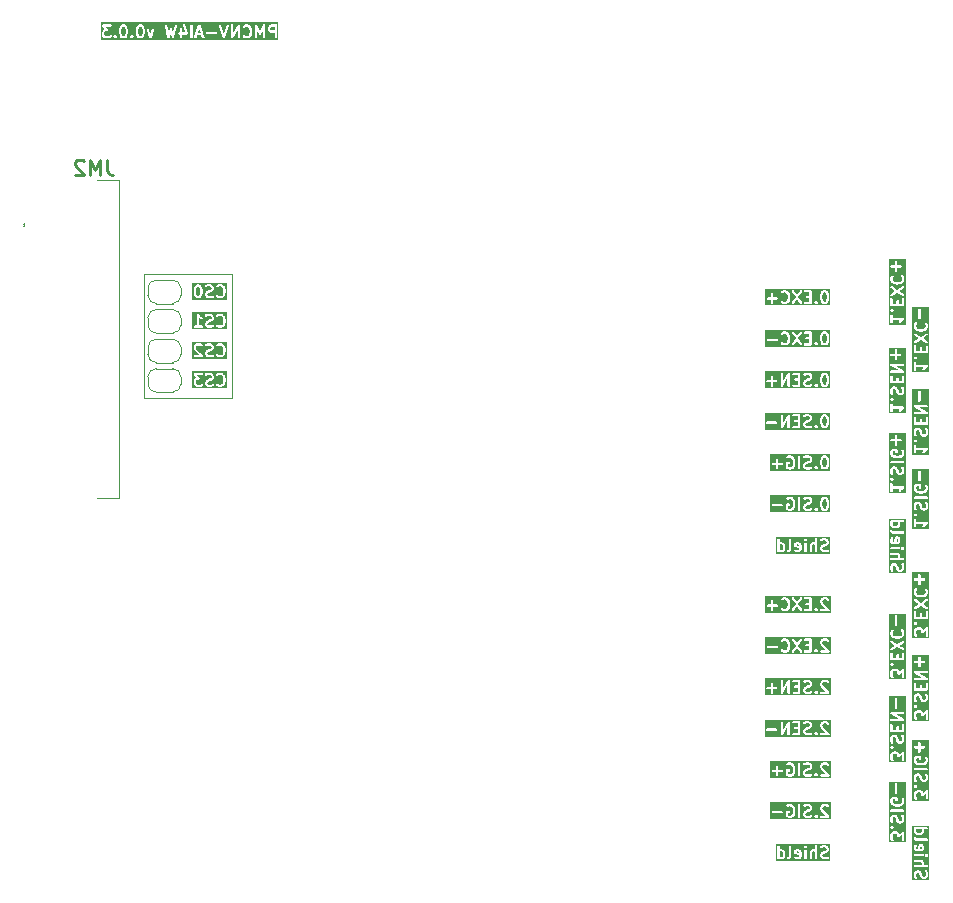
<source format=gbr>
%TF.GenerationSoftware,KiCad,Pcbnew,9.0.3*%
%TF.CreationDate,2025-07-19T18:36:15+03:00*%
%TF.ProjectId,PMCNV-AI4W,504d434e-562d-4414-9934-572e6b696361,rev?*%
%TF.SameCoordinates,Original*%
%TF.FileFunction,Legend,Bot*%
%TF.FilePolarity,Positive*%
%FSLAX46Y46*%
G04 Gerber Fmt 4.6, Leading zero omitted, Abs format (unit mm)*
G04 Created by KiCad (PCBNEW 9.0.3) date 2025-07-19 18:36:15*
%MOMM*%
%LPD*%
G01*
G04 APERTURE LIST*
%ADD10C,0.100000*%
%ADD11C,0.200000*%
%ADD12C,0.254000*%
%ADD13C,0.120000*%
G04 APERTURE END LIST*
D10*
X-28250000Y25500000D02*
X-20750000Y25500000D01*
X-20750000Y15000000D01*
X-28250000Y15000000D01*
X-28250000Y25500000D01*
D11*
G36*
X38258891Y3932533D02*
G01*
X36836669Y3932533D01*
X36836669Y4714287D01*
X36947780Y4714287D01*
X36947780Y4142859D01*
X36949701Y4123350D01*
X36964633Y4087302D01*
X36992223Y4059712D01*
X37028271Y4044780D01*
X37067289Y4044780D01*
X37103337Y4059712D01*
X37130927Y4087302D01*
X37145859Y4123350D01*
X37147780Y4142859D01*
X37147780Y4328573D01*
X37758739Y4328573D01*
X37738974Y4308808D01*
X37732679Y4301138D01*
X37730685Y4299408D01*
X37728791Y4296401D01*
X37726538Y4293654D01*
X37725527Y4291215D01*
X37720242Y4282818D01*
X37672623Y4187580D01*
X37665617Y4169272D01*
X37662851Y4130352D01*
X37675190Y4093336D01*
X37700754Y4063859D01*
X37735653Y4046410D01*
X37774573Y4043644D01*
X37811589Y4055983D01*
X37841066Y4081547D01*
X37851509Y4098138D01*
X37891870Y4178861D01*
X37968634Y4255624D01*
X38103250Y4345368D01*
X38103304Y4345413D01*
X38103337Y4345426D01*
X38103410Y4345500D01*
X38118417Y4357788D01*
X38123927Y4366017D01*
X38130927Y4373016D01*
X38134676Y4382068D01*
X38140128Y4390208D01*
X38142069Y4399916D01*
X38145859Y4409064D01*
X38145859Y4418864D01*
X38147780Y4428469D01*
X38145859Y4438181D01*
X38145859Y4448082D01*
X38142110Y4457132D01*
X38140209Y4466745D01*
X38134714Y4474987D01*
X38130927Y4484130D01*
X38124001Y4491056D01*
X38118565Y4499210D01*
X38110336Y4504721D01*
X38103337Y4511720D01*
X38094285Y4515470D01*
X38086145Y4520921D01*
X38076437Y4522863D01*
X38067289Y4526652D01*
X38047986Y4528553D01*
X38047885Y4528573D01*
X38047850Y4528567D01*
X38047780Y4528573D01*
X37147780Y4528573D01*
X37147780Y4714287D01*
X37145859Y4733796D01*
X37130927Y4769844D01*
X37103337Y4797434D01*
X37067289Y4812366D01*
X37028271Y4812366D01*
X36992223Y4797434D01*
X36964633Y4769844D01*
X36949701Y4733796D01*
X36947780Y4714287D01*
X36836669Y4714287D01*
X36836669Y5162368D01*
X36949701Y5162368D01*
X36949701Y5123350D01*
X36951185Y5119767D01*
X36964632Y5087302D01*
X36964633Y5087301D01*
X36977070Y5072148D01*
X37024690Y5024529D01*
X37039843Y5012092D01*
X37065333Y5001535D01*
X37075891Y4997161D01*
X37075892Y4997161D01*
X37114909Y4997161D01*
X37136026Y5005909D01*
X37150958Y5012093D01*
X37150962Y5012098D01*
X37166111Y5024529D01*
X37213729Y5072148D01*
X37226166Y5087301D01*
X37237535Y5114749D01*
X37241098Y5123350D01*
X37241098Y5162368D01*
X37226166Y5198416D01*
X37226166Y5198417D01*
X37213729Y5213570D01*
X37166111Y5261189D01*
X37150962Y5273621D01*
X37150958Y5273625D01*
X37136026Y5279810D01*
X37114909Y5288557D01*
X37075891Y5288557D01*
X37065333Y5284184D01*
X37039843Y5273626D01*
X37024690Y5261189D01*
X36977070Y5213570D01*
X36964633Y5198417D01*
X36964632Y5198416D01*
X36954074Y5172926D01*
X36949701Y5162368D01*
X36836669Y5162368D01*
X36836669Y5952382D01*
X36947780Y5952382D01*
X36947780Y5714287D01*
X36948752Y5704414D01*
X36948565Y5701779D01*
X36949352Y5698316D01*
X36949701Y5694778D01*
X36950712Y5692337D01*
X36952912Y5682664D01*
X37000532Y5539806D01*
X37008524Y5521906D01*
X37034089Y5492430D01*
X37068988Y5474981D01*
X37107908Y5472215D01*
X37144924Y5484554D01*
X37174400Y5510119D01*
X37191849Y5545018D01*
X37194615Y5583938D01*
X37190268Y5603053D01*
X37147780Y5730515D01*
X37147780Y5928776D01*
X37177583Y5988383D01*
X37202254Y6013054D01*
X37261864Y6042858D01*
X37309888Y6042858D01*
X37369497Y6013053D01*
X37394166Y5988385D01*
X37429619Y5917478D01*
X37474576Y5737653D01*
X37475089Y5736216D01*
X37475141Y5735493D01*
X37478249Y5727369D01*
X37481171Y5719192D01*
X37481601Y5718612D01*
X37482147Y5717185D01*
X37529766Y5621947D01*
X37535051Y5613551D01*
X37536062Y5611111D01*
X37538315Y5608365D01*
X37540209Y5605357D01*
X37542203Y5603628D01*
X37548498Y5595957D01*
X37596117Y5548339D01*
X37603783Y5542047D01*
X37605516Y5540049D01*
X37608524Y5538156D01*
X37611270Y5535902D01*
X37613710Y5534892D01*
X37622107Y5529606D01*
X37717344Y5481987D01*
X37735653Y5474981D01*
X37739236Y5474727D01*
X37742557Y5473351D01*
X37762066Y5471430D01*
X37857304Y5471430D01*
X37876813Y5473351D01*
X37880133Y5474727D01*
X37883717Y5474981D01*
X37902025Y5481987D01*
X37997263Y5529606D01*
X38005659Y5534892D01*
X38008099Y5535902D01*
X38010845Y5538156D01*
X38013853Y5540049D01*
X38015582Y5542044D01*
X38023253Y5548338D01*
X38070871Y5595957D01*
X38077163Y5603624D01*
X38079161Y5605356D01*
X38081054Y5608365D01*
X38083308Y5611110D01*
X38084318Y5613551D01*
X38089604Y5621947D01*
X38137223Y5717184D01*
X38144229Y5735493D01*
X38144483Y5739077D01*
X38145859Y5742397D01*
X38147780Y5761906D01*
X38147780Y6000001D01*
X38146807Y6009875D01*
X38146995Y6012509D01*
X38146207Y6015973D01*
X38145859Y6019510D01*
X38144847Y6021952D01*
X38142648Y6031624D01*
X38095029Y6174481D01*
X38087038Y6192381D01*
X38061473Y6221857D01*
X38026574Y6239307D01*
X37987654Y6242073D01*
X37950638Y6229735D01*
X37921162Y6204170D01*
X37903712Y6169271D01*
X37900946Y6130351D01*
X37905293Y6111235D01*
X37947780Y5983775D01*
X37947780Y5785513D01*
X37917975Y5725904D01*
X37893306Y5701236D01*
X37833697Y5671430D01*
X37785673Y5671430D01*
X37726063Y5701235D01*
X37701395Y5725904D01*
X37665941Y5796811D01*
X37620985Y5976636D01*
X37620471Y5978075D01*
X37620420Y5978795D01*
X37617311Y5986920D01*
X37614390Y5995096D01*
X37613960Y5995676D01*
X37613414Y5997104D01*
X37565795Y6092341D01*
X37560509Y6100738D01*
X37559499Y6103178D01*
X37557245Y6105924D01*
X37555352Y6108932D01*
X37553354Y6110665D01*
X37547062Y6118331D01*
X37499444Y6165950D01*
X37491773Y6172245D01*
X37490044Y6174239D01*
X37487036Y6176133D01*
X37484290Y6178386D01*
X37481850Y6179397D01*
X37473454Y6184682D01*
X37378216Y6232301D01*
X37359908Y6239307D01*
X37356324Y6239562D01*
X37353004Y6240937D01*
X37333495Y6242858D01*
X37238257Y6242858D01*
X37218748Y6240937D01*
X37215427Y6239562D01*
X37211844Y6239307D01*
X37193535Y6232301D01*
X37098298Y6184682D01*
X37089901Y6179397D01*
X37087461Y6178386D01*
X37084715Y6176133D01*
X37081707Y6174239D01*
X37079974Y6172242D01*
X37072308Y6165949D01*
X37024689Y6118331D01*
X37018397Y6110665D01*
X37016401Y6108933D01*
X37014506Y6105923D01*
X37012253Y6103177D01*
X37011242Y6100738D01*
X37005958Y6092342D01*
X36958338Y5997104D01*
X36951331Y5978796D01*
X36951076Y5975211D01*
X36949701Y5971891D01*
X36947780Y5952382D01*
X36836669Y5952382D01*
X36836669Y6590939D01*
X36949701Y6590939D01*
X36949701Y6551921D01*
X36964633Y6515873D01*
X36992223Y6488283D01*
X37028271Y6473351D01*
X37047780Y6471430D01*
X38047780Y6471430D01*
X38067289Y6473351D01*
X38103337Y6488283D01*
X38130927Y6515873D01*
X38145859Y6551921D01*
X38145859Y6590939D01*
X38130927Y6626987D01*
X38103337Y6654577D01*
X38067289Y6669509D01*
X38047780Y6671430D01*
X37047780Y6671430D01*
X37028271Y6669509D01*
X36992223Y6654577D01*
X36964633Y6626987D01*
X36949701Y6590939D01*
X36836669Y6590939D01*
X36836669Y7428572D01*
X36947780Y7428572D01*
X36947780Y7333334D01*
X36948752Y7323461D01*
X36948565Y7320826D01*
X36949352Y7317363D01*
X36949701Y7313825D01*
X36950712Y7311384D01*
X36952912Y7301711D01*
X37000532Y7158853D01*
X37008524Y7140953D01*
X37010878Y7138239D01*
X37012253Y7134920D01*
X37024689Y7119766D01*
X37119927Y7024528D01*
X37127593Y7018237D01*
X37129326Y7016239D01*
X37132337Y7014344D01*
X37135081Y7012092D01*
X37137518Y7011083D01*
X37145917Y7005796D01*
X37241154Y6958177D01*
X37242582Y6957631D01*
X37243162Y6957201D01*
X37251338Y6954280D01*
X37259463Y6951171D01*
X37260183Y6951120D01*
X37261622Y6950606D01*
X37452098Y6902987D01*
X37455479Y6902487D01*
X37456843Y6901922D01*
X37464193Y6901199D01*
X37471491Y6900119D01*
X37472949Y6900337D01*
X37476352Y6900001D01*
X37619209Y6900001D01*
X37622611Y6900337D01*
X37624070Y6900119D01*
X37631367Y6901199D01*
X37638718Y6901922D01*
X37640081Y6902487D01*
X37643463Y6902987D01*
X37833938Y6950606D01*
X37835375Y6951120D01*
X37836098Y6951171D01*
X37844222Y6954280D01*
X37852399Y6957201D01*
X37852979Y6957632D01*
X37854406Y6958177D01*
X37949644Y7005796D01*
X37958040Y7011082D01*
X37960480Y7012092D01*
X37963226Y7014346D01*
X37966234Y7016239D01*
X37967963Y7018234D01*
X37975634Y7024528D01*
X38070872Y7119766D01*
X38083308Y7134920D01*
X38084682Y7138239D01*
X38087038Y7140954D01*
X38095029Y7158854D01*
X38142648Y7301711D01*
X38144847Y7311384D01*
X38145859Y7313825D01*
X38146207Y7317363D01*
X38146995Y7320826D01*
X38146807Y7323461D01*
X38147780Y7333334D01*
X38147780Y7476191D01*
X38145859Y7495700D01*
X38144483Y7499021D01*
X38144229Y7502604D01*
X38137223Y7520913D01*
X38089604Y7616150D01*
X38079161Y7632741D01*
X38049684Y7658305D01*
X38012668Y7670644D01*
X37973748Y7667878D01*
X37938849Y7650429D01*
X37913285Y7620952D01*
X37900946Y7583936D01*
X37903712Y7545016D01*
X37910718Y7526708D01*
X37947780Y7452584D01*
X37947780Y7349561D01*
X37912758Y7244497D01*
X37845686Y7177425D01*
X37774780Y7141972D01*
X37606899Y7100001D01*
X37488661Y7100001D01*
X37320780Y7141972D01*
X37249875Y7177424D01*
X37182802Y7244497D01*
X37147780Y7349562D01*
X37147780Y7412345D01*
X37182802Y7517410D01*
X37184441Y7519048D01*
X37376352Y7519048D01*
X37376352Y7428572D01*
X37378273Y7409063D01*
X37393205Y7373015D01*
X37420795Y7345425D01*
X37456843Y7330493D01*
X37495861Y7330493D01*
X37531909Y7345425D01*
X37559499Y7373015D01*
X37574431Y7409063D01*
X37576352Y7428572D01*
X37576352Y7619048D01*
X37574431Y7638557D01*
X37559499Y7674605D01*
X37531909Y7702195D01*
X37495861Y7717127D01*
X37476352Y7719048D01*
X37143019Y7719048D01*
X37123510Y7717127D01*
X37098019Y7706569D01*
X37087461Y7702195D01*
X37072308Y7689758D01*
X37024689Y7642140D01*
X37012253Y7626986D01*
X37010878Y7623668D01*
X37008524Y7620953D01*
X37000532Y7603053D01*
X36952912Y7460195D01*
X36950712Y7450523D01*
X36949701Y7448081D01*
X36949352Y7444544D01*
X36948565Y7441080D01*
X36948752Y7438446D01*
X36947780Y7428572D01*
X36836669Y7428572D01*
X36836669Y8809524D01*
X37328733Y8809524D01*
X37328733Y8047620D01*
X37330654Y8028111D01*
X37345586Y7992063D01*
X37373176Y7964473D01*
X37409224Y7949541D01*
X37448242Y7949541D01*
X37484290Y7964473D01*
X37511880Y7992063D01*
X37526812Y8028111D01*
X37528733Y8047620D01*
X37528733Y8809524D01*
X37526812Y8829033D01*
X37511880Y8865081D01*
X37484290Y8892671D01*
X37448242Y8907603D01*
X37409224Y8907603D01*
X37373176Y8892671D01*
X37345586Y8865081D01*
X37330654Y8829033D01*
X37328733Y8809524D01*
X36836669Y8809524D01*
X36836669Y9018714D01*
X38258891Y9018714D01*
X38258891Y3932533D01*
G37*
G36*
X36258891Y-15852046D02*
G01*
X34836669Y-15852046D01*
X34836669Y-15214285D01*
X34947780Y-15214285D01*
X34947780Y-15499999D01*
X34949701Y-15519508D01*
X34951076Y-15522827D01*
X34951331Y-15526413D01*
X34958338Y-15544721D01*
X35005958Y-15639959D01*
X35011242Y-15648354D01*
X35012253Y-15650794D01*
X35014506Y-15653539D01*
X35016401Y-15656550D01*
X35018397Y-15658281D01*
X35024689Y-15665948D01*
X35072308Y-15713566D01*
X35087461Y-15726003D01*
X35123510Y-15740934D01*
X35162528Y-15740934D01*
X35198576Y-15726003D01*
X35226166Y-15698413D01*
X35241097Y-15662365D01*
X35241097Y-15623347D01*
X35226166Y-15587298D01*
X35213729Y-15572145D01*
X35177583Y-15535999D01*
X35147780Y-15476392D01*
X35147780Y-15237891D01*
X35177583Y-15178284D01*
X35202254Y-15153613D01*
X35261864Y-15123809D01*
X35452745Y-15123809D01*
X35512354Y-15153614D01*
X35537023Y-15178282D01*
X35566828Y-15237892D01*
X35566828Y-15357142D01*
X35567843Y-15367459D01*
X35567669Y-15370084D01*
X35568280Y-15371891D01*
X35568749Y-15376651D01*
X35574964Y-15391656D01*
X35580169Y-15407045D01*
X35582390Y-15409584D01*
X35583681Y-15412699D01*
X35595165Y-15424183D01*
X35605863Y-15436409D01*
X35608886Y-15437904D01*
X35611271Y-15440289D01*
X35626277Y-15446505D01*
X35640838Y-15453706D01*
X35644203Y-15453930D01*
X35647319Y-15455221D01*
X35663567Y-15455221D01*
X35679770Y-15456301D01*
X35682963Y-15455221D01*
X35686337Y-15455221D01*
X35701342Y-15449005D01*
X35716731Y-15443801D01*
X35720621Y-15441019D01*
X35722385Y-15440289D01*
X35724244Y-15438429D01*
X35732678Y-15432400D01*
X35947780Y-15244186D01*
X35947780Y-15642856D01*
X35949701Y-15662365D01*
X35964633Y-15698413D01*
X35992223Y-15726003D01*
X36028271Y-15740935D01*
X36067289Y-15740935D01*
X36103337Y-15726003D01*
X36130927Y-15698413D01*
X36145859Y-15662365D01*
X36147780Y-15642856D01*
X36147780Y-15023809D01*
X36146764Y-15013491D01*
X36146939Y-15010867D01*
X36146327Y-15009059D01*
X36145859Y-15004300D01*
X36139644Y-14989296D01*
X36134439Y-14973905D01*
X36132216Y-14971365D01*
X36130927Y-14968252D01*
X36119449Y-14956774D01*
X36108745Y-14944541D01*
X36105720Y-14943045D01*
X36103337Y-14940662D01*
X36088335Y-14934447D01*
X36073770Y-14927245D01*
X36070404Y-14927020D01*
X36067289Y-14925730D01*
X36051041Y-14925730D01*
X36034838Y-14924650D01*
X36031645Y-14925730D01*
X36028271Y-14925730D01*
X36013265Y-14931945D01*
X35997877Y-14937150D01*
X35993986Y-14939931D01*
X35992223Y-14940662D01*
X35990363Y-14942521D01*
X35981930Y-14948551D01*
X35748076Y-15153173D01*
X35708652Y-15074326D01*
X35703366Y-15065929D01*
X35702356Y-15063489D01*
X35700102Y-15060743D01*
X35698209Y-15057735D01*
X35696211Y-15056002D01*
X35689919Y-15048336D01*
X35642301Y-15000717D01*
X35634630Y-14994422D01*
X35632901Y-14992428D01*
X35629893Y-14990534D01*
X35627147Y-14988281D01*
X35624707Y-14987270D01*
X35616311Y-14981985D01*
X35521073Y-14934366D01*
X35502765Y-14927360D01*
X35499181Y-14927105D01*
X35495861Y-14925730D01*
X35476352Y-14923809D01*
X35238257Y-14923809D01*
X35218748Y-14925730D01*
X35215427Y-14927105D01*
X35211844Y-14927360D01*
X35193535Y-14934366D01*
X35098298Y-14981985D01*
X35089901Y-14987270D01*
X35087461Y-14988281D01*
X35084715Y-14990534D01*
X35081707Y-14992428D01*
X35079974Y-14994425D01*
X35072308Y-15000718D01*
X35024689Y-15048336D01*
X35018397Y-15056002D01*
X35016401Y-15057734D01*
X35014506Y-15060744D01*
X35012253Y-15063490D01*
X35011242Y-15065929D01*
X35005958Y-15074325D01*
X34958338Y-15169563D01*
X34951331Y-15187871D01*
X34951076Y-15191456D01*
X34949701Y-15194776D01*
X34947780Y-15214285D01*
X34836669Y-15214285D01*
X34836669Y-14575728D01*
X34949701Y-14575728D01*
X34949701Y-14614746D01*
X34951185Y-14618329D01*
X34964632Y-14650794D01*
X34964633Y-14650795D01*
X34977070Y-14665948D01*
X35024690Y-14713567D01*
X35039843Y-14726004D01*
X35065333Y-14736561D01*
X35075891Y-14740935D01*
X35075892Y-14740935D01*
X35114909Y-14740935D01*
X35136026Y-14732187D01*
X35150958Y-14726003D01*
X35150962Y-14725998D01*
X35166111Y-14713567D01*
X35213729Y-14665948D01*
X35226166Y-14650795D01*
X35237535Y-14623347D01*
X35241098Y-14614746D01*
X35241098Y-14575728D01*
X35226166Y-14539680D01*
X35226166Y-14539679D01*
X35213729Y-14524526D01*
X35166111Y-14476907D01*
X35150962Y-14464475D01*
X35150958Y-14464471D01*
X35136026Y-14458286D01*
X35114909Y-14449539D01*
X35075891Y-14449539D01*
X35065333Y-14453912D01*
X35039843Y-14464470D01*
X35024690Y-14476907D01*
X34977070Y-14524526D01*
X34964633Y-14539679D01*
X34964632Y-14539680D01*
X34954074Y-14565170D01*
X34949701Y-14575728D01*
X34836669Y-14575728D01*
X34836669Y-13785714D01*
X34947780Y-13785714D01*
X34947780Y-14023809D01*
X34948752Y-14033682D01*
X34948565Y-14036317D01*
X34949352Y-14039780D01*
X34949701Y-14043318D01*
X34950712Y-14045759D01*
X34952912Y-14055432D01*
X35000532Y-14198290D01*
X35008524Y-14216190D01*
X35034089Y-14245666D01*
X35068988Y-14263115D01*
X35107908Y-14265881D01*
X35144924Y-14253542D01*
X35174400Y-14227977D01*
X35191849Y-14193078D01*
X35194615Y-14154158D01*
X35190268Y-14135043D01*
X35147780Y-14007581D01*
X35147780Y-13809320D01*
X35177583Y-13749713D01*
X35202254Y-13725042D01*
X35261864Y-13695238D01*
X35309888Y-13695238D01*
X35369497Y-13725043D01*
X35394166Y-13749711D01*
X35429619Y-13820618D01*
X35474576Y-14000443D01*
X35475089Y-14001880D01*
X35475141Y-14002603D01*
X35478249Y-14010727D01*
X35481171Y-14018904D01*
X35481601Y-14019484D01*
X35482147Y-14020911D01*
X35529766Y-14116149D01*
X35535051Y-14124545D01*
X35536062Y-14126985D01*
X35538315Y-14129731D01*
X35540209Y-14132739D01*
X35542203Y-14134468D01*
X35548498Y-14142139D01*
X35596117Y-14189757D01*
X35603783Y-14196049D01*
X35605516Y-14198047D01*
X35608524Y-14199940D01*
X35611270Y-14202194D01*
X35613710Y-14203204D01*
X35622107Y-14208490D01*
X35717344Y-14256109D01*
X35735653Y-14263115D01*
X35739236Y-14263369D01*
X35742557Y-14264745D01*
X35762066Y-14266666D01*
X35857304Y-14266666D01*
X35876813Y-14264745D01*
X35880133Y-14263369D01*
X35883717Y-14263115D01*
X35902025Y-14256109D01*
X35997263Y-14208490D01*
X36005659Y-14203204D01*
X36008099Y-14202194D01*
X36010845Y-14199940D01*
X36013853Y-14198047D01*
X36015582Y-14196052D01*
X36023253Y-14189758D01*
X36070871Y-14142139D01*
X36077163Y-14134472D01*
X36079161Y-14132740D01*
X36081054Y-14129731D01*
X36083308Y-14126986D01*
X36084318Y-14124545D01*
X36089604Y-14116149D01*
X36137223Y-14020912D01*
X36144229Y-14002603D01*
X36144483Y-13999019D01*
X36145859Y-13995699D01*
X36147780Y-13976190D01*
X36147780Y-13738095D01*
X36146807Y-13728221D01*
X36146995Y-13725587D01*
X36146207Y-13722123D01*
X36145859Y-13718586D01*
X36144847Y-13716144D01*
X36142648Y-13706472D01*
X36095029Y-13563615D01*
X36087038Y-13545715D01*
X36061473Y-13516239D01*
X36026574Y-13498789D01*
X35987654Y-13496023D01*
X35950638Y-13508361D01*
X35921162Y-13533926D01*
X35903712Y-13568825D01*
X35900946Y-13607745D01*
X35905293Y-13626861D01*
X35947780Y-13754321D01*
X35947780Y-13952583D01*
X35917975Y-14012192D01*
X35893306Y-14036860D01*
X35833697Y-14066666D01*
X35785673Y-14066666D01*
X35726063Y-14036861D01*
X35701395Y-14012192D01*
X35665941Y-13941285D01*
X35620985Y-13761460D01*
X35620471Y-13760021D01*
X35620420Y-13759301D01*
X35617311Y-13751176D01*
X35614390Y-13743000D01*
X35613960Y-13742420D01*
X35613414Y-13740992D01*
X35565795Y-13645755D01*
X35560509Y-13637358D01*
X35559499Y-13634918D01*
X35557245Y-13632172D01*
X35555352Y-13629164D01*
X35553354Y-13627431D01*
X35547062Y-13619765D01*
X35499444Y-13572146D01*
X35491773Y-13565851D01*
X35490044Y-13563857D01*
X35487036Y-13561963D01*
X35484290Y-13559710D01*
X35481850Y-13558699D01*
X35473454Y-13553414D01*
X35378216Y-13505795D01*
X35359908Y-13498789D01*
X35356324Y-13498534D01*
X35353004Y-13497159D01*
X35333495Y-13495238D01*
X35238257Y-13495238D01*
X35218748Y-13497159D01*
X35215427Y-13498534D01*
X35211844Y-13498789D01*
X35193535Y-13505795D01*
X35098298Y-13553414D01*
X35089901Y-13558699D01*
X35087461Y-13559710D01*
X35084715Y-13561963D01*
X35081707Y-13563857D01*
X35079974Y-13565854D01*
X35072308Y-13572147D01*
X35024689Y-13619765D01*
X35018397Y-13627431D01*
X35016401Y-13629163D01*
X35014506Y-13632173D01*
X35012253Y-13634919D01*
X35011242Y-13637358D01*
X35005958Y-13645754D01*
X34958338Y-13740992D01*
X34951331Y-13759300D01*
X34951076Y-13762885D01*
X34949701Y-13766205D01*
X34947780Y-13785714D01*
X34836669Y-13785714D01*
X34836669Y-12690476D01*
X34947780Y-12690476D01*
X34947780Y-13166666D01*
X34949701Y-13186175D01*
X34964633Y-13222223D01*
X34992223Y-13249813D01*
X35028271Y-13264745D01*
X35047780Y-13266666D01*
X36047780Y-13266666D01*
X36067289Y-13264745D01*
X36103337Y-13249813D01*
X36130927Y-13222223D01*
X36145859Y-13186175D01*
X36147780Y-13166666D01*
X36147780Y-12690476D01*
X36145859Y-12670967D01*
X36130927Y-12634919D01*
X36103337Y-12607329D01*
X36067289Y-12592397D01*
X36028271Y-12592397D01*
X35992223Y-12607329D01*
X35964633Y-12634919D01*
X35949701Y-12670967D01*
X35947780Y-12690476D01*
X35947780Y-13066666D01*
X35671590Y-13066666D01*
X35671590Y-12833333D01*
X35669669Y-12813824D01*
X35654737Y-12777776D01*
X35627147Y-12750186D01*
X35591099Y-12735254D01*
X35552081Y-12735254D01*
X35516033Y-12750186D01*
X35488443Y-12777776D01*
X35473511Y-12813824D01*
X35471590Y-12833333D01*
X35471590Y-13066666D01*
X35147780Y-13066666D01*
X35147780Y-12690476D01*
X35145859Y-12670967D01*
X35130927Y-12634919D01*
X35103337Y-12607329D01*
X35067289Y-12592397D01*
X35028271Y-12592397D01*
X34992223Y-12607329D01*
X34964633Y-12634919D01*
X34949701Y-12670967D01*
X34947780Y-12690476D01*
X34836669Y-12690476D01*
X34836669Y-11697461D01*
X34948024Y-11697461D01*
X34949701Y-11703609D01*
X34949701Y-11709985D01*
X34954792Y-11722275D01*
X34958291Y-11735104D01*
X34962193Y-11740142D01*
X34964633Y-11746033D01*
X34974038Y-11755438D01*
X34982181Y-11765953D01*
X34990356Y-11771756D01*
X34992223Y-11773623D01*
X34994055Y-11774381D01*
X34998166Y-11777300D01*
X35671224Y-12161904D01*
X35047780Y-12161904D01*
X35028271Y-12163825D01*
X34992223Y-12178757D01*
X34964633Y-12206347D01*
X34949701Y-12242395D01*
X34949701Y-12281413D01*
X34964633Y-12317461D01*
X34992223Y-12345051D01*
X35028271Y-12359983D01*
X35047780Y-12361904D01*
X36047780Y-12361904D01*
X36052797Y-12361409D01*
X36054765Y-12361660D01*
X36057311Y-12360965D01*
X36067289Y-12359983D01*
X36079575Y-12354893D01*
X36092408Y-12351394D01*
X36097449Y-12347489D01*
X36103337Y-12345051D01*
X36112740Y-12335647D01*
X36123257Y-12327503D01*
X36126419Y-12321968D01*
X36130927Y-12317461D01*
X36136015Y-12305175D01*
X36142616Y-12293626D01*
X36143419Y-12287301D01*
X36145859Y-12281413D01*
X36145859Y-12268113D01*
X36147536Y-12254920D01*
X36145859Y-12248770D01*
X36145859Y-12242395D01*
X36140769Y-12230108D01*
X36137270Y-12217276D01*
X36133365Y-12212234D01*
X36130927Y-12206347D01*
X36121523Y-12196943D01*
X36113379Y-12186427D01*
X36105203Y-12180623D01*
X36103337Y-12178757D01*
X36101504Y-12177998D01*
X36097394Y-12175080D01*
X35424336Y-11790476D01*
X36047780Y-11790476D01*
X36067289Y-11788555D01*
X36103337Y-11773623D01*
X36130927Y-11746033D01*
X36145859Y-11709985D01*
X36145859Y-11670967D01*
X36130927Y-11634919D01*
X36103337Y-11607329D01*
X36067289Y-11592397D01*
X36047780Y-11590476D01*
X35047780Y-11590476D01*
X35042762Y-11590970D01*
X35040795Y-11590720D01*
X35038248Y-11591414D01*
X35028271Y-11592397D01*
X35015980Y-11597488D01*
X35003152Y-11600987D01*
X34998113Y-11604889D01*
X34992223Y-11607329D01*
X34982817Y-11616734D01*
X34972303Y-11624877D01*
X34969140Y-11630411D01*
X34964633Y-11634919D01*
X34959544Y-11647204D01*
X34952944Y-11658754D01*
X34952140Y-11665078D01*
X34949701Y-11670967D01*
X34949701Y-11684267D01*
X34948024Y-11697461D01*
X34836669Y-11697461D01*
X34836669Y-10452381D01*
X35328733Y-10452381D01*
X35328733Y-11214285D01*
X35330654Y-11233794D01*
X35345586Y-11269842D01*
X35373176Y-11297432D01*
X35409224Y-11312364D01*
X35448242Y-11312364D01*
X35484290Y-11297432D01*
X35511880Y-11269842D01*
X35526812Y-11233794D01*
X35528733Y-11214285D01*
X35528733Y-10452381D01*
X35526812Y-10432872D01*
X35511880Y-10396824D01*
X35484290Y-10369234D01*
X35448242Y-10354302D01*
X35409224Y-10354302D01*
X35373176Y-10369234D01*
X35345586Y-10396824D01*
X35330654Y-10432872D01*
X35328733Y-10452381D01*
X34836669Y-10452381D01*
X34836669Y-10243191D01*
X36258891Y-10243191D01*
X36258891Y-15852046D01*
G37*
G36*
X37592292Y-22931679D02*
G01*
X37614447Y-22975988D01*
X37614447Y-23119250D01*
X37592292Y-23163558D01*
X37547983Y-23185714D01*
X37503094Y-23185714D01*
X37557391Y-22914228D01*
X37592292Y-22931679D01*
G37*
G36*
X37614447Y-21547416D02*
G01*
X37614447Y-21690678D01*
X37584642Y-21750287D01*
X37559973Y-21774955D01*
X37500364Y-21804761D01*
X37261864Y-21804761D01*
X37202254Y-21774956D01*
X37177583Y-21750285D01*
X37147780Y-21690678D01*
X37147780Y-21547415D01*
X37157202Y-21528571D01*
X37605024Y-21528571D01*
X37614447Y-21547416D01*
G37*
G36*
X38258891Y-25830158D02*
G01*
X36836669Y-25830158D01*
X36836669Y-25238095D01*
X36947780Y-25238095D01*
X36947780Y-25476190D01*
X36948752Y-25486063D01*
X36948565Y-25488698D01*
X36949352Y-25492161D01*
X36949701Y-25495699D01*
X36950712Y-25498140D01*
X36952912Y-25507813D01*
X37000532Y-25650671D01*
X37008524Y-25668571D01*
X37034089Y-25698047D01*
X37068988Y-25715496D01*
X37107908Y-25718262D01*
X37144924Y-25705923D01*
X37174400Y-25680358D01*
X37191849Y-25645459D01*
X37194615Y-25606539D01*
X37190268Y-25587424D01*
X37147780Y-25459962D01*
X37147780Y-25261701D01*
X37177583Y-25202094D01*
X37202254Y-25177423D01*
X37261864Y-25147619D01*
X37309888Y-25147619D01*
X37369497Y-25177424D01*
X37394166Y-25202092D01*
X37429619Y-25272999D01*
X37474576Y-25452824D01*
X37475089Y-25454261D01*
X37475141Y-25454984D01*
X37478249Y-25463108D01*
X37481171Y-25471285D01*
X37481601Y-25471865D01*
X37482147Y-25473292D01*
X37529766Y-25568530D01*
X37535051Y-25576926D01*
X37536062Y-25579366D01*
X37538315Y-25582112D01*
X37540209Y-25585120D01*
X37542203Y-25586849D01*
X37548498Y-25594520D01*
X37596117Y-25642138D01*
X37603783Y-25648430D01*
X37605516Y-25650428D01*
X37608524Y-25652321D01*
X37611270Y-25654575D01*
X37613710Y-25655585D01*
X37622107Y-25660871D01*
X37717344Y-25708490D01*
X37735653Y-25715496D01*
X37739236Y-25715750D01*
X37742557Y-25717126D01*
X37762066Y-25719047D01*
X37857304Y-25719047D01*
X37876813Y-25717126D01*
X37880133Y-25715750D01*
X37883717Y-25715496D01*
X37902025Y-25708490D01*
X37997263Y-25660871D01*
X38005659Y-25655585D01*
X38008099Y-25654575D01*
X38010845Y-25652321D01*
X38013853Y-25650428D01*
X38015582Y-25648433D01*
X38023253Y-25642139D01*
X38070871Y-25594520D01*
X38077163Y-25586853D01*
X38079161Y-25585121D01*
X38081054Y-25582112D01*
X38083308Y-25579367D01*
X38084318Y-25576926D01*
X38089604Y-25568530D01*
X38137223Y-25473293D01*
X38144229Y-25454984D01*
X38144483Y-25451400D01*
X38145859Y-25448080D01*
X38147780Y-25428571D01*
X38147780Y-25190476D01*
X38146807Y-25180602D01*
X38146995Y-25177968D01*
X38146207Y-25174504D01*
X38145859Y-25170967D01*
X38144847Y-25168525D01*
X38142648Y-25158853D01*
X38095029Y-25015996D01*
X38087038Y-24998096D01*
X38061473Y-24968620D01*
X38026574Y-24951170D01*
X37987654Y-24948404D01*
X37950638Y-24960742D01*
X37921162Y-24986307D01*
X37903712Y-25021206D01*
X37900946Y-25060126D01*
X37905293Y-25079242D01*
X37947780Y-25206702D01*
X37947780Y-25404964D01*
X37917975Y-25464573D01*
X37893306Y-25489241D01*
X37833697Y-25519047D01*
X37785673Y-25519047D01*
X37726063Y-25489242D01*
X37701395Y-25464573D01*
X37665941Y-25393666D01*
X37620985Y-25213841D01*
X37620471Y-25212402D01*
X37620420Y-25211682D01*
X37617311Y-25203557D01*
X37614390Y-25195381D01*
X37613960Y-25194801D01*
X37613414Y-25193373D01*
X37565795Y-25098136D01*
X37560509Y-25089739D01*
X37559499Y-25087299D01*
X37557245Y-25084553D01*
X37555352Y-25081545D01*
X37553354Y-25079812D01*
X37547062Y-25072146D01*
X37499444Y-25024527D01*
X37491773Y-25018232D01*
X37490044Y-25016238D01*
X37487036Y-25014344D01*
X37484290Y-25012091D01*
X37481850Y-25011080D01*
X37473454Y-25005795D01*
X37378216Y-24958176D01*
X37359908Y-24951170D01*
X37356324Y-24950915D01*
X37353004Y-24949540D01*
X37333495Y-24947619D01*
X37238257Y-24947619D01*
X37218748Y-24949540D01*
X37215427Y-24950915D01*
X37211844Y-24951170D01*
X37193535Y-24958176D01*
X37098298Y-25005795D01*
X37089901Y-25011080D01*
X37087461Y-25012091D01*
X37084715Y-25014344D01*
X37081707Y-25016238D01*
X37079974Y-25018235D01*
X37072308Y-25024528D01*
X37024689Y-25072146D01*
X37018397Y-25079812D01*
X37016401Y-25081544D01*
X37014506Y-25084554D01*
X37012253Y-25087300D01*
X37011242Y-25089739D01*
X37005958Y-25098135D01*
X36958338Y-25193373D01*
X36951331Y-25211681D01*
X36951076Y-25215266D01*
X36949701Y-25218586D01*
X36947780Y-25238095D01*
X36836669Y-25238095D01*
X36836669Y-24170967D01*
X36949701Y-24170967D01*
X36949701Y-24209985D01*
X36964633Y-24246033D01*
X36992223Y-24273623D01*
X37028271Y-24288555D01*
X37047780Y-24290476D01*
X37547983Y-24290476D01*
X37592292Y-24312631D01*
X37614447Y-24356940D01*
X37614447Y-24452583D01*
X37584642Y-24512192D01*
X37577788Y-24519047D01*
X37047780Y-24519047D01*
X37028271Y-24520968D01*
X36992223Y-24535900D01*
X36964633Y-24563490D01*
X36949701Y-24599538D01*
X36949701Y-24638556D01*
X36964633Y-24674604D01*
X36992223Y-24702194D01*
X37028271Y-24717126D01*
X37047780Y-24719047D01*
X38047780Y-24719047D01*
X38067289Y-24717126D01*
X38103337Y-24702194D01*
X38130927Y-24674604D01*
X38145859Y-24638556D01*
X38145859Y-24599538D01*
X38130927Y-24563490D01*
X38103337Y-24535900D01*
X38067289Y-24520968D01*
X38047780Y-24519047D01*
X37804604Y-24519047D01*
X37810896Y-24502603D01*
X37811150Y-24499019D01*
X37812526Y-24495699D01*
X37814447Y-24476190D01*
X37814447Y-24333333D01*
X37812526Y-24313824D01*
X37811150Y-24310503D01*
X37810896Y-24306920D01*
X37803890Y-24288611D01*
X37756271Y-24193374D01*
X37754216Y-24190110D01*
X37753704Y-24188572D01*
X37752042Y-24186656D01*
X37745828Y-24176783D01*
X37736352Y-24168565D01*
X37728139Y-24159095D01*
X37718267Y-24152881D01*
X37716351Y-24151219D01*
X37714812Y-24150705D01*
X37711549Y-24148652D01*
X37616311Y-24101033D01*
X37598003Y-24094027D01*
X37594419Y-24093772D01*
X37591099Y-24092397D01*
X37571590Y-24090476D01*
X37047780Y-24090476D01*
X37028271Y-24092397D01*
X36992223Y-24107329D01*
X36964633Y-24134919D01*
X36949701Y-24170967D01*
X36836669Y-24170967D01*
X36836669Y-23694776D01*
X36949701Y-23694776D01*
X36949701Y-23733794D01*
X36964633Y-23769842D01*
X36992223Y-23797432D01*
X37028271Y-23812364D01*
X37047780Y-23814285D01*
X37714447Y-23814285D01*
X37733956Y-23812364D01*
X37770004Y-23797432D01*
X37797594Y-23769842D01*
X37812526Y-23733794D01*
X37812526Y-23694776D01*
X37854463Y-23694776D01*
X37854463Y-23733794D01*
X37869395Y-23769842D01*
X37881831Y-23784996D01*
X37929450Y-23832614D01*
X37944603Y-23845051D01*
X37955161Y-23849424D01*
X37980652Y-23859983D01*
X38019670Y-23859983D01*
X38055718Y-23845051D01*
X38070872Y-23832615D01*
X38118490Y-23784996D01*
X38130927Y-23769843D01*
X38142296Y-23742395D01*
X38145859Y-23733794D01*
X38145859Y-23694776D01*
X38130927Y-23658728D01*
X38130927Y-23658727D01*
X38118490Y-23643574D01*
X38070872Y-23595955D01*
X38055718Y-23583519D01*
X38019670Y-23568587D01*
X37980652Y-23568587D01*
X37955161Y-23579145D01*
X37944603Y-23583519D01*
X37929450Y-23595956D01*
X37881831Y-23643574D01*
X37869396Y-23658727D01*
X37869395Y-23658728D01*
X37854463Y-23694776D01*
X37812526Y-23694776D01*
X37797594Y-23658728D01*
X37770004Y-23631138D01*
X37733956Y-23616206D01*
X37714447Y-23614285D01*
X37047780Y-23614285D01*
X37028271Y-23616206D01*
X36992223Y-23631138D01*
X36964633Y-23658728D01*
X36949701Y-23694776D01*
X36836669Y-23694776D01*
X36836669Y-22952381D01*
X36947780Y-22952381D01*
X36947780Y-23142857D01*
X36949701Y-23162366D01*
X36951076Y-23165685D01*
X36951331Y-23169271D01*
X36958338Y-23187579D01*
X37005958Y-23282817D01*
X37008010Y-23286078D01*
X37008524Y-23287618D01*
X37010186Y-23289535D01*
X37016401Y-23299408D01*
X37025873Y-23307622D01*
X37034088Y-23317095D01*
X37043960Y-23323309D01*
X37045878Y-23324972D01*
X37047417Y-23325485D01*
X37050679Y-23327538D01*
X37145916Y-23375157D01*
X37164225Y-23382163D01*
X37167808Y-23382417D01*
X37171129Y-23383793D01*
X37190638Y-23385714D01*
X37381009Y-23385714D01*
X37571590Y-23385714D01*
X37591099Y-23383793D01*
X37594419Y-23382417D01*
X37598003Y-23382163D01*
X37616311Y-23375157D01*
X37711549Y-23327538D01*
X37714812Y-23325484D01*
X37716351Y-23324971D01*
X37718267Y-23323308D01*
X37728139Y-23317095D01*
X37736352Y-23307624D01*
X37745828Y-23299407D01*
X37752042Y-23289533D01*
X37753704Y-23287618D01*
X37754216Y-23286079D01*
X37756271Y-23282816D01*
X37803890Y-23187579D01*
X37810896Y-23169270D01*
X37811150Y-23165686D01*
X37812526Y-23162366D01*
X37814447Y-23142857D01*
X37814447Y-22952381D01*
X37812526Y-22932872D01*
X37811150Y-22929551D01*
X37810896Y-22925968D01*
X37803890Y-22907659D01*
X37756271Y-22812422D01*
X37754216Y-22809158D01*
X37753704Y-22807620D01*
X37752042Y-22805704D01*
X37745828Y-22795831D01*
X37736352Y-22787613D01*
X37728139Y-22778143D01*
X37718267Y-22771929D01*
X37716351Y-22770267D01*
X37714812Y-22769753D01*
X37711549Y-22767700D01*
X37616311Y-22720081D01*
X37598003Y-22713075D01*
X37594419Y-22712820D01*
X37591099Y-22711445D01*
X37571590Y-22709524D01*
X37476352Y-22709524D01*
X37456843Y-22711445D01*
X37447790Y-22715194D01*
X37438180Y-22717096D01*
X37429942Y-22722587D01*
X37420795Y-22726377D01*
X37413866Y-22733305D01*
X37405715Y-22738740D01*
X37400206Y-22746965D01*
X37393205Y-22753967D01*
X37389455Y-22763018D01*
X37384004Y-22771159D01*
X37378294Y-22789913D01*
X37378274Y-22790012D01*
X37378273Y-22790015D01*
X37378273Y-22790017D01*
X37299134Y-23185714D01*
X37214245Y-23185714D01*
X37169934Y-23163558D01*
X37147780Y-23119250D01*
X37147780Y-22975987D01*
X37184842Y-22901865D01*
X37191849Y-22883556D01*
X37194615Y-22844636D01*
X37182277Y-22807620D01*
X37156712Y-22778143D01*
X37121814Y-22760694D01*
X37082894Y-22757928D01*
X37045878Y-22770266D01*
X37016401Y-22795830D01*
X37005958Y-22812421D01*
X36958338Y-22907659D01*
X36951331Y-22925967D01*
X36951076Y-22929552D01*
X36949701Y-22932872D01*
X36947780Y-22952381D01*
X36836669Y-22952381D01*
X36836669Y-22225589D01*
X36948565Y-22225589D01*
X36951331Y-22264509D01*
X36958338Y-22282817D01*
X37005958Y-22378055D01*
X37008010Y-22381316D01*
X37008524Y-22382856D01*
X37010186Y-22384773D01*
X37016401Y-22394646D01*
X37025873Y-22402860D01*
X37034088Y-22412333D01*
X37043960Y-22418547D01*
X37045878Y-22420210D01*
X37047417Y-22420723D01*
X37050679Y-22422776D01*
X37145916Y-22470395D01*
X37164225Y-22477401D01*
X37167808Y-22477655D01*
X37171129Y-22479031D01*
X37190638Y-22480952D01*
X38047780Y-22480952D01*
X38067289Y-22479031D01*
X38103337Y-22464099D01*
X38130927Y-22436509D01*
X38145859Y-22400461D01*
X38145859Y-22361443D01*
X38130927Y-22325395D01*
X38103337Y-22297805D01*
X38067289Y-22282873D01*
X38047780Y-22280952D01*
X37214245Y-22280952D01*
X37169934Y-22258796D01*
X37137222Y-22193373D01*
X37126779Y-22176783D01*
X37097302Y-22151218D01*
X37060286Y-22138880D01*
X37021366Y-22141646D01*
X36986468Y-22159096D01*
X36960903Y-22188573D01*
X36948565Y-22225589D01*
X36836669Y-22225589D01*
X36836669Y-21523809D01*
X36947780Y-21523809D01*
X36947780Y-21714285D01*
X36949701Y-21733794D01*
X36951076Y-21737113D01*
X36951331Y-21740699D01*
X36958338Y-21759007D01*
X37005958Y-21854245D01*
X37011242Y-21862640D01*
X37012253Y-21865080D01*
X37014506Y-21867825D01*
X37016401Y-21870836D01*
X37018397Y-21872567D01*
X37024689Y-21880234D01*
X37072308Y-21927852D01*
X37079974Y-21934144D01*
X37081707Y-21936142D01*
X37084715Y-21938035D01*
X37087461Y-21940289D01*
X37089901Y-21941299D01*
X37098298Y-21946585D01*
X37193535Y-21994204D01*
X37211844Y-22001210D01*
X37215427Y-22001464D01*
X37218748Y-22002840D01*
X37238257Y-22004761D01*
X37523971Y-22004761D01*
X37543480Y-22002840D01*
X37546800Y-22001464D01*
X37550384Y-22001210D01*
X37568692Y-21994204D01*
X37663930Y-21946585D01*
X37672326Y-21941299D01*
X37674766Y-21940289D01*
X37677512Y-21938035D01*
X37680520Y-21936142D01*
X37682249Y-21934147D01*
X37689920Y-21927853D01*
X37737538Y-21880234D01*
X37743830Y-21872567D01*
X37745828Y-21870835D01*
X37747721Y-21867826D01*
X37749975Y-21865081D01*
X37750985Y-21862640D01*
X37756271Y-21854244D01*
X37803890Y-21759007D01*
X37810896Y-21740698D01*
X37811150Y-21737114D01*
X37812526Y-21733794D01*
X37814447Y-21714285D01*
X37814447Y-21528571D01*
X38047780Y-21528571D01*
X38067289Y-21526650D01*
X38103337Y-21511718D01*
X38130927Y-21484128D01*
X38145859Y-21448080D01*
X38145859Y-21409062D01*
X38130927Y-21373014D01*
X38103337Y-21345424D01*
X38067289Y-21330492D01*
X38047780Y-21328571D01*
X37047780Y-21328571D01*
X37028271Y-21330492D01*
X36992223Y-21345424D01*
X36964633Y-21373014D01*
X36949701Y-21409062D01*
X36949701Y-21448080D01*
X36960638Y-21474485D01*
X36958338Y-21479087D01*
X36951331Y-21497395D01*
X36951076Y-21500980D01*
X36949701Y-21504300D01*
X36947780Y-21523809D01*
X36836669Y-21523809D01*
X36836669Y-21217460D01*
X38258891Y-21217460D01*
X38258891Y-25830158D01*
G37*
G36*
X-23558611Y24417976D02*
G01*
X-23533942Y24393308D01*
X-23498489Y24322401D01*
X-23456518Y24154520D01*
X-23456518Y23941044D01*
X-23498489Y23773163D01*
X-23533942Y23702257D01*
X-23558611Y23677587D01*
X-23618220Y23647781D01*
X-23666244Y23647781D01*
X-23725854Y23677586D01*
X-23750521Y23702254D01*
X-23785976Y23773163D01*
X-23827946Y23941044D01*
X-23827946Y24154519D01*
X-23785976Y24322401D01*
X-23750522Y24393308D01*
X-23725854Y24417977D01*
X-23666244Y24447781D01*
X-23618220Y24447781D01*
X-23558611Y24417976D01*
G37*
G36*
X-21193026Y23336670D02*
G01*
X-24139057Y23336670D01*
X-24139057Y24166829D01*
X-24027946Y24166829D01*
X-24027946Y23928734D01*
X-24027611Y23925332D01*
X-24027828Y23923873D01*
X-24026749Y23916576D01*
X-24026025Y23909225D01*
X-24025461Y23907862D01*
X-24024960Y23904480D01*
X-23977341Y23714005D01*
X-23976828Y23712568D01*
X-23976776Y23711845D01*
X-23973668Y23703721D01*
X-23970746Y23695544D01*
X-23970316Y23694964D01*
X-23969770Y23693537D01*
X-23922151Y23598299D01*
X-23916868Y23589907D01*
X-23915856Y23587463D01*
X-23913600Y23584714D01*
X-23911708Y23581709D01*
X-23909714Y23579980D01*
X-23903419Y23572310D01*
X-23855801Y23524690D01*
X-23848133Y23518397D01*
X-23846401Y23516400D01*
X-23843393Y23514507D01*
X-23840647Y23512253D01*
X-23838207Y23511243D01*
X-23829810Y23505957D01*
X-23734573Y23458338D01*
X-23716264Y23451332D01*
X-23712681Y23451078D01*
X-23709360Y23449702D01*
X-23689851Y23447781D01*
X-23594613Y23447781D01*
X-23575104Y23449702D01*
X-23571784Y23451078D01*
X-23568200Y23451332D01*
X-23549892Y23458338D01*
X-23454654Y23505957D01*
X-23446259Y23511242D01*
X-23443817Y23512253D01*
X-23441070Y23514509D01*
X-23438064Y23516400D01*
X-23436334Y23518395D01*
X-23428664Y23524690D01*
X-23381045Y23572310D01*
X-23374753Y23579977D01*
X-23372756Y23581708D01*
X-23370863Y23584716D01*
X-23368608Y23587463D01*
X-23367597Y23589905D01*
X-23362313Y23598299D01*
X-23314694Y23693536D01*
X-23314148Y23694965D01*
X-23313718Y23695544D01*
X-23310797Y23703721D01*
X-23307688Y23711845D01*
X-23307637Y23712566D01*
X-23307123Y23714004D01*
X-23277250Y23833496D01*
X-23075565Y23833496D01*
X-23075565Y23738258D01*
X-23073644Y23718749D01*
X-23072269Y23715429D01*
X-23072014Y23711845D01*
X-23065008Y23693537D01*
X-23017389Y23598299D01*
X-23012106Y23589907D01*
X-23011094Y23587463D01*
X-23008838Y23584714D01*
X-23006946Y23581709D01*
X-23004952Y23579980D01*
X-22998657Y23572310D01*
X-22951039Y23524690D01*
X-22943371Y23518397D01*
X-22941639Y23516400D01*
X-22938631Y23514507D01*
X-22935885Y23512253D01*
X-22933445Y23511243D01*
X-22925048Y23505957D01*
X-22829811Y23458338D01*
X-22811502Y23451332D01*
X-22807919Y23451078D01*
X-22804598Y23449702D01*
X-22785089Y23447781D01*
X-22546994Y23447781D01*
X-22537121Y23448754D01*
X-22534487Y23448566D01*
X-22531024Y23449354D01*
X-22527485Y23449702D01*
X-22525043Y23450714D01*
X-22515371Y23452913D01*
X-22372515Y23500532D01*
X-22354614Y23508523D01*
X-22325138Y23534088D01*
X-22307689Y23568987D01*
X-22304922Y23607907D01*
X-22317261Y23644923D01*
X-22342826Y23674399D01*
X-22377725Y23691849D01*
X-22416645Y23694615D01*
X-22435760Y23690268D01*
X-22563221Y23647781D01*
X-22761482Y23647781D01*
X-22821092Y23677586D01*
X-22845759Y23702254D01*
X-22875565Y23761866D01*
X-22875565Y23809889D01*
X-22845760Y23869499D01*
X-22821092Y23894168D01*
X-22750185Y23929621D01*
X-22570360Y23974577D01*
X-22568923Y23975091D01*
X-22568200Y23975142D01*
X-22560076Y23978251D01*
X-22551899Y23981172D01*
X-22551319Y23981603D01*
X-22549892Y23982148D01*
X-22454654Y24029767D01*
X-22446258Y24035053D01*
X-22443818Y24036063D01*
X-22441072Y24038317D01*
X-22438064Y24040210D01*
X-22436335Y24042205D01*
X-22428664Y24048499D01*
X-22381046Y24096118D01*
X-22374754Y24103785D01*
X-22372756Y24105517D01*
X-22370863Y24108526D01*
X-22368609Y24111271D01*
X-22367599Y24113712D01*
X-22362313Y24122108D01*
X-22314694Y24217345D01*
X-22307688Y24235654D01*
X-22307434Y24239238D01*
X-22306058Y24242558D01*
X-22304137Y24262067D01*
X-22304137Y24357305D01*
X-22306058Y24376814D01*
X-22307434Y24380135D01*
X-22307688Y24383718D01*
X-22314694Y24402027D01*
X-22349707Y24472052D01*
X-22121263Y24472052D01*
X-22121263Y24433034D01*
X-22106331Y24396986D01*
X-22078741Y24369396D01*
X-22042693Y24354464D01*
X-22003675Y24354464D01*
X-21967627Y24369396D01*
X-21952473Y24381832D01*
X-21921547Y24412760D01*
X-21816482Y24447781D01*
X-21753697Y24447781D01*
X-21648633Y24412760D01*
X-21581560Y24345687D01*
X-21546108Y24274782D01*
X-21504137Y24106901D01*
X-21504137Y23988663D01*
X-21546108Y23820782D01*
X-21581561Y23749876D01*
X-21648632Y23682803D01*
X-21753697Y23647781D01*
X-21816482Y23647781D01*
X-21921547Y23682803D01*
X-21952473Y23713730D01*
X-21967626Y23726167D01*
X-22003674Y23741098D01*
X-22042692Y23741099D01*
X-22078741Y23726168D01*
X-22106331Y23698578D01*
X-22121262Y23662530D01*
X-22121263Y23623512D01*
X-22106332Y23587463D01*
X-22093895Y23572310D01*
X-22046277Y23524690D01*
X-22031123Y23512253D01*
X-22027804Y23510878D01*
X-22025088Y23508523D01*
X-22007188Y23500532D01*
X-21864331Y23452913D01*
X-21854659Y23450714D01*
X-21852217Y23449702D01*
X-21848680Y23449354D01*
X-21845216Y23448566D01*
X-21842582Y23448754D01*
X-21832708Y23447781D01*
X-21737470Y23447781D01*
X-21727597Y23448754D01*
X-21724963Y23448566D01*
X-21721500Y23449354D01*
X-21717961Y23449702D01*
X-21715519Y23450714D01*
X-21705847Y23452913D01*
X-21562991Y23500532D01*
X-21545090Y23508523D01*
X-21542375Y23510878D01*
X-21539055Y23512253D01*
X-21523902Y23524690D01*
X-21428664Y23619929D01*
X-21422372Y23627596D01*
X-21420375Y23629327D01*
X-21418482Y23632335D01*
X-21416227Y23635082D01*
X-21415216Y23637524D01*
X-21409932Y23645918D01*
X-21362313Y23741155D01*
X-21361767Y23742584D01*
X-21361337Y23743163D01*
X-21358416Y23751340D01*
X-21355307Y23759464D01*
X-21355256Y23760185D01*
X-21354742Y23761623D01*
X-21307123Y23952099D01*
X-21306623Y23955481D01*
X-21306058Y23956844D01*
X-21305335Y23964195D01*
X-21304255Y23971492D01*
X-21304473Y23972951D01*
X-21304137Y23976353D01*
X-21304137Y24119210D01*
X-21304473Y24122613D01*
X-21304255Y24124071D01*
X-21305335Y24131369D01*
X-21306058Y24138719D01*
X-21306623Y24140083D01*
X-21307123Y24143464D01*
X-21354742Y24333940D01*
X-21355256Y24335379D01*
X-21355307Y24336099D01*
X-21358416Y24344224D01*
X-21361337Y24352400D01*
X-21361767Y24352980D01*
X-21362313Y24354408D01*
X-21409932Y24449645D01*
X-21415219Y24458044D01*
X-21416228Y24460481D01*
X-21418480Y24463225D01*
X-21420375Y24466236D01*
X-21422373Y24467969D01*
X-21428664Y24475635D01*
X-21523902Y24570873D01*
X-21539056Y24583309D01*
X-21542375Y24584684D01*
X-21545090Y24587039D01*
X-21562991Y24595030D01*
X-21705847Y24642649D01*
X-21715519Y24644849D01*
X-21717961Y24645860D01*
X-21721500Y24646209D01*
X-21724963Y24646996D01*
X-21727597Y24646809D01*
X-21737470Y24647781D01*
X-21832708Y24647781D01*
X-21842582Y24646809D01*
X-21845216Y24646996D01*
X-21848680Y24646209D01*
X-21852217Y24645860D01*
X-21854659Y24644849D01*
X-21864331Y24642649D01*
X-22007188Y24595030D01*
X-22025088Y24587039D01*
X-22027804Y24584684D01*
X-22031123Y24583309D01*
X-22046276Y24570872D01*
X-22093895Y24523254D01*
X-22106331Y24508100D01*
X-22121263Y24472052D01*
X-22349707Y24472052D01*
X-22362313Y24497264D01*
X-22367599Y24505661D01*
X-22368609Y24508101D01*
X-22370863Y24510847D01*
X-22372756Y24513855D01*
X-22374754Y24515588D01*
X-22381046Y24523254D01*
X-22428664Y24570873D01*
X-22436335Y24577168D01*
X-22438064Y24579162D01*
X-22441072Y24581056D01*
X-22443818Y24583309D01*
X-22446258Y24584320D01*
X-22454654Y24589605D01*
X-22549892Y24637224D01*
X-22568200Y24644230D01*
X-22571784Y24644485D01*
X-22575104Y24645860D01*
X-22594613Y24647781D01*
X-22832708Y24647781D01*
X-22842582Y24646809D01*
X-22845216Y24646996D01*
X-22848680Y24646209D01*
X-22852217Y24645860D01*
X-22854659Y24644849D01*
X-22864331Y24642649D01*
X-23007188Y24595030D01*
X-23025088Y24587039D01*
X-23054564Y24561474D01*
X-23072014Y24526575D01*
X-23074780Y24487655D01*
X-23062442Y24450639D01*
X-23036877Y24421163D01*
X-23001978Y24403713D01*
X-22963058Y24400947D01*
X-22943942Y24405294D01*
X-22816482Y24447781D01*
X-22618220Y24447781D01*
X-22558611Y24417976D01*
X-22533942Y24393308D01*
X-22504137Y24333698D01*
X-22504137Y24285674D01*
X-22533942Y24226065D01*
X-22558611Y24201397D01*
X-22629518Y24165943D01*
X-22809343Y24120986D01*
X-22810782Y24120473D01*
X-22811502Y24120421D01*
X-22819627Y24117313D01*
X-22827803Y24114391D01*
X-22828383Y24113962D01*
X-22829811Y24113415D01*
X-22925048Y24065796D01*
X-22933445Y24060511D01*
X-22935885Y24059500D01*
X-22938631Y24057247D01*
X-22941639Y24055353D01*
X-22943372Y24053356D01*
X-22951038Y24047063D01*
X-22998657Y23999445D01*
X-23004952Y23991775D01*
X-23006946Y23990045D01*
X-23008840Y23987038D01*
X-23011093Y23984291D01*
X-23012104Y23981852D01*
X-23017389Y23973455D01*
X-23065008Y23878217D01*
X-23072014Y23859909D01*
X-23072269Y23856326D01*
X-23073644Y23853005D01*
X-23075565Y23833496D01*
X-23277250Y23833496D01*
X-23259504Y23904480D01*
X-23259004Y23907862D01*
X-23258439Y23909225D01*
X-23257716Y23916576D01*
X-23256636Y23923873D01*
X-23256854Y23925332D01*
X-23256518Y23928734D01*
X-23256518Y24166829D01*
X-23256854Y24170232D01*
X-23256636Y24171690D01*
X-23257716Y24178988D01*
X-23258439Y24186338D01*
X-23259004Y24187702D01*
X-23259504Y24191083D01*
X-23307123Y24381559D01*
X-23307637Y24382998D01*
X-23307688Y24383718D01*
X-23310797Y24391843D01*
X-23313718Y24400019D01*
X-23314148Y24400599D01*
X-23314694Y24402027D01*
X-23362313Y24497264D01*
X-23367599Y24505661D01*
X-23368609Y24508101D01*
X-23370863Y24510847D01*
X-23372756Y24513855D01*
X-23374754Y24515588D01*
X-23381046Y24523254D01*
X-23428664Y24570873D01*
X-23436335Y24577168D01*
X-23438064Y24579162D01*
X-23441072Y24581056D01*
X-23443818Y24583309D01*
X-23446258Y24584320D01*
X-23454654Y24589605D01*
X-23549892Y24637224D01*
X-23568200Y24644230D01*
X-23571784Y24644485D01*
X-23575104Y24645860D01*
X-23594613Y24647781D01*
X-23689851Y24647781D01*
X-23709360Y24645860D01*
X-23712681Y24644485D01*
X-23716264Y24644230D01*
X-23734573Y24637224D01*
X-23829810Y24589605D01*
X-23838207Y24584320D01*
X-23840647Y24583309D01*
X-23843393Y24581056D01*
X-23846401Y24579162D01*
X-23848134Y24577165D01*
X-23855800Y24570872D01*
X-23903419Y24523254D01*
X-23909714Y24515584D01*
X-23911708Y24513854D01*
X-23913602Y24510847D01*
X-23915855Y24508100D01*
X-23916866Y24505661D01*
X-23922151Y24497264D01*
X-23969770Y24402026D01*
X-23970316Y24400600D01*
X-23970746Y24400019D01*
X-23973668Y24391843D01*
X-23976776Y24383718D01*
X-23976828Y24382996D01*
X-23977341Y24381558D01*
X-24024960Y24191083D01*
X-24025461Y24187702D01*
X-24026025Y24186338D01*
X-24026749Y24178988D01*
X-24027828Y24171690D01*
X-24027611Y24170232D01*
X-24027946Y24166829D01*
X-24139057Y24166829D01*
X-24139057Y24758892D01*
X-21193026Y24758892D01*
X-21193026Y23336670D01*
G37*
G36*
X-21193026Y15836670D02*
G01*
X-24139057Y15836670D01*
X-24139057Y16476353D01*
X-24027946Y16476353D01*
X-24027946Y16238258D01*
X-24026025Y16218749D01*
X-24024650Y16215429D01*
X-24024395Y16211845D01*
X-24017389Y16193537D01*
X-23969770Y16098299D01*
X-23964487Y16089907D01*
X-23963475Y16087463D01*
X-23961219Y16084714D01*
X-23959327Y16081709D01*
X-23957333Y16079980D01*
X-23951038Y16072310D01*
X-23903420Y16024690D01*
X-23895752Y16018397D01*
X-23894020Y16016400D01*
X-23891012Y16014507D01*
X-23888266Y16012253D01*
X-23885826Y16011243D01*
X-23877429Y16005957D01*
X-23782192Y15958338D01*
X-23763883Y15951332D01*
X-23760300Y15951078D01*
X-23756979Y15949702D01*
X-23737470Y15947781D01*
X-23451756Y15947781D01*
X-23432247Y15949702D01*
X-23428927Y15951078D01*
X-23425343Y15951332D01*
X-23407035Y15958338D01*
X-23311797Y16005957D01*
X-23303402Y16011242D01*
X-23300960Y16012253D01*
X-23298213Y16014509D01*
X-23295207Y16016400D01*
X-23293477Y16018395D01*
X-23285807Y16024690D01*
X-23238188Y16072310D01*
X-23225751Y16087463D01*
X-23210820Y16123512D01*
X-23210821Y16162530D01*
X-23225752Y16198578D01*
X-23253343Y16226168D01*
X-23289391Y16241099D01*
X-23328409Y16241098D01*
X-23364457Y16226167D01*
X-23379611Y16213730D01*
X-23415754Y16177587D01*
X-23475363Y16147781D01*
X-23713863Y16147781D01*
X-23773473Y16177586D01*
X-23798140Y16202254D01*
X-23827946Y16261866D01*
X-23827946Y16333496D01*
X-23075565Y16333496D01*
X-23075565Y16238258D01*
X-23073644Y16218749D01*
X-23072269Y16215429D01*
X-23072014Y16211845D01*
X-23065008Y16193537D01*
X-23017389Y16098299D01*
X-23012106Y16089907D01*
X-23011094Y16087463D01*
X-23008838Y16084714D01*
X-23006946Y16081709D01*
X-23004952Y16079980D01*
X-22998657Y16072310D01*
X-22951039Y16024690D01*
X-22943371Y16018397D01*
X-22941639Y16016400D01*
X-22938631Y16014507D01*
X-22935885Y16012253D01*
X-22933445Y16011243D01*
X-22925048Y16005957D01*
X-22829811Y15958338D01*
X-22811502Y15951332D01*
X-22807919Y15951078D01*
X-22804598Y15949702D01*
X-22785089Y15947781D01*
X-22546994Y15947781D01*
X-22537121Y15948754D01*
X-22534487Y15948566D01*
X-22531024Y15949354D01*
X-22527485Y15949702D01*
X-22525043Y15950714D01*
X-22515371Y15952913D01*
X-22372515Y16000532D01*
X-22354614Y16008523D01*
X-22325138Y16034088D01*
X-22307689Y16068987D01*
X-22304922Y16107907D01*
X-22317261Y16144923D01*
X-22342826Y16174399D01*
X-22377725Y16191849D01*
X-22416645Y16194615D01*
X-22435760Y16190268D01*
X-22563221Y16147781D01*
X-22761482Y16147781D01*
X-22821092Y16177586D01*
X-22845759Y16202254D01*
X-22875565Y16261866D01*
X-22875565Y16309889D01*
X-22845760Y16369499D01*
X-22821092Y16394168D01*
X-22750185Y16429621D01*
X-22570360Y16474577D01*
X-22568923Y16475091D01*
X-22568200Y16475142D01*
X-22560076Y16478251D01*
X-22551899Y16481172D01*
X-22551319Y16481603D01*
X-22549892Y16482148D01*
X-22454654Y16529767D01*
X-22446258Y16535053D01*
X-22443818Y16536063D01*
X-22441072Y16538317D01*
X-22438064Y16540210D01*
X-22436335Y16542205D01*
X-22428664Y16548499D01*
X-22381046Y16596118D01*
X-22374754Y16603785D01*
X-22372756Y16605517D01*
X-22370863Y16608526D01*
X-22368609Y16611271D01*
X-22367599Y16613712D01*
X-22362313Y16622108D01*
X-22314694Y16717345D01*
X-22307688Y16735654D01*
X-22307434Y16739238D01*
X-22306058Y16742558D01*
X-22304137Y16762067D01*
X-22304137Y16857305D01*
X-22306058Y16876814D01*
X-22307434Y16880135D01*
X-22307688Y16883718D01*
X-22314694Y16902027D01*
X-22349707Y16972052D01*
X-22121263Y16972052D01*
X-22121263Y16933034D01*
X-22106331Y16896986D01*
X-22078741Y16869396D01*
X-22042693Y16854464D01*
X-22003675Y16854464D01*
X-21967627Y16869396D01*
X-21952473Y16881832D01*
X-21921547Y16912760D01*
X-21816482Y16947781D01*
X-21753697Y16947781D01*
X-21648633Y16912760D01*
X-21581560Y16845687D01*
X-21546108Y16774782D01*
X-21504137Y16606901D01*
X-21504137Y16488663D01*
X-21546108Y16320782D01*
X-21581561Y16249876D01*
X-21648632Y16182803D01*
X-21753697Y16147781D01*
X-21816482Y16147781D01*
X-21921547Y16182803D01*
X-21952473Y16213730D01*
X-21967626Y16226167D01*
X-22003674Y16241098D01*
X-22042692Y16241099D01*
X-22078741Y16226168D01*
X-22106331Y16198578D01*
X-22121262Y16162530D01*
X-22121263Y16123512D01*
X-22106332Y16087463D01*
X-22093895Y16072310D01*
X-22046277Y16024690D01*
X-22031123Y16012253D01*
X-22027804Y16010878D01*
X-22025088Y16008523D01*
X-22007188Y16000532D01*
X-21864331Y15952913D01*
X-21854659Y15950714D01*
X-21852217Y15949702D01*
X-21848680Y15949354D01*
X-21845216Y15948566D01*
X-21842582Y15948754D01*
X-21832708Y15947781D01*
X-21737470Y15947781D01*
X-21727597Y15948754D01*
X-21724963Y15948566D01*
X-21721500Y15949354D01*
X-21717961Y15949702D01*
X-21715519Y15950714D01*
X-21705847Y15952913D01*
X-21562991Y16000532D01*
X-21545090Y16008523D01*
X-21542375Y16010878D01*
X-21539055Y16012253D01*
X-21523902Y16024690D01*
X-21428664Y16119929D01*
X-21422372Y16127596D01*
X-21420375Y16129327D01*
X-21418482Y16132335D01*
X-21416227Y16135082D01*
X-21415216Y16137524D01*
X-21409932Y16145918D01*
X-21362313Y16241155D01*
X-21361767Y16242584D01*
X-21361337Y16243163D01*
X-21358416Y16251340D01*
X-21355307Y16259464D01*
X-21355256Y16260185D01*
X-21354742Y16261623D01*
X-21307123Y16452099D01*
X-21306623Y16455481D01*
X-21306058Y16456844D01*
X-21305335Y16464195D01*
X-21304255Y16471492D01*
X-21304473Y16472951D01*
X-21304137Y16476353D01*
X-21304137Y16619210D01*
X-21304473Y16622613D01*
X-21304255Y16624071D01*
X-21305335Y16631369D01*
X-21306058Y16638719D01*
X-21306623Y16640083D01*
X-21307123Y16643464D01*
X-21354742Y16833940D01*
X-21355256Y16835379D01*
X-21355307Y16836099D01*
X-21358416Y16844224D01*
X-21361337Y16852400D01*
X-21361767Y16852980D01*
X-21362313Y16854408D01*
X-21409932Y16949645D01*
X-21415219Y16958044D01*
X-21416228Y16960481D01*
X-21418480Y16963225D01*
X-21420375Y16966236D01*
X-21422373Y16967969D01*
X-21428664Y16975635D01*
X-21523902Y17070873D01*
X-21539056Y17083309D01*
X-21542375Y17084684D01*
X-21545090Y17087039D01*
X-21562991Y17095030D01*
X-21705847Y17142649D01*
X-21715519Y17144849D01*
X-21717961Y17145860D01*
X-21721500Y17146209D01*
X-21724963Y17146996D01*
X-21727597Y17146809D01*
X-21737470Y17147781D01*
X-21832708Y17147781D01*
X-21842582Y17146809D01*
X-21845216Y17146996D01*
X-21848680Y17146209D01*
X-21852217Y17145860D01*
X-21854659Y17144849D01*
X-21864331Y17142649D01*
X-22007188Y17095030D01*
X-22025088Y17087039D01*
X-22027804Y17084684D01*
X-22031123Y17083309D01*
X-22046276Y17070872D01*
X-22093895Y17023254D01*
X-22106331Y17008100D01*
X-22121263Y16972052D01*
X-22349707Y16972052D01*
X-22362313Y16997264D01*
X-22367599Y17005661D01*
X-22368609Y17008101D01*
X-22370863Y17010847D01*
X-22372756Y17013855D01*
X-22374754Y17015588D01*
X-22381046Y17023254D01*
X-22428664Y17070873D01*
X-22436335Y17077168D01*
X-22438064Y17079162D01*
X-22441072Y17081056D01*
X-22443818Y17083309D01*
X-22446258Y17084320D01*
X-22454654Y17089605D01*
X-22549892Y17137224D01*
X-22568200Y17144230D01*
X-22571784Y17144485D01*
X-22575104Y17145860D01*
X-22594613Y17147781D01*
X-22832708Y17147781D01*
X-22842582Y17146809D01*
X-22845216Y17146996D01*
X-22848680Y17146209D01*
X-22852217Y17145860D01*
X-22854659Y17144849D01*
X-22864331Y17142649D01*
X-23007188Y17095030D01*
X-23025088Y17087039D01*
X-23054564Y17061474D01*
X-23072014Y17026575D01*
X-23074780Y16987655D01*
X-23062442Y16950639D01*
X-23036877Y16921163D01*
X-23001978Y16903713D01*
X-22963058Y16900947D01*
X-22943942Y16905294D01*
X-22816482Y16947781D01*
X-22618220Y16947781D01*
X-22558611Y16917976D01*
X-22533942Y16893308D01*
X-22504137Y16833698D01*
X-22504137Y16785674D01*
X-22533942Y16726065D01*
X-22558611Y16701397D01*
X-22629518Y16665943D01*
X-22809343Y16620986D01*
X-22810782Y16620473D01*
X-22811502Y16620421D01*
X-22819627Y16617313D01*
X-22827803Y16614391D01*
X-22828383Y16613962D01*
X-22829811Y16613415D01*
X-22925048Y16565796D01*
X-22933445Y16560511D01*
X-22935885Y16559500D01*
X-22938631Y16557247D01*
X-22941639Y16555353D01*
X-22943372Y16553356D01*
X-22951038Y16547063D01*
X-22998657Y16499445D01*
X-23004952Y16491775D01*
X-23006946Y16490045D01*
X-23008840Y16487038D01*
X-23011093Y16484291D01*
X-23012104Y16481852D01*
X-23017389Y16473455D01*
X-23065008Y16378217D01*
X-23072014Y16359909D01*
X-23072269Y16356326D01*
X-23073644Y16353005D01*
X-23075565Y16333496D01*
X-23827946Y16333496D01*
X-23827946Y16452746D01*
X-23798141Y16512356D01*
X-23773473Y16537025D01*
X-23713863Y16566829D01*
X-23594613Y16566829D01*
X-23584296Y16567845D01*
X-23581671Y16567670D01*
X-23579864Y16568282D01*
X-23575104Y16568750D01*
X-23560101Y16574965D01*
X-23544709Y16580170D01*
X-23542170Y16582393D01*
X-23539056Y16583682D01*
X-23527579Y16595160D01*
X-23515345Y16605864D01*
X-23513850Y16608889D01*
X-23511466Y16611272D01*
X-23505252Y16626274D01*
X-23498049Y16640839D01*
X-23497825Y16644205D01*
X-23496534Y16647320D01*
X-23496534Y16663569D01*
X-23495454Y16679771D01*
X-23496534Y16682965D01*
X-23496534Y16686338D01*
X-23502750Y16701344D01*
X-23507954Y16716732D01*
X-23510736Y16720623D01*
X-23511466Y16722386D01*
X-23513326Y16724246D01*
X-23519355Y16732679D01*
X-23707569Y16947781D01*
X-23308899Y16947781D01*
X-23289390Y16949702D01*
X-23253342Y16964634D01*
X-23225752Y16992224D01*
X-23210820Y17028272D01*
X-23210820Y17067290D01*
X-23225752Y17103338D01*
X-23253342Y17130928D01*
X-23289390Y17145860D01*
X-23308899Y17147781D01*
X-23927946Y17147781D01*
X-23938264Y17146766D01*
X-23940888Y17146940D01*
X-23942696Y17146329D01*
X-23947455Y17145860D01*
X-23962461Y17139645D01*
X-23977849Y17134440D01*
X-23980389Y17132219D01*
X-23983503Y17130928D01*
X-23994988Y17119444D01*
X-24007213Y17108746D01*
X-24008709Y17105723D01*
X-24011093Y17103338D01*
X-24017310Y17088332D01*
X-24024510Y17073771D01*
X-24024735Y17070406D01*
X-24026025Y17067290D01*
X-24026025Y17051042D01*
X-24027105Y17034839D01*
X-24026025Y17031646D01*
X-24026025Y17028272D01*
X-24019810Y17013267D01*
X-24014605Y16997878D01*
X-24011824Y16993988D01*
X-24011093Y16992224D01*
X-24009234Y16990365D01*
X-24003204Y16981931D01*
X-23798583Y16748077D01*
X-23877429Y16708653D01*
X-23885826Y16703368D01*
X-23888266Y16702357D01*
X-23891012Y16700104D01*
X-23894020Y16698210D01*
X-23895753Y16696213D01*
X-23903419Y16689920D01*
X-23951038Y16642302D01*
X-23957333Y16634632D01*
X-23959327Y16632902D01*
X-23961221Y16629895D01*
X-23963474Y16627148D01*
X-23964485Y16624709D01*
X-23969770Y16616312D01*
X-24017389Y16521074D01*
X-24024395Y16502766D01*
X-24024650Y16499183D01*
X-24026025Y16495862D01*
X-24027946Y16476353D01*
X-24139057Y16476353D01*
X-24139057Y17258892D01*
X-21193026Y17258892D01*
X-21193026Y15836670D01*
G37*
G36*
X29475852Y23917976D02*
G01*
X29500521Y23893308D01*
X29535974Y23822401D01*
X29577945Y23654520D01*
X29577945Y23441044D01*
X29535974Y23273163D01*
X29500521Y23202257D01*
X29475852Y23177587D01*
X29416243Y23147781D01*
X29368219Y23147781D01*
X29308609Y23177586D01*
X29283942Y23202254D01*
X29248487Y23273163D01*
X29206517Y23441044D01*
X29206517Y23654519D01*
X29248487Y23822401D01*
X29283941Y23893308D01*
X29308609Y23917977D01*
X29368219Y23947781D01*
X29416243Y23947781D01*
X29475852Y23917976D01*
G37*
G36*
X29889056Y22836670D02*
G01*
X24373518Y22836670D01*
X24373518Y23448243D01*
X24484629Y23448243D01*
X24484629Y23409225D01*
X24499561Y23373177D01*
X24527151Y23345587D01*
X24563199Y23330655D01*
X24582708Y23328734D01*
X24863660Y23328734D01*
X24863660Y23047781D01*
X24865581Y23028272D01*
X24880513Y22992224D01*
X24908103Y22964634D01*
X24944151Y22949702D01*
X24983169Y22949702D01*
X25019217Y22964634D01*
X25046807Y22992224D01*
X25061739Y23028272D01*
X25063660Y23047781D01*
X25063660Y23328734D01*
X25344612Y23328734D01*
X25364121Y23330655D01*
X25400169Y23345587D01*
X25427759Y23373177D01*
X25442691Y23409225D01*
X25442691Y23448243D01*
X25427759Y23484291D01*
X25400169Y23511881D01*
X25364121Y23526813D01*
X25344612Y23528734D01*
X25063660Y23528734D01*
X25063660Y23809686D01*
X25061739Y23829195D01*
X25046807Y23865243D01*
X25019217Y23892833D01*
X24983169Y23907765D01*
X24944151Y23907765D01*
X24908103Y23892833D01*
X24880513Y23865243D01*
X24865581Y23829195D01*
X24863660Y23809686D01*
X24863660Y23528734D01*
X24582708Y23528734D01*
X24563199Y23526813D01*
X24527151Y23511881D01*
X24499561Y23484291D01*
X24484629Y23448243D01*
X24373518Y23448243D01*
X24373518Y23972052D01*
X25675105Y23972052D01*
X25675105Y23933034D01*
X25690037Y23896986D01*
X25717627Y23869396D01*
X25753675Y23854464D01*
X25792693Y23854464D01*
X25828741Y23869396D01*
X25843895Y23881832D01*
X25874821Y23912760D01*
X25979886Y23947781D01*
X26042671Y23947781D01*
X26147735Y23912760D01*
X26214808Y23845687D01*
X26250260Y23774782D01*
X26292231Y23606901D01*
X26292231Y23488663D01*
X26250260Y23320782D01*
X26214807Y23249876D01*
X26147736Y23182803D01*
X26042671Y23147781D01*
X25979886Y23147781D01*
X25874821Y23182803D01*
X25843895Y23213730D01*
X25828742Y23226167D01*
X25792694Y23241098D01*
X25753676Y23241099D01*
X25717627Y23226168D01*
X25690037Y23198578D01*
X25675106Y23162530D01*
X25675105Y23123512D01*
X25690036Y23087463D01*
X25702473Y23072310D01*
X25750091Y23024690D01*
X25765245Y23012253D01*
X25768564Y23010878D01*
X25771280Y23008523D01*
X25789180Y23000532D01*
X25932037Y22952913D01*
X25941709Y22950714D01*
X25944151Y22949702D01*
X25947688Y22949354D01*
X25951152Y22948566D01*
X25953786Y22948754D01*
X25963660Y22947781D01*
X26058898Y22947781D01*
X26068771Y22948754D01*
X26071405Y22948566D01*
X26074868Y22949354D01*
X26078407Y22949702D01*
X26080849Y22950714D01*
X26090521Y22952913D01*
X26233377Y23000532D01*
X26251278Y23008523D01*
X26253993Y23010878D01*
X26257313Y23012253D01*
X26272466Y23024690D01*
X26367704Y23119929D01*
X26373996Y23127596D01*
X26375993Y23129327D01*
X26377886Y23132335D01*
X26380141Y23135082D01*
X26381152Y23137524D01*
X26386436Y23145918D01*
X26434055Y23241155D01*
X26434601Y23242584D01*
X26435031Y23243163D01*
X26437952Y23251340D01*
X26441061Y23259464D01*
X26441112Y23260185D01*
X26441626Y23261623D01*
X26489245Y23452099D01*
X26489745Y23455481D01*
X26490310Y23456844D01*
X26491033Y23464195D01*
X26492113Y23471492D01*
X26491895Y23472951D01*
X26492231Y23476353D01*
X26492231Y23619210D01*
X26491895Y23622613D01*
X26492113Y23624071D01*
X26491033Y23631369D01*
X26490310Y23638719D01*
X26489745Y23640083D01*
X26489245Y23643464D01*
X26441626Y23833940D01*
X26441112Y23835379D01*
X26441061Y23836099D01*
X26437952Y23844224D01*
X26435031Y23852400D01*
X26434601Y23852980D01*
X26434055Y23854408D01*
X26386436Y23949645D01*
X26381149Y23958044D01*
X26380140Y23960481D01*
X26377888Y23963225D01*
X26375993Y23966236D01*
X26373995Y23967969D01*
X26367704Y23975635D01*
X26295453Y24047886D01*
X26625565Y24047886D01*
X26633137Y24009609D01*
X26642360Y23992311D01*
X26938713Y23547781D01*
X26642360Y23103251D01*
X26633137Y23085953D01*
X26625565Y23047676D01*
X26633217Y23009416D01*
X26654928Y22976996D01*
X26687393Y22955353D01*
X26725670Y22947781D01*
X26763930Y22955433D01*
X26796350Y22977144D01*
X26808770Y22992311D01*
X27058898Y23367504D01*
X27309026Y22992311D01*
X27321446Y22977144D01*
X27353866Y22955433D01*
X27392126Y22947781D01*
X27430403Y22955353D01*
X27462868Y22976996D01*
X27484579Y23009416D01*
X27492231Y23047676D01*
X27484659Y23085953D01*
X27475436Y23103251D01*
X27179082Y23547781D01*
X27475436Y23992311D01*
X27484659Y24009609D01*
X27492231Y24047886D01*
X27488350Y24067290D01*
X27627486Y24067290D01*
X27627486Y24028272D01*
X27642418Y23992224D01*
X27670008Y23964634D01*
X27706056Y23949702D01*
X27725565Y23947781D01*
X28101755Y23947781D01*
X28101755Y23671591D01*
X27868422Y23671591D01*
X27848913Y23669670D01*
X27812865Y23654738D01*
X27785275Y23627148D01*
X27770343Y23591100D01*
X27770343Y23552082D01*
X27785275Y23516034D01*
X27812865Y23488444D01*
X27848913Y23473512D01*
X27868422Y23471591D01*
X28101755Y23471591D01*
X28101755Y23147781D01*
X27725565Y23147781D01*
X27706056Y23145860D01*
X27670008Y23130928D01*
X27642418Y23103338D01*
X27627486Y23067290D01*
X27627486Y23028272D01*
X27642418Y22992224D01*
X27670008Y22964634D01*
X27706056Y22949702D01*
X27725565Y22947781D01*
X28201755Y22947781D01*
X28221264Y22949702D01*
X28257312Y22964634D01*
X28284902Y22992224D01*
X28299834Y23028272D01*
X28301755Y23047781D01*
X28301755Y23114909D01*
X28532247Y23114909D01*
X28532247Y23075891D01*
X28538710Y23060288D01*
X28547179Y23039842D01*
X28547183Y23039838D01*
X28559615Y23024689D01*
X28607234Y22977071D01*
X28622387Y22964634D01*
X28631390Y22960905D01*
X28658436Y22949702D01*
X28697454Y22949702D01*
X28733502Y22964634D01*
X28748656Y22977070D01*
X28796274Y23024689D01*
X28808711Y23039842D01*
X28815463Y23056144D01*
X28823642Y23075890D01*
X28823643Y23114908D01*
X28808712Y23150957D01*
X28796275Y23166110D01*
X28748656Y23213730D01*
X28733503Y23226167D01*
X28711309Y23235360D01*
X28697454Y23241099D01*
X28658436Y23241099D01*
X28647878Y23236726D01*
X28622388Y23226168D01*
X28622387Y23226167D01*
X28607233Y23213730D01*
X28559615Y23166110D01*
X28547178Y23150957D01*
X28538219Y23129327D01*
X28532247Y23114909D01*
X28301755Y23114909D01*
X28301755Y23666829D01*
X29006517Y23666829D01*
X29006517Y23428734D01*
X29006852Y23425332D01*
X29006635Y23423873D01*
X29007714Y23416576D01*
X29008438Y23409225D01*
X29009002Y23407862D01*
X29009503Y23404480D01*
X29057122Y23214005D01*
X29057635Y23212568D01*
X29057687Y23211845D01*
X29060795Y23203721D01*
X29063717Y23195544D01*
X29064147Y23194964D01*
X29064693Y23193537D01*
X29112312Y23098299D01*
X29117595Y23089907D01*
X29118607Y23087463D01*
X29120863Y23084714D01*
X29122755Y23081709D01*
X29124749Y23079980D01*
X29131044Y23072310D01*
X29178662Y23024690D01*
X29186330Y23018397D01*
X29188062Y23016400D01*
X29191070Y23014507D01*
X29193816Y23012253D01*
X29196256Y23011243D01*
X29204653Y23005957D01*
X29299890Y22958338D01*
X29318199Y22951332D01*
X29321782Y22951078D01*
X29325103Y22949702D01*
X29344612Y22947781D01*
X29439850Y22947781D01*
X29459359Y22949702D01*
X29462679Y22951078D01*
X29466263Y22951332D01*
X29484571Y22958338D01*
X29579809Y23005957D01*
X29588204Y23011242D01*
X29590646Y23012253D01*
X29593393Y23014509D01*
X29596399Y23016400D01*
X29598129Y23018395D01*
X29605799Y23024690D01*
X29653418Y23072310D01*
X29659710Y23079977D01*
X29661707Y23081708D01*
X29663600Y23084716D01*
X29665855Y23087463D01*
X29666866Y23089905D01*
X29672150Y23098299D01*
X29719769Y23193536D01*
X29720315Y23194965D01*
X29720745Y23195544D01*
X29723666Y23203721D01*
X29726775Y23211845D01*
X29726826Y23212566D01*
X29727340Y23214004D01*
X29774959Y23404480D01*
X29775459Y23407862D01*
X29776024Y23409225D01*
X29776747Y23416576D01*
X29777827Y23423873D01*
X29777609Y23425332D01*
X29777945Y23428734D01*
X29777945Y23666829D01*
X29777609Y23670232D01*
X29777827Y23671690D01*
X29776747Y23678988D01*
X29776024Y23686338D01*
X29775459Y23687702D01*
X29774959Y23691083D01*
X29727340Y23881559D01*
X29726826Y23882998D01*
X29726775Y23883718D01*
X29723666Y23891843D01*
X29720745Y23900019D01*
X29720315Y23900599D01*
X29719769Y23902027D01*
X29672150Y23997264D01*
X29666864Y24005661D01*
X29665854Y24008101D01*
X29663600Y24010847D01*
X29661707Y24013855D01*
X29659709Y24015588D01*
X29653417Y24023254D01*
X29605799Y24070873D01*
X29598128Y24077168D01*
X29596399Y24079162D01*
X29593391Y24081056D01*
X29590645Y24083309D01*
X29588205Y24084320D01*
X29579809Y24089605D01*
X29484571Y24137224D01*
X29466263Y24144230D01*
X29462679Y24144485D01*
X29459359Y24145860D01*
X29439850Y24147781D01*
X29344612Y24147781D01*
X29325103Y24145860D01*
X29321782Y24144485D01*
X29318199Y24144230D01*
X29299890Y24137224D01*
X29204653Y24089605D01*
X29196256Y24084320D01*
X29193816Y24083309D01*
X29191070Y24081056D01*
X29188062Y24079162D01*
X29186329Y24077165D01*
X29178663Y24070872D01*
X29131044Y24023254D01*
X29124749Y24015584D01*
X29122755Y24013854D01*
X29120861Y24010847D01*
X29118608Y24008100D01*
X29117597Y24005661D01*
X29112312Y23997264D01*
X29064693Y23902026D01*
X29064147Y23900600D01*
X29063717Y23900019D01*
X29060795Y23891843D01*
X29057687Y23883718D01*
X29057635Y23882996D01*
X29057122Y23881558D01*
X29009503Y23691083D01*
X29009002Y23687702D01*
X29008438Y23686338D01*
X29007714Y23678988D01*
X29006635Y23671690D01*
X29006852Y23670232D01*
X29006517Y23666829D01*
X28301755Y23666829D01*
X28301755Y24047781D01*
X28299834Y24067290D01*
X28284902Y24103338D01*
X28257312Y24130928D01*
X28221264Y24145860D01*
X28201755Y24147781D01*
X27725565Y24147781D01*
X27706056Y24145860D01*
X27670008Y24130928D01*
X27642418Y24103338D01*
X27627486Y24067290D01*
X27488350Y24067290D01*
X27484579Y24086146D01*
X27462868Y24118566D01*
X27430403Y24140209D01*
X27392126Y24147781D01*
X27353866Y24140129D01*
X27321446Y24118418D01*
X27309026Y24103251D01*
X27058898Y23728059D01*
X26808770Y24103251D01*
X26796350Y24118418D01*
X26763930Y24140129D01*
X26725670Y24147781D01*
X26687393Y24140209D01*
X26654928Y24118566D01*
X26633217Y24086146D01*
X26625565Y24047886D01*
X26295453Y24047886D01*
X26272466Y24070873D01*
X26257312Y24083309D01*
X26253993Y24084684D01*
X26251278Y24087039D01*
X26233377Y24095030D01*
X26090521Y24142649D01*
X26080849Y24144849D01*
X26078407Y24145860D01*
X26074868Y24146209D01*
X26071405Y24146996D01*
X26068771Y24146809D01*
X26058898Y24147781D01*
X25963660Y24147781D01*
X25953786Y24146809D01*
X25951152Y24146996D01*
X25947688Y24146209D01*
X25944151Y24145860D01*
X25941709Y24144849D01*
X25932037Y24142649D01*
X25789180Y24095030D01*
X25771280Y24087039D01*
X25768564Y24084684D01*
X25765245Y24083309D01*
X25750092Y24070872D01*
X25702473Y24023254D01*
X25690037Y24008100D01*
X25675105Y23972052D01*
X24373518Y23972052D01*
X24373518Y24258892D01*
X29889056Y24258892D01*
X29889056Y22836670D01*
G37*
G36*
X25809185Y2584643D02*
G01*
X25833854Y2559975D01*
X25863659Y2500365D01*
X25863659Y2261865D01*
X25833854Y2202257D01*
X25809185Y2177587D01*
X25749576Y2147781D01*
X25606314Y2147781D01*
X25587469Y2157204D01*
X25587469Y2605026D01*
X25606314Y2614448D01*
X25749576Y2614448D01*
X25809185Y2584643D01*
G37*
G36*
X27222457Y2592293D02*
G01*
X27244612Y2547984D01*
X27244612Y2503096D01*
X26973126Y2557393D01*
X26990577Y2592294D01*
X27034886Y2614448D01*
X27178148Y2614448D01*
X27222457Y2592293D01*
G37*
G36*
X29889056Y1836670D02*
G01*
X25276358Y1836670D01*
X25276358Y3047781D01*
X25387469Y3047781D01*
X25387469Y2047781D01*
X25389390Y2028272D01*
X25404322Y1992224D01*
X25431912Y1964634D01*
X25467960Y1949702D01*
X25506978Y1949702D01*
X25533382Y1960640D01*
X25537985Y1958338D01*
X25556294Y1951332D01*
X25559877Y1951078D01*
X25563198Y1949702D01*
X25582707Y1947781D01*
X25773183Y1947781D01*
X25792692Y1949702D01*
X25796012Y1951078D01*
X25799596Y1951332D01*
X25817904Y1958338D01*
X25913142Y2005957D01*
X25921537Y2011242D01*
X25923979Y2012253D01*
X25926726Y2014509D01*
X25929732Y2016400D01*
X25931462Y2018395D01*
X25939132Y2024690D01*
X25974729Y2060288D01*
X26197778Y2060288D01*
X26200544Y2021368D01*
X26217993Y1986469D01*
X26247470Y1960905D01*
X26284486Y1948566D01*
X26323406Y1951332D01*
X26341714Y1958338D01*
X26436952Y2005957D01*
X26440214Y2008011D01*
X26441754Y2008524D01*
X26443670Y2010187D01*
X26453542Y2016400D01*
X26461757Y2025874D01*
X26471231Y2034089D01*
X26477444Y2043961D01*
X26479107Y2045877D01*
X26479619Y2047416D01*
X26481674Y2050679D01*
X26529293Y2145918D01*
X26536299Y2164226D01*
X26536553Y2167810D01*
X26537929Y2171130D01*
X26539850Y2190639D01*
X26539850Y2571591D01*
X26768422Y2571591D01*
X26768422Y2476353D01*
X26770343Y2456844D01*
X26774092Y2447792D01*
X26775994Y2438181D01*
X26781486Y2429943D01*
X26785275Y2420796D01*
X26792201Y2413870D01*
X26797637Y2405716D01*
X26805865Y2400206D01*
X26812865Y2393206D01*
X26821916Y2389457D01*
X26830057Y2384005D01*
X26848810Y2378295D01*
X26848911Y2378275D01*
X26848913Y2378274D01*
X26848915Y2378274D01*
X27244612Y2299135D01*
X27244612Y2214246D01*
X27222457Y2169937D01*
X27178148Y2147781D01*
X27034886Y2147781D01*
X26960762Y2184843D01*
X26942454Y2191849D01*
X26903534Y2194615D01*
X26866518Y2182276D01*
X26837041Y2156712D01*
X26819592Y2121813D01*
X26816826Y2082893D01*
X26829165Y2045877D01*
X26854729Y2016400D01*
X26871320Y2005957D01*
X26966557Y1958338D01*
X26984866Y1951332D01*
X26988449Y1951078D01*
X26991770Y1949702D01*
X27011279Y1947781D01*
X27201755Y1947781D01*
X27221264Y1949702D01*
X27224584Y1951078D01*
X27228168Y1951332D01*
X27246476Y1958338D01*
X27341714Y2005957D01*
X27344976Y2008011D01*
X27346516Y2008524D01*
X27348432Y2010187D01*
X27358304Y2016400D01*
X27366519Y2025874D01*
X27375993Y2034089D01*
X27382206Y2043961D01*
X27383869Y2045877D01*
X27384381Y2047416D01*
X27386436Y2050679D01*
X27434055Y2145918D01*
X27441061Y2164226D01*
X27441315Y2167810D01*
X27442691Y2171130D01*
X27444612Y2190639D01*
X27444612Y2571591D01*
X27442691Y2591100D01*
X27441315Y2594421D01*
X27441061Y2598004D01*
X27434055Y2616313D01*
X27386436Y2711550D01*
X27384611Y2714448D01*
X27673183Y2714448D01*
X27673183Y2047781D01*
X27675104Y2028272D01*
X27690036Y1992224D01*
X27717626Y1964634D01*
X27753674Y1949702D01*
X27792692Y1949702D01*
X27828740Y1964634D01*
X27856330Y1992224D01*
X27871262Y2028272D01*
X27873183Y2047781D01*
X27873183Y2571591D01*
X28149374Y2571591D01*
X28149374Y2047781D01*
X28151295Y2028272D01*
X28166227Y1992224D01*
X28193817Y1964634D01*
X28229865Y1949702D01*
X28268883Y1949702D01*
X28304931Y1964634D01*
X28332521Y1992224D01*
X28347453Y2028272D01*
X28349374Y2047781D01*
X28349374Y2547984D01*
X28371529Y2592294D01*
X28415838Y2614448D01*
X28511481Y2614448D01*
X28571090Y2584643D01*
X28577945Y2577789D01*
X28577945Y2047781D01*
X28579866Y2028272D01*
X28594798Y1992224D01*
X28622388Y1964634D01*
X28658436Y1949702D01*
X28697454Y1949702D01*
X28733502Y1964634D01*
X28761092Y1992224D01*
X28776024Y2028272D01*
X28777945Y2047781D01*
X28777945Y2333496D01*
X29006517Y2333496D01*
X29006517Y2238258D01*
X29008438Y2218749D01*
X29009813Y2215429D01*
X29010068Y2211845D01*
X29017074Y2193537D01*
X29064693Y2098299D01*
X29069976Y2089907D01*
X29070988Y2087463D01*
X29073244Y2084714D01*
X29075136Y2081709D01*
X29077130Y2079980D01*
X29083425Y2072310D01*
X29131043Y2024690D01*
X29138711Y2018397D01*
X29140443Y2016400D01*
X29143451Y2014507D01*
X29146197Y2012253D01*
X29148637Y2011243D01*
X29157034Y2005957D01*
X29252271Y1958338D01*
X29270580Y1951332D01*
X29274163Y1951078D01*
X29277484Y1949702D01*
X29296993Y1947781D01*
X29535088Y1947781D01*
X29544961Y1948754D01*
X29547595Y1948566D01*
X29551058Y1949354D01*
X29554597Y1949702D01*
X29557039Y1950714D01*
X29566711Y1952913D01*
X29709567Y2000532D01*
X29727468Y2008523D01*
X29756944Y2034088D01*
X29774393Y2068987D01*
X29777160Y2107907D01*
X29764821Y2144923D01*
X29739256Y2174399D01*
X29704357Y2191849D01*
X29665437Y2194615D01*
X29646322Y2190268D01*
X29518861Y2147781D01*
X29320600Y2147781D01*
X29260990Y2177586D01*
X29236323Y2202254D01*
X29206517Y2261866D01*
X29206517Y2309889D01*
X29236322Y2369499D01*
X29260990Y2394168D01*
X29331897Y2429621D01*
X29511722Y2474577D01*
X29513159Y2475091D01*
X29513882Y2475142D01*
X29522006Y2478251D01*
X29530183Y2481172D01*
X29530763Y2481603D01*
X29532190Y2482148D01*
X29627428Y2529767D01*
X29635824Y2535053D01*
X29638264Y2536063D01*
X29641010Y2538317D01*
X29644018Y2540210D01*
X29645747Y2542205D01*
X29653418Y2548499D01*
X29701036Y2596118D01*
X29707328Y2603785D01*
X29709326Y2605517D01*
X29711219Y2608526D01*
X29713473Y2611271D01*
X29714483Y2613712D01*
X29719769Y2622108D01*
X29767388Y2717345D01*
X29774394Y2735654D01*
X29774648Y2739238D01*
X29776024Y2742558D01*
X29777945Y2762067D01*
X29777945Y2857305D01*
X29776024Y2876814D01*
X29774648Y2880135D01*
X29774394Y2883718D01*
X29767388Y2902027D01*
X29719769Y2997264D01*
X29714483Y3005661D01*
X29713473Y3008101D01*
X29711219Y3010847D01*
X29709326Y3013855D01*
X29707328Y3015588D01*
X29701036Y3023254D01*
X29653418Y3070873D01*
X29645747Y3077168D01*
X29644018Y3079162D01*
X29641010Y3081056D01*
X29638264Y3083309D01*
X29635824Y3084320D01*
X29627428Y3089605D01*
X29532190Y3137224D01*
X29513882Y3144230D01*
X29510298Y3144485D01*
X29506978Y3145860D01*
X29487469Y3147781D01*
X29249374Y3147781D01*
X29239500Y3146809D01*
X29236866Y3146996D01*
X29233402Y3146209D01*
X29229865Y3145860D01*
X29227423Y3144849D01*
X29217751Y3142649D01*
X29074894Y3095030D01*
X29056994Y3087039D01*
X29027518Y3061474D01*
X29010068Y3026575D01*
X29007302Y2987655D01*
X29019640Y2950639D01*
X29045205Y2921163D01*
X29080104Y2903713D01*
X29119024Y2900947D01*
X29138140Y2905294D01*
X29265600Y2947781D01*
X29463862Y2947781D01*
X29523471Y2917976D01*
X29548140Y2893308D01*
X29577945Y2833698D01*
X29577945Y2785674D01*
X29548140Y2726065D01*
X29523471Y2701397D01*
X29452564Y2665943D01*
X29272739Y2620986D01*
X29271300Y2620473D01*
X29270580Y2620421D01*
X29262455Y2617313D01*
X29254279Y2614391D01*
X29253699Y2613962D01*
X29252271Y2613415D01*
X29157034Y2565796D01*
X29148637Y2560511D01*
X29146197Y2559500D01*
X29143451Y2557247D01*
X29140443Y2555353D01*
X29138710Y2553356D01*
X29131044Y2547063D01*
X29083425Y2499445D01*
X29077130Y2491775D01*
X29075136Y2490045D01*
X29073242Y2487038D01*
X29070989Y2484291D01*
X29069978Y2481852D01*
X29064693Y2473455D01*
X29017074Y2378217D01*
X29010068Y2359909D01*
X29009813Y2356326D01*
X29008438Y2353005D01*
X29006517Y2333496D01*
X28777945Y2333496D01*
X28777945Y3047781D01*
X28776024Y3067290D01*
X28761092Y3103338D01*
X28733502Y3130928D01*
X28697454Y3145860D01*
X28658436Y3145860D01*
X28622388Y3130928D01*
X28594798Y3103338D01*
X28579866Y3067290D01*
X28577945Y3047781D01*
X28577945Y2804605D01*
X28561501Y2810897D01*
X28557917Y2811152D01*
X28554597Y2812527D01*
X28535088Y2814448D01*
X28392231Y2814448D01*
X28372722Y2812527D01*
X28369401Y2811152D01*
X28365818Y2810897D01*
X28347509Y2803891D01*
X28252272Y2756272D01*
X28249008Y2754218D01*
X28247470Y2753705D01*
X28245554Y2752044D01*
X28235681Y2745829D01*
X28227463Y2736354D01*
X28217993Y2728140D01*
X28211779Y2718269D01*
X28210117Y2716352D01*
X28209603Y2714814D01*
X28207550Y2711550D01*
X28159931Y2616312D01*
X28152925Y2598004D01*
X28152670Y2594421D01*
X28151295Y2591100D01*
X28149374Y2571591D01*
X27873183Y2571591D01*
X27873183Y2714448D01*
X27871262Y2733957D01*
X27856330Y2770005D01*
X27828740Y2797595D01*
X27792692Y2812527D01*
X27753674Y2812527D01*
X27717626Y2797595D01*
X27690036Y2770005D01*
X27675104Y2733957D01*
X27673183Y2714448D01*
X27384611Y2714448D01*
X27384381Y2714814D01*
X27383869Y2716352D01*
X27382207Y2718268D01*
X27375993Y2728141D01*
X27366517Y2736359D01*
X27358304Y2745829D01*
X27348432Y2752043D01*
X27346516Y2753705D01*
X27344977Y2754219D01*
X27341714Y2756272D01*
X27246476Y2803891D01*
X27228168Y2810897D01*
X27224584Y2811152D01*
X27221264Y2812527D01*
X27201755Y2814448D01*
X27011279Y2814448D01*
X26991770Y2812527D01*
X26988449Y2811152D01*
X26984866Y2810897D01*
X26966557Y2803891D01*
X26871320Y2756272D01*
X26868056Y2754218D01*
X26866518Y2753705D01*
X26864602Y2752044D01*
X26854729Y2745829D01*
X26846511Y2736354D01*
X26837041Y2728140D01*
X26830827Y2718269D01*
X26829165Y2716352D01*
X26828651Y2714814D01*
X26826598Y2711550D01*
X26778979Y2616312D01*
X26771973Y2598004D01*
X26771718Y2594421D01*
X26770343Y2591100D01*
X26768422Y2571591D01*
X26539850Y2571591D01*
X26539850Y3019671D01*
X27627485Y3019671D01*
X27627485Y2980653D01*
X27642417Y2944605D01*
X27654853Y2929451D01*
X27702472Y2881833D01*
X27717625Y2869396D01*
X27728183Y2865023D01*
X27753674Y2854464D01*
X27792692Y2854464D01*
X27828740Y2869396D01*
X27843894Y2881832D01*
X27891512Y2929451D01*
X27903949Y2944604D01*
X27918880Y2980653D01*
X27918880Y3019671D01*
X27916020Y3026575D01*
X27903949Y3055720D01*
X27891512Y3070873D01*
X27843894Y3118492D01*
X27828740Y3130928D01*
X27792692Y3145860D01*
X27753674Y3145860D01*
X27728183Y3135302D01*
X27717625Y3130928D01*
X27702472Y3118491D01*
X27654853Y3070873D01*
X27642418Y3055720D01*
X27642417Y3055719D01*
X27627485Y3019671D01*
X26539850Y3019671D01*
X26539850Y3047781D01*
X26537929Y3067290D01*
X26522997Y3103338D01*
X26495407Y3130928D01*
X26459359Y3145860D01*
X26420341Y3145860D01*
X26384293Y3130928D01*
X26356703Y3103338D01*
X26341771Y3067290D01*
X26339850Y3047781D01*
X26339850Y2214246D01*
X26317695Y2169937D01*
X26252272Y2137224D01*
X26235681Y2126781D01*
X26210117Y2097304D01*
X26197778Y2060288D01*
X25974729Y2060288D01*
X25986751Y2072310D01*
X25993043Y2079977D01*
X25995040Y2081708D01*
X25996933Y2084716D01*
X25999188Y2087463D01*
X26000199Y2089905D01*
X26005483Y2098299D01*
X26053102Y2193536D01*
X26060108Y2211845D01*
X26060362Y2215429D01*
X26061738Y2218749D01*
X26063659Y2238258D01*
X26063659Y2523972D01*
X26061738Y2543481D01*
X26060362Y2546802D01*
X26060108Y2550385D01*
X26053102Y2568694D01*
X26005483Y2663931D01*
X26000197Y2672328D01*
X25999187Y2674768D01*
X25996933Y2677514D01*
X25995040Y2680522D01*
X25993042Y2682255D01*
X25986750Y2689921D01*
X25939132Y2737540D01*
X25931461Y2743835D01*
X25929732Y2745829D01*
X25926724Y2747723D01*
X25923978Y2749976D01*
X25921538Y2750987D01*
X25913142Y2756272D01*
X25817904Y2803891D01*
X25799596Y2810897D01*
X25796012Y2811152D01*
X25792692Y2812527D01*
X25773183Y2814448D01*
X25587469Y2814448D01*
X25587469Y3047781D01*
X25585548Y3067290D01*
X25570616Y3103338D01*
X25543026Y3130928D01*
X25506978Y3145860D01*
X25467960Y3145860D01*
X25431912Y3130928D01*
X25404322Y3103338D01*
X25389390Y3067290D01*
X25387469Y3047781D01*
X25276358Y3047781D01*
X25276358Y3258892D01*
X29889056Y3258892D01*
X29889056Y1836670D01*
G37*
G36*
X29934754Y-10163330D02*
G01*
X24325899Y-10163330D01*
X24325899Y-9551757D01*
X24437010Y-9551757D01*
X24437010Y-9590775D01*
X24451942Y-9626823D01*
X24479532Y-9654413D01*
X24515580Y-9669345D01*
X24535089Y-9671266D01*
X24816041Y-9671266D01*
X24816041Y-9952219D01*
X24817962Y-9971728D01*
X24832894Y-10007776D01*
X24860484Y-10035366D01*
X24896532Y-10050298D01*
X24935550Y-10050298D01*
X24971598Y-10035366D01*
X24999188Y-10007776D01*
X25014120Y-9971728D01*
X25016041Y-9952219D01*
X25016041Y-9671266D01*
X25296993Y-9671266D01*
X25316502Y-9669345D01*
X25352550Y-9654413D01*
X25380140Y-9626823D01*
X25395072Y-9590775D01*
X25395072Y-9551757D01*
X25380140Y-9515709D01*
X25352550Y-9488119D01*
X25316502Y-9473187D01*
X25296993Y-9471266D01*
X25016041Y-9471266D01*
X25016041Y-9190314D01*
X25014120Y-9170805D01*
X24999188Y-9134757D01*
X24971598Y-9107167D01*
X24935550Y-9092235D01*
X24896532Y-9092235D01*
X24860484Y-9107167D01*
X24832894Y-9134757D01*
X24817962Y-9170805D01*
X24816041Y-9190314D01*
X24816041Y-9471266D01*
X24535089Y-9471266D01*
X24515580Y-9473187D01*
X24479532Y-9488119D01*
X24451942Y-9515709D01*
X24437010Y-9551757D01*
X24325899Y-9551757D01*
X24325899Y-8952219D01*
X25673184Y-8952219D01*
X25673184Y-9952219D01*
X25673678Y-9957236D01*
X25673428Y-9959204D01*
X25674122Y-9961750D01*
X25675105Y-9971728D01*
X25680196Y-9984018D01*
X25683695Y-9996847D01*
X25687597Y-10001885D01*
X25690037Y-10007776D01*
X25699442Y-10017181D01*
X25707585Y-10027696D01*
X25713119Y-10030858D01*
X25717627Y-10035366D01*
X25729912Y-10040454D01*
X25741462Y-10047055D01*
X25747786Y-10047858D01*
X25753675Y-10050298D01*
X25766976Y-10050298D01*
X25780169Y-10051975D01*
X25786318Y-10050298D01*
X25792693Y-10050298D01*
X25804983Y-10045206D01*
X25817812Y-10041708D01*
X25822850Y-10037805D01*
X25828741Y-10035366D01*
X25838146Y-10025960D01*
X25848661Y-10017818D01*
X25854464Y-10009642D01*
X25856331Y-10007776D01*
X25857089Y-10005943D01*
X25860008Y-10001833D01*
X26244612Y-9328775D01*
X26244612Y-9952219D01*
X26246533Y-9971728D01*
X26261465Y-10007776D01*
X26289055Y-10035366D01*
X26325103Y-10050298D01*
X26364121Y-10050298D01*
X26400169Y-10035366D01*
X26427759Y-10007776D01*
X26442691Y-9971728D01*
X26444612Y-9952219D01*
X26444612Y-8952219D01*
X26444117Y-8947201D01*
X26444368Y-8945234D01*
X26443673Y-8942687D01*
X26442691Y-8932710D01*
X26675105Y-8932710D01*
X26675105Y-8971728D01*
X26690037Y-9007776D01*
X26717627Y-9035366D01*
X26753675Y-9050298D01*
X26773184Y-9052219D01*
X27149374Y-9052219D01*
X27149374Y-9328409D01*
X26916041Y-9328409D01*
X26896532Y-9330330D01*
X26860484Y-9345262D01*
X26832894Y-9372852D01*
X26817962Y-9408900D01*
X26817962Y-9447918D01*
X26832894Y-9483966D01*
X26860484Y-9511556D01*
X26896532Y-9526488D01*
X26916041Y-9528409D01*
X27149374Y-9528409D01*
X27149374Y-9852219D01*
X26773184Y-9852219D01*
X26753675Y-9854140D01*
X26717627Y-9869072D01*
X26690037Y-9896662D01*
X26675105Y-9932710D01*
X26675105Y-9971728D01*
X26690037Y-10007776D01*
X26717627Y-10035366D01*
X26753675Y-10050298D01*
X26773184Y-10052219D01*
X27249374Y-10052219D01*
X27268883Y-10050298D01*
X27304931Y-10035366D01*
X27332521Y-10007776D01*
X27347453Y-9971728D01*
X27349374Y-9952219D01*
X27349374Y-9666504D01*
X27577946Y-9666504D01*
X27577946Y-9761742D01*
X27579867Y-9781251D01*
X27581242Y-9784571D01*
X27581497Y-9788155D01*
X27588503Y-9806463D01*
X27636122Y-9901701D01*
X27641405Y-9910093D01*
X27642417Y-9912537D01*
X27644673Y-9915286D01*
X27646565Y-9918291D01*
X27648559Y-9920020D01*
X27654854Y-9927690D01*
X27702472Y-9975310D01*
X27710140Y-9981603D01*
X27711872Y-9983600D01*
X27714880Y-9985493D01*
X27717626Y-9987747D01*
X27720066Y-9988757D01*
X27728463Y-9994043D01*
X27823700Y-10041662D01*
X27842009Y-10048668D01*
X27845592Y-10048922D01*
X27848913Y-10050298D01*
X27868422Y-10052219D01*
X28106517Y-10052219D01*
X28116390Y-10051246D01*
X28119024Y-10051434D01*
X28122487Y-10050646D01*
X28126026Y-10050298D01*
X28128468Y-10049286D01*
X28138140Y-10047087D01*
X28280996Y-9999468D01*
X28298897Y-9991477D01*
X28328373Y-9965912D01*
X28345822Y-9931013D01*
X28348589Y-9892093D01*
X28346255Y-9885091D01*
X28532247Y-9885091D01*
X28532247Y-9924109D01*
X28538710Y-9939712D01*
X28547179Y-9960158D01*
X28547183Y-9960162D01*
X28559615Y-9975311D01*
X28607234Y-10022929D01*
X28622387Y-10035366D01*
X28631390Y-10039095D01*
X28658436Y-10050298D01*
X28697454Y-10050298D01*
X28733502Y-10035366D01*
X28748656Y-10022930D01*
X28796274Y-9975311D01*
X28808711Y-9960158D01*
X28815463Y-9943856D01*
X28823642Y-9924110D01*
X28823643Y-9885092D01*
X28808712Y-9849043D01*
X28796275Y-9833890D01*
X28748656Y-9786270D01*
X28733503Y-9773833D01*
X28713914Y-9765719D01*
X28707236Y-9762953D01*
X28697454Y-9758901D01*
X28658436Y-9758901D01*
X28648654Y-9762953D01*
X28622388Y-9773832D01*
X28622387Y-9773833D01*
X28607233Y-9786270D01*
X28559615Y-9833890D01*
X28547178Y-9849043D01*
X28537165Y-9873219D01*
X28532247Y-9885091D01*
X28346255Y-9885091D01*
X28336250Y-9855077D01*
X28310685Y-9825601D01*
X28275786Y-9808151D01*
X28236866Y-9805385D01*
X28217751Y-9809732D01*
X28090290Y-9852219D01*
X27892029Y-9852219D01*
X27832419Y-9822414D01*
X27807752Y-9797746D01*
X27777946Y-9738134D01*
X27777946Y-9690111D01*
X27807751Y-9630501D01*
X27832419Y-9605832D01*
X27903326Y-9570379D01*
X28083151Y-9525423D01*
X28084588Y-9524909D01*
X28085311Y-9524858D01*
X28093435Y-9521749D01*
X28101612Y-9518828D01*
X28102192Y-9518397D01*
X28103619Y-9517852D01*
X28198857Y-9470233D01*
X28207253Y-9464947D01*
X28209693Y-9463937D01*
X28212439Y-9461683D01*
X28215447Y-9459790D01*
X28217176Y-9457795D01*
X28224847Y-9451501D01*
X28272465Y-9403882D01*
X28278757Y-9396215D01*
X28280755Y-9394483D01*
X28282648Y-9391474D01*
X28284902Y-9388729D01*
X28285912Y-9386288D01*
X28291198Y-9377892D01*
X28338817Y-9282655D01*
X28345823Y-9264346D01*
X28346077Y-9260762D01*
X28347453Y-9257442D01*
X28349374Y-9237933D01*
X28349374Y-9142695D01*
X29006517Y-9142695D01*
X29006517Y-9237933D01*
X29007489Y-9247806D01*
X29007302Y-9250440D01*
X29008089Y-9253903D01*
X29008438Y-9257442D01*
X29009449Y-9259884D01*
X29011649Y-9269556D01*
X29059268Y-9412412D01*
X29067259Y-9430313D01*
X29069614Y-9433028D01*
X29070989Y-9436347D01*
X29083425Y-9451501D01*
X29484142Y-9852219D01*
X29106517Y-9852219D01*
X29087008Y-9854140D01*
X29050960Y-9869072D01*
X29023370Y-9896662D01*
X29008438Y-9932710D01*
X29008438Y-9971728D01*
X29023370Y-10007776D01*
X29050960Y-10035366D01*
X29087008Y-10050298D01*
X29106517Y-10052219D01*
X29725564Y-10052219D01*
X29745073Y-10050298D01*
X29781121Y-10035366D01*
X29808711Y-10007776D01*
X29823643Y-9971728D01*
X29823643Y-9932710D01*
X29808711Y-9896662D01*
X29808710Y-9896661D01*
X29796275Y-9881508D01*
X29241538Y-9326770D01*
X29206517Y-9221706D01*
X29206517Y-9166302D01*
X29236322Y-9106692D01*
X29260990Y-9082023D01*
X29320600Y-9052219D01*
X29511481Y-9052219D01*
X29571090Y-9082024D01*
X29607234Y-9118167D01*
X29622387Y-9130604D01*
X29658436Y-9145535D01*
X29697454Y-9145535D01*
X29733502Y-9130604D01*
X29761092Y-9103014D01*
X29776023Y-9066966D01*
X29776023Y-9027948D01*
X29761092Y-8991899D01*
X29748655Y-8976746D01*
X29701037Y-8929127D01*
X29693366Y-8922832D01*
X29691637Y-8920838D01*
X29688629Y-8918944D01*
X29685883Y-8916691D01*
X29683443Y-8915680D01*
X29675047Y-8910395D01*
X29579809Y-8862776D01*
X29561501Y-8855770D01*
X29557917Y-8855515D01*
X29554597Y-8854140D01*
X29535088Y-8852219D01*
X29296993Y-8852219D01*
X29277484Y-8854140D01*
X29274163Y-8855515D01*
X29270580Y-8855770D01*
X29252271Y-8862776D01*
X29157034Y-8910395D01*
X29148637Y-8915680D01*
X29146197Y-8916691D01*
X29143451Y-8918944D01*
X29140443Y-8920838D01*
X29138710Y-8922835D01*
X29131044Y-8929128D01*
X29083425Y-8976746D01*
X29077130Y-8984416D01*
X29075136Y-8986146D01*
X29073242Y-8989153D01*
X29070989Y-8991900D01*
X29069978Y-8994339D01*
X29064693Y-9002736D01*
X29017074Y-9097974D01*
X29010068Y-9116282D01*
X29009813Y-9119865D01*
X29008438Y-9123186D01*
X29006517Y-9142695D01*
X28349374Y-9142695D01*
X28347453Y-9123186D01*
X28346077Y-9119865D01*
X28345823Y-9116282D01*
X28338817Y-9097973D01*
X28291198Y-9002736D01*
X28285912Y-8994339D01*
X28284902Y-8991899D01*
X28282648Y-8989153D01*
X28280755Y-8986145D01*
X28278757Y-8984412D01*
X28272465Y-8976746D01*
X28224847Y-8929127D01*
X28217176Y-8922832D01*
X28215447Y-8920838D01*
X28212439Y-8918944D01*
X28209693Y-8916691D01*
X28207253Y-8915680D01*
X28198857Y-8910395D01*
X28103619Y-8862776D01*
X28085311Y-8855770D01*
X28081727Y-8855515D01*
X28078407Y-8854140D01*
X28058898Y-8852219D01*
X27820803Y-8852219D01*
X27810929Y-8853191D01*
X27808295Y-8853004D01*
X27804831Y-8853791D01*
X27801294Y-8854140D01*
X27798852Y-8855151D01*
X27789180Y-8857351D01*
X27646323Y-8904970D01*
X27628423Y-8912961D01*
X27598947Y-8938526D01*
X27581497Y-8973425D01*
X27578731Y-9012345D01*
X27591069Y-9049361D01*
X27616634Y-9078837D01*
X27651533Y-9096287D01*
X27690453Y-9099053D01*
X27709569Y-9094706D01*
X27837029Y-9052219D01*
X28035291Y-9052219D01*
X28094900Y-9082024D01*
X28119569Y-9106692D01*
X28149374Y-9166302D01*
X28149374Y-9214326D01*
X28119569Y-9273935D01*
X28094900Y-9298603D01*
X28023993Y-9334057D01*
X27844168Y-9379014D01*
X27842729Y-9379527D01*
X27842009Y-9379579D01*
X27833884Y-9382687D01*
X27825708Y-9385609D01*
X27825128Y-9386038D01*
X27823700Y-9386585D01*
X27728463Y-9434204D01*
X27720066Y-9439489D01*
X27717626Y-9440500D01*
X27714880Y-9442753D01*
X27711872Y-9444647D01*
X27710139Y-9446644D01*
X27702473Y-9452937D01*
X27654854Y-9500555D01*
X27648559Y-9508225D01*
X27646565Y-9509955D01*
X27644671Y-9512962D01*
X27642418Y-9515709D01*
X27641407Y-9518148D01*
X27636122Y-9526545D01*
X27588503Y-9621783D01*
X27581497Y-9640091D01*
X27581242Y-9643674D01*
X27579867Y-9646995D01*
X27577946Y-9666504D01*
X27349374Y-9666504D01*
X27349374Y-8952219D01*
X27347453Y-8932710D01*
X27332521Y-8896662D01*
X27304931Y-8869072D01*
X27268883Y-8854140D01*
X27249374Y-8852219D01*
X26773184Y-8852219D01*
X26753675Y-8854140D01*
X26717627Y-8869072D01*
X26690037Y-8896662D01*
X26675105Y-8932710D01*
X26442691Y-8932710D01*
X26437601Y-8920423D01*
X26434102Y-8907591D01*
X26430197Y-8902549D01*
X26427759Y-8896662D01*
X26418355Y-8887258D01*
X26410211Y-8876742D01*
X26404676Y-8873579D01*
X26400169Y-8869072D01*
X26387883Y-8863983D01*
X26376334Y-8857383D01*
X26370009Y-8856579D01*
X26364121Y-8854140D01*
X26350821Y-8854140D01*
X26337628Y-8852463D01*
X26331479Y-8854140D01*
X26325103Y-8854140D01*
X26312816Y-8859229D01*
X26299984Y-8862729D01*
X26294942Y-8866633D01*
X26289055Y-8869072D01*
X26279651Y-8878475D01*
X26269135Y-8886620D01*
X26263331Y-8894795D01*
X26261465Y-8896662D01*
X26260706Y-8898494D01*
X26257788Y-8902605D01*
X25873184Y-9575662D01*
X25873184Y-8952219D01*
X25871263Y-8932710D01*
X25856331Y-8896662D01*
X25828741Y-8869072D01*
X25792693Y-8854140D01*
X25753675Y-8854140D01*
X25717627Y-8869072D01*
X25690037Y-8896662D01*
X25675105Y-8932710D01*
X25673184Y-8952219D01*
X24325899Y-8952219D01*
X24325899Y-8741108D01*
X29934754Y-8741108D01*
X29934754Y-10163330D01*
G37*
G36*
X29934754Y-3163330D02*
G01*
X24373518Y-3163330D01*
X24373518Y-2551757D01*
X24484629Y-2551757D01*
X24484629Y-2590775D01*
X24499561Y-2626823D01*
X24527151Y-2654413D01*
X24563199Y-2669345D01*
X24582708Y-2671266D01*
X24863660Y-2671266D01*
X24863660Y-2952219D01*
X24865581Y-2971728D01*
X24880513Y-3007776D01*
X24908103Y-3035366D01*
X24944151Y-3050298D01*
X24983169Y-3050298D01*
X25019217Y-3035366D01*
X25046807Y-3007776D01*
X25061739Y-2971728D01*
X25063660Y-2952219D01*
X25063660Y-2671266D01*
X25344612Y-2671266D01*
X25364121Y-2669345D01*
X25400169Y-2654413D01*
X25427759Y-2626823D01*
X25442691Y-2590775D01*
X25442691Y-2551757D01*
X25427759Y-2515709D01*
X25400169Y-2488119D01*
X25364121Y-2473187D01*
X25344612Y-2471266D01*
X25063660Y-2471266D01*
X25063660Y-2190314D01*
X25061739Y-2170805D01*
X25046807Y-2134757D01*
X25019217Y-2107167D01*
X24983169Y-2092235D01*
X24944151Y-2092235D01*
X24908103Y-2107167D01*
X24880513Y-2134757D01*
X24865581Y-2170805D01*
X24863660Y-2190314D01*
X24863660Y-2471266D01*
X24582708Y-2471266D01*
X24563199Y-2473187D01*
X24527151Y-2488119D01*
X24499561Y-2515709D01*
X24484629Y-2551757D01*
X24373518Y-2551757D01*
X24373518Y-2027948D01*
X25675105Y-2027948D01*
X25675105Y-2066966D01*
X25690037Y-2103014D01*
X25717627Y-2130604D01*
X25753675Y-2145536D01*
X25792693Y-2145536D01*
X25828741Y-2130604D01*
X25843895Y-2118168D01*
X25874821Y-2087240D01*
X25979886Y-2052219D01*
X26042671Y-2052219D01*
X26147735Y-2087240D01*
X26214808Y-2154313D01*
X26250260Y-2225218D01*
X26292231Y-2393099D01*
X26292231Y-2511337D01*
X26250260Y-2679218D01*
X26214807Y-2750124D01*
X26147736Y-2817197D01*
X26042671Y-2852219D01*
X25979886Y-2852219D01*
X25874821Y-2817197D01*
X25843895Y-2786270D01*
X25828742Y-2773833D01*
X25792694Y-2758902D01*
X25753676Y-2758901D01*
X25717627Y-2773832D01*
X25690037Y-2801422D01*
X25675106Y-2837470D01*
X25675105Y-2876488D01*
X25690036Y-2912537D01*
X25702473Y-2927690D01*
X25750091Y-2975310D01*
X25765245Y-2987747D01*
X25768564Y-2989122D01*
X25771280Y-2991477D01*
X25789180Y-2999468D01*
X25932037Y-3047087D01*
X25941709Y-3049286D01*
X25944151Y-3050298D01*
X25947688Y-3050646D01*
X25951152Y-3051434D01*
X25953786Y-3051246D01*
X25963660Y-3052219D01*
X26058898Y-3052219D01*
X26068771Y-3051246D01*
X26071405Y-3051434D01*
X26074868Y-3050646D01*
X26078407Y-3050298D01*
X26080849Y-3049286D01*
X26090521Y-3047087D01*
X26233377Y-2999468D01*
X26251278Y-2991477D01*
X26253993Y-2989122D01*
X26257313Y-2987747D01*
X26272466Y-2975310D01*
X26367704Y-2880071D01*
X26373996Y-2872404D01*
X26375993Y-2870673D01*
X26377886Y-2867665D01*
X26380141Y-2864918D01*
X26381152Y-2862476D01*
X26386436Y-2854082D01*
X26434055Y-2758845D01*
X26434601Y-2757416D01*
X26435031Y-2756837D01*
X26437952Y-2748660D01*
X26441061Y-2740536D01*
X26441112Y-2739815D01*
X26441626Y-2738377D01*
X26489245Y-2547901D01*
X26489745Y-2544519D01*
X26490310Y-2543156D01*
X26491033Y-2535805D01*
X26492113Y-2528508D01*
X26491895Y-2527049D01*
X26492231Y-2523647D01*
X26492231Y-2380790D01*
X26491895Y-2377387D01*
X26492113Y-2375929D01*
X26491033Y-2368631D01*
X26490310Y-2361281D01*
X26489745Y-2359917D01*
X26489245Y-2356536D01*
X26441626Y-2166060D01*
X26441112Y-2164621D01*
X26441061Y-2163901D01*
X26437952Y-2155776D01*
X26435031Y-2147600D01*
X26434601Y-2147020D01*
X26434055Y-2145592D01*
X26386436Y-2050355D01*
X26381149Y-2041956D01*
X26380140Y-2039519D01*
X26377888Y-2036775D01*
X26375993Y-2033764D01*
X26373995Y-2032031D01*
X26367704Y-2024365D01*
X26295453Y-1952114D01*
X26625565Y-1952114D01*
X26633137Y-1990391D01*
X26642360Y-2007689D01*
X26938713Y-2452219D01*
X26642360Y-2896749D01*
X26633137Y-2914047D01*
X26625565Y-2952324D01*
X26633217Y-2990584D01*
X26654928Y-3023004D01*
X26687393Y-3044647D01*
X26725670Y-3052219D01*
X26763930Y-3044567D01*
X26796350Y-3022856D01*
X26808770Y-3007689D01*
X27058898Y-2632496D01*
X27309026Y-3007689D01*
X27321446Y-3022856D01*
X27353866Y-3044567D01*
X27392126Y-3052219D01*
X27430403Y-3044647D01*
X27462868Y-3023004D01*
X27484579Y-2990584D01*
X27492231Y-2952324D01*
X27484659Y-2914047D01*
X27475436Y-2896749D01*
X27179082Y-2452219D01*
X27475436Y-2007689D01*
X27484659Y-1990391D01*
X27492231Y-1952114D01*
X27488350Y-1932710D01*
X27627486Y-1932710D01*
X27627486Y-1971728D01*
X27642418Y-2007776D01*
X27670008Y-2035366D01*
X27706056Y-2050298D01*
X27725565Y-2052219D01*
X28101755Y-2052219D01*
X28101755Y-2328409D01*
X27868422Y-2328409D01*
X27848913Y-2330330D01*
X27812865Y-2345262D01*
X27785275Y-2372852D01*
X27770343Y-2408900D01*
X27770343Y-2447918D01*
X27785275Y-2483966D01*
X27812865Y-2511556D01*
X27848913Y-2526488D01*
X27868422Y-2528409D01*
X28101755Y-2528409D01*
X28101755Y-2852219D01*
X27725565Y-2852219D01*
X27706056Y-2854140D01*
X27670008Y-2869072D01*
X27642418Y-2896662D01*
X27627486Y-2932710D01*
X27627486Y-2971728D01*
X27642418Y-3007776D01*
X27670008Y-3035366D01*
X27706056Y-3050298D01*
X27725565Y-3052219D01*
X28201755Y-3052219D01*
X28221264Y-3050298D01*
X28257312Y-3035366D01*
X28284902Y-3007776D01*
X28299834Y-2971728D01*
X28301755Y-2952219D01*
X28301755Y-2885091D01*
X28532247Y-2885091D01*
X28532247Y-2924109D01*
X28535107Y-2931013D01*
X28547179Y-2960158D01*
X28547183Y-2960162D01*
X28559615Y-2975311D01*
X28607234Y-3022929D01*
X28622387Y-3035366D01*
X28632945Y-3039739D01*
X28658436Y-3050298D01*
X28697454Y-3050298D01*
X28733502Y-3035366D01*
X28748656Y-3022930D01*
X28796274Y-2975311D01*
X28808711Y-2960158D01*
X28820080Y-2932710D01*
X28823642Y-2924110D01*
X28823643Y-2885092D01*
X28808712Y-2849043D01*
X28796275Y-2833890D01*
X28748656Y-2786270D01*
X28733503Y-2773833D01*
X28711309Y-2764640D01*
X28697454Y-2758901D01*
X28658436Y-2758901D01*
X28647878Y-2763274D01*
X28622388Y-2773832D01*
X28622387Y-2773833D01*
X28607233Y-2786270D01*
X28559615Y-2833890D01*
X28547178Y-2849043D01*
X28538882Y-2869072D01*
X28532247Y-2885091D01*
X28301755Y-2885091D01*
X28301755Y-2142695D01*
X29006517Y-2142695D01*
X29006517Y-2237933D01*
X29007489Y-2247806D01*
X29007302Y-2250440D01*
X29008089Y-2253903D01*
X29008438Y-2257442D01*
X29009449Y-2259884D01*
X29011649Y-2269556D01*
X29059268Y-2412412D01*
X29067259Y-2430313D01*
X29069614Y-2433028D01*
X29070989Y-2436347D01*
X29083425Y-2451501D01*
X29484142Y-2852219D01*
X29106517Y-2852219D01*
X29087008Y-2854140D01*
X29050960Y-2869072D01*
X29023370Y-2896662D01*
X29008438Y-2932710D01*
X29008438Y-2971728D01*
X29023370Y-3007776D01*
X29050960Y-3035366D01*
X29087008Y-3050298D01*
X29106517Y-3052219D01*
X29725564Y-3052219D01*
X29745073Y-3050298D01*
X29781121Y-3035366D01*
X29808711Y-3007776D01*
X29823643Y-2971728D01*
X29823643Y-2932710D01*
X29808711Y-2896662D01*
X29808710Y-2896661D01*
X29796275Y-2881508D01*
X29241538Y-2326770D01*
X29206517Y-2221706D01*
X29206517Y-2166302D01*
X29236322Y-2106692D01*
X29260990Y-2082023D01*
X29320600Y-2052219D01*
X29511481Y-2052219D01*
X29571090Y-2082024D01*
X29607234Y-2118167D01*
X29622387Y-2130604D01*
X29658436Y-2145535D01*
X29697454Y-2145535D01*
X29733502Y-2130604D01*
X29761092Y-2103014D01*
X29776023Y-2066966D01*
X29776023Y-2027948D01*
X29761092Y-1991899D01*
X29748655Y-1976746D01*
X29701037Y-1929127D01*
X29693366Y-1922832D01*
X29691637Y-1920838D01*
X29688629Y-1918944D01*
X29685883Y-1916691D01*
X29683443Y-1915680D01*
X29675047Y-1910395D01*
X29579809Y-1862776D01*
X29561501Y-1855770D01*
X29557917Y-1855515D01*
X29554597Y-1854140D01*
X29535088Y-1852219D01*
X29296993Y-1852219D01*
X29277484Y-1854140D01*
X29274163Y-1855515D01*
X29270580Y-1855770D01*
X29252271Y-1862776D01*
X29157034Y-1910395D01*
X29148637Y-1915680D01*
X29146197Y-1916691D01*
X29143451Y-1918944D01*
X29140443Y-1920838D01*
X29138710Y-1922835D01*
X29131044Y-1929128D01*
X29083425Y-1976746D01*
X29077130Y-1984416D01*
X29075136Y-1986146D01*
X29073242Y-1989153D01*
X29070989Y-1991900D01*
X29069978Y-1994339D01*
X29064693Y-2002736D01*
X29017074Y-2097974D01*
X29010068Y-2116282D01*
X29009813Y-2119865D01*
X29008438Y-2123186D01*
X29006517Y-2142695D01*
X28301755Y-2142695D01*
X28301755Y-1952219D01*
X28299834Y-1932710D01*
X28284902Y-1896662D01*
X28257312Y-1869072D01*
X28221264Y-1854140D01*
X28201755Y-1852219D01*
X27725565Y-1852219D01*
X27706056Y-1854140D01*
X27670008Y-1869072D01*
X27642418Y-1896662D01*
X27627486Y-1932710D01*
X27488350Y-1932710D01*
X27484579Y-1913854D01*
X27462868Y-1881434D01*
X27430403Y-1859791D01*
X27392126Y-1852219D01*
X27353866Y-1859871D01*
X27321446Y-1881582D01*
X27309026Y-1896749D01*
X27058898Y-2271941D01*
X26808770Y-1896749D01*
X26796350Y-1881582D01*
X26763930Y-1859871D01*
X26725670Y-1852219D01*
X26687393Y-1859791D01*
X26654928Y-1881434D01*
X26633217Y-1913854D01*
X26625565Y-1952114D01*
X26295453Y-1952114D01*
X26272466Y-1929127D01*
X26257312Y-1916691D01*
X26253993Y-1915316D01*
X26251278Y-1912961D01*
X26233377Y-1904970D01*
X26090521Y-1857351D01*
X26080849Y-1855151D01*
X26078407Y-1854140D01*
X26074868Y-1853791D01*
X26071405Y-1853004D01*
X26068771Y-1853191D01*
X26058898Y-1852219D01*
X25963660Y-1852219D01*
X25953786Y-1853191D01*
X25951152Y-1853004D01*
X25947688Y-1853791D01*
X25944151Y-1854140D01*
X25941709Y-1855151D01*
X25932037Y-1857351D01*
X25789180Y-1904970D01*
X25771280Y-1912961D01*
X25768564Y-1915316D01*
X25765245Y-1916691D01*
X25750092Y-1929128D01*
X25702473Y-1976746D01*
X25690037Y-1991900D01*
X25675105Y-2027948D01*
X24373518Y-2027948D01*
X24373518Y-1741108D01*
X29934754Y-1741108D01*
X29934754Y-3163330D01*
G37*
G36*
X38258891Y-5328236D02*
G01*
X36836669Y-5328236D01*
X36836669Y-4690475D01*
X36947780Y-4690475D01*
X36947780Y-4976189D01*
X36949701Y-4995698D01*
X36951076Y-4999017D01*
X36951331Y-5002603D01*
X36958338Y-5020911D01*
X37005958Y-5116149D01*
X37011242Y-5124544D01*
X37012253Y-5126984D01*
X37014506Y-5129729D01*
X37016401Y-5132740D01*
X37018397Y-5134471D01*
X37024689Y-5142138D01*
X37072308Y-5189756D01*
X37087461Y-5202193D01*
X37123510Y-5217124D01*
X37162528Y-5217124D01*
X37198576Y-5202193D01*
X37226166Y-5174603D01*
X37241097Y-5138555D01*
X37241097Y-5099537D01*
X37226166Y-5063488D01*
X37213729Y-5048335D01*
X37177583Y-5012189D01*
X37147780Y-4952582D01*
X37147780Y-4714081D01*
X37177583Y-4654474D01*
X37202254Y-4629803D01*
X37261864Y-4599999D01*
X37452745Y-4599999D01*
X37512354Y-4629804D01*
X37537023Y-4654472D01*
X37566828Y-4714082D01*
X37566828Y-4833332D01*
X37567843Y-4843649D01*
X37567669Y-4846274D01*
X37568280Y-4848081D01*
X37568749Y-4852841D01*
X37574964Y-4867846D01*
X37580169Y-4883235D01*
X37582390Y-4885774D01*
X37583681Y-4888889D01*
X37595165Y-4900373D01*
X37605863Y-4912599D01*
X37608886Y-4914094D01*
X37611271Y-4916479D01*
X37626277Y-4922695D01*
X37640838Y-4929896D01*
X37644203Y-4930120D01*
X37647319Y-4931411D01*
X37663567Y-4931411D01*
X37679770Y-4932491D01*
X37682963Y-4931411D01*
X37686337Y-4931411D01*
X37701342Y-4925195D01*
X37716731Y-4919991D01*
X37720621Y-4917209D01*
X37722385Y-4916479D01*
X37724244Y-4914619D01*
X37732678Y-4908590D01*
X37947780Y-4720376D01*
X37947780Y-5119046D01*
X37949701Y-5138555D01*
X37964633Y-5174603D01*
X37992223Y-5202193D01*
X38028271Y-5217125D01*
X38067289Y-5217125D01*
X38103337Y-5202193D01*
X38130927Y-5174603D01*
X38145859Y-5138555D01*
X38147780Y-5119046D01*
X38147780Y-4499999D01*
X38146764Y-4489681D01*
X38146939Y-4487057D01*
X38146327Y-4485249D01*
X38145859Y-4480490D01*
X38139644Y-4465486D01*
X38134439Y-4450095D01*
X38132216Y-4447555D01*
X38130927Y-4444442D01*
X38119449Y-4432964D01*
X38108745Y-4420731D01*
X38105720Y-4419235D01*
X38103337Y-4416852D01*
X38088335Y-4410637D01*
X38073770Y-4403435D01*
X38070404Y-4403210D01*
X38067289Y-4401920D01*
X38051041Y-4401920D01*
X38034838Y-4400840D01*
X38031645Y-4401920D01*
X38028271Y-4401920D01*
X38013265Y-4408135D01*
X37997877Y-4413340D01*
X37993986Y-4416121D01*
X37992223Y-4416852D01*
X37990363Y-4418711D01*
X37981930Y-4424741D01*
X37748076Y-4629363D01*
X37708652Y-4550516D01*
X37703366Y-4542119D01*
X37702356Y-4539679D01*
X37700102Y-4536933D01*
X37698209Y-4533925D01*
X37696211Y-4532192D01*
X37689919Y-4524526D01*
X37642301Y-4476907D01*
X37634630Y-4470612D01*
X37632901Y-4468618D01*
X37629893Y-4466724D01*
X37627147Y-4464471D01*
X37624707Y-4463460D01*
X37616311Y-4458175D01*
X37521073Y-4410556D01*
X37502765Y-4403550D01*
X37499181Y-4403295D01*
X37495861Y-4401920D01*
X37476352Y-4399999D01*
X37238257Y-4399999D01*
X37218748Y-4401920D01*
X37215427Y-4403295D01*
X37211844Y-4403550D01*
X37193535Y-4410556D01*
X37098298Y-4458175D01*
X37089901Y-4463460D01*
X37087461Y-4464471D01*
X37084715Y-4466724D01*
X37081707Y-4468618D01*
X37079974Y-4470615D01*
X37072308Y-4476908D01*
X37024689Y-4524526D01*
X37018397Y-4532192D01*
X37016401Y-4533924D01*
X37014506Y-4536934D01*
X37012253Y-4539680D01*
X37011242Y-4542119D01*
X37005958Y-4550515D01*
X36958338Y-4645753D01*
X36951331Y-4664061D01*
X36951076Y-4667646D01*
X36949701Y-4670966D01*
X36947780Y-4690475D01*
X36836669Y-4690475D01*
X36836669Y-4051918D01*
X36949701Y-4051918D01*
X36949701Y-4090936D01*
X36951185Y-4094519D01*
X36964632Y-4126984D01*
X36964633Y-4126985D01*
X36977070Y-4142138D01*
X37024690Y-4189757D01*
X37039843Y-4202194D01*
X37065333Y-4212751D01*
X37075891Y-4217125D01*
X37075892Y-4217125D01*
X37114909Y-4217125D01*
X37136026Y-4208377D01*
X37150958Y-4202193D01*
X37150962Y-4202188D01*
X37166111Y-4189757D01*
X37213729Y-4142138D01*
X37226166Y-4126985D01*
X37237535Y-4099537D01*
X37241098Y-4090936D01*
X37241098Y-4051918D01*
X37226166Y-4015870D01*
X37226166Y-4015869D01*
X37213729Y-4000716D01*
X37166111Y-3953097D01*
X37150962Y-3940665D01*
X37150958Y-3940661D01*
X37136026Y-3934476D01*
X37114909Y-3925729D01*
X37075891Y-3925729D01*
X37065333Y-3930102D01*
X37039843Y-3940660D01*
X37024690Y-3953097D01*
X36977070Y-4000716D01*
X36964633Y-4015869D01*
X36964632Y-4015870D01*
X36954074Y-4041360D01*
X36949701Y-4051918D01*
X36836669Y-4051918D01*
X36836669Y-3119047D01*
X36947780Y-3119047D01*
X36947780Y-3595237D01*
X36949701Y-3614746D01*
X36964633Y-3650794D01*
X36992223Y-3678384D01*
X37028271Y-3693316D01*
X37047780Y-3695237D01*
X38047780Y-3695237D01*
X38067289Y-3693316D01*
X38103337Y-3678384D01*
X38130927Y-3650794D01*
X38145859Y-3614746D01*
X38147780Y-3595237D01*
X38147780Y-3119047D01*
X38145859Y-3099538D01*
X38130927Y-3063490D01*
X38103337Y-3035900D01*
X38067289Y-3020968D01*
X38028271Y-3020968D01*
X37992223Y-3035900D01*
X37964633Y-3063490D01*
X37949701Y-3099538D01*
X37947780Y-3119047D01*
X37947780Y-3495237D01*
X37671590Y-3495237D01*
X37671590Y-3261904D01*
X37669669Y-3242395D01*
X37654737Y-3206347D01*
X37627147Y-3178757D01*
X37591099Y-3163825D01*
X37552081Y-3163825D01*
X37516033Y-3178757D01*
X37488443Y-3206347D01*
X37473511Y-3242395D01*
X37471590Y-3261904D01*
X37471590Y-3495237D01*
X37147780Y-3495237D01*
X37147780Y-3119047D01*
X37145859Y-3099538D01*
X37130927Y-3063490D01*
X37103337Y-3035900D01*
X37067289Y-3020968D01*
X37028271Y-3020968D01*
X36992223Y-3035900D01*
X36964633Y-3063490D01*
X36949701Y-3099538D01*
X36947780Y-3119047D01*
X36836669Y-3119047D01*
X36836669Y-2119152D01*
X36947780Y-2119152D01*
X36955432Y-2157412D01*
X36977143Y-2189832D01*
X36992310Y-2202252D01*
X37367502Y-2452380D01*
X36992310Y-2702508D01*
X36977143Y-2714928D01*
X36955432Y-2747348D01*
X36947780Y-2785608D01*
X36955352Y-2823885D01*
X36976995Y-2856350D01*
X37009415Y-2878061D01*
X37047675Y-2885713D01*
X37085952Y-2878141D01*
X37103250Y-2868918D01*
X37547780Y-2572564D01*
X37992310Y-2868918D01*
X38009608Y-2878141D01*
X38047885Y-2885713D01*
X38086145Y-2878061D01*
X38118565Y-2856350D01*
X38140208Y-2823885D01*
X38147780Y-2785608D01*
X38140128Y-2747348D01*
X38118417Y-2714928D01*
X38103250Y-2702508D01*
X37728057Y-2452380D01*
X38103250Y-2202252D01*
X38118417Y-2189832D01*
X38140128Y-2157412D01*
X38147780Y-2119152D01*
X38140208Y-2080875D01*
X38118565Y-2048410D01*
X38086145Y-2026699D01*
X38047885Y-2019047D01*
X38009608Y-2026619D01*
X37992310Y-2035842D01*
X37547780Y-2332195D01*
X37103250Y-2035842D01*
X37085952Y-2026619D01*
X37047675Y-2019047D01*
X37009415Y-2026699D01*
X36976995Y-2048410D01*
X36955352Y-2080875D01*
X36947780Y-2119152D01*
X36836669Y-2119152D01*
X36836669Y-1357142D01*
X36947780Y-1357142D01*
X36947780Y-1452380D01*
X36948752Y-1462253D01*
X36948565Y-1464888D01*
X36949352Y-1468351D01*
X36949701Y-1471889D01*
X36950712Y-1474330D01*
X36952912Y-1484003D01*
X37000532Y-1626861D01*
X37008524Y-1644761D01*
X37010878Y-1647475D01*
X37012253Y-1650794D01*
X37024689Y-1665948D01*
X37119927Y-1761186D01*
X37127593Y-1767477D01*
X37129326Y-1769475D01*
X37132337Y-1771370D01*
X37135081Y-1773622D01*
X37137518Y-1774631D01*
X37145917Y-1779918D01*
X37241154Y-1827537D01*
X37242582Y-1828083D01*
X37243162Y-1828513D01*
X37251338Y-1831434D01*
X37259463Y-1834543D01*
X37260183Y-1834594D01*
X37261622Y-1835108D01*
X37452098Y-1882727D01*
X37455479Y-1883227D01*
X37456843Y-1883792D01*
X37464193Y-1884515D01*
X37471491Y-1885595D01*
X37472949Y-1885377D01*
X37476352Y-1885713D01*
X37619209Y-1885713D01*
X37622611Y-1885377D01*
X37624070Y-1885595D01*
X37631367Y-1884515D01*
X37638718Y-1883792D01*
X37640081Y-1883227D01*
X37643463Y-1882727D01*
X37833938Y-1835108D01*
X37835375Y-1834594D01*
X37836098Y-1834543D01*
X37844222Y-1831434D01*
X37852399Y-1828513D01*
X37852979Y-1828082D01*
X37854406Y-1827537D01*
X37949644Y-1779918D01*
X37958040Y-1774632D01*
X37960480Y-1773622D01*
X37963226Y-1771368D01*
X37966234Y-1769475D01*
X37967963Y-1767480D01*
X37975634Y-1761186D01*
X38070872Y-1665948D01*
X38083308Y-1650794D01*
X38084682Y-1647475D01*
X38087038Y-1644760D01*
X38095029Y-1626860D01*
X38142648Y-1484003D01*
X38144847Y-1474330D01*
X38145859Y-1471889D01*
X38146207Y-1468351D01*
X38146995Y-1464888D01*
X38146807Y-1462253D01*
X38147780Y-1452380D01*
X38147780Y-1357142D01*
X38146807Y-1347268D01*
X38146995Y-1344634D01*
X38146207Y-1341170D01*
X38145859Y-1337633D01*
X38144847Y-1335191D01*
X38142648Y-1325519D01*
X38095029Y-1182662D01*
X38087038Y-1164762D01*
X38084682Y-1162046D01*
X38083308Y-1158727D01*
X38070871Y-1143574D01*
X38023253Y-1095955D01*
X38008099Y-1083519D01*
X37972051Y-1068587D01*
X37933033Y-1068587D01*
X37896985Y-1083519D01*
X37869395Y-1111109D01*
X37854463Y-1147157D01*
X37854463Y-1186175D01*
X37869395Y-1222223D01*
X37881831Y-1237377D01*
X37912758Y-1268303D01*
X37947780Y-1373368D01*
X37947780Y-1436153D01*
X37912758Y-1541217D01*
X37845686Y-1608289D01*
X37774780Y-1643742D01*
X37606899Y-1685713D01*
X37488661Y-1685713D01*
X37320780Y-1643742D01*
X37249875Y-1608290D01*
X37182802Y-1541217D01*
X37147780Y-1436152D01*
X37147780Y-1373369D01*
X37182802Y-1268304D01*
X37213729Y-1237377D01*
X37226166Y-1222224D01*
X37241097Y-1186175D01*
X37241097Y-1147157D01*
X37226166Y-1111109D01*
X37198576Y-1083519D01*
X37162528Y-1068588D01*
X37123510Y-1068588D01*
X37087461Y-1083519D01*
X37072308Y-1095956D01*
X37024689Y-1143574D01*
X37012253Y-1158728D01*
X37010878Y-1162046D01*
X37008524Y-1164761D01*
X37000532Y-1182661D01*
X36952912Y-1325519D01*
X36950712Y-1335191D01*
X36949701Y-1337633D01*
X36949352Y-1341170D01*
X36948565Y-1344634D01*
X36948752Y-1347268D01*
X36947780Y-1357142D01*
X36836669Y-1357142D01*
X36836669Y-337633D01*
X36949701Y-337633D01*
X36949701Y-376651D01*
X36964633Y-412699D01*
X36992223Y-440289D01*
X37028271Y-455221D01*
X37047780Y-457142D01*
X37328733Y-457142D01*
X37328733Y-738094D01*
X37330654Y-757603D01*
X37345586Y-793651D01*
X37373176Y-821241D01*
X37409224Y-836173D01*
X37448242Y-836173D01*
X37484290Y-821241D01*
X37511880Y-793651D01*
X37526812Y-757603D01*
X37528733Y-738094D01*
X37528733Y-457142D01*
X37809685Y-457142D01*
X37829194Y-455221D01*
X37865242Y-440289D01*
X37892832Y-412699D01*
X37907764Y-376651D01*
X37907764Y-337633D01*
X37892832Y-301585D01*
X37865242Y-273995D01*
X37829194Y-259063D01*
X37809685Y-257142D01*
X37528733Y-257142D01*
X37528733Y23810D01*
X37526812Y43319D01*
X37511880Y79367D01*
X37484290Y106957D01*
X37448242Y121889D01*
X37409224Y121889D01*
X37373176Y106957D01*
X37345586Y79367D01*
X37330654Y43319D01*
X37328733Y23810D01*
X37328733Y-257142D01*
X37047780Y-257142D01*
X37028271Y-259063D01*
X36992223Y-273995D01*
X36964633Y-301585D01*
X36949701Y-337633D01*
X36836669Y-337633D01*
X36836669Y233000D01*
X38258891Y233000D01*
X38258891Y-5328236D01*
G37*
G36*
X29934754Y-13663330D02*
G01*
X24325899Y-13663330D01*
X24325899Y-13051757D01*
X24437010Y-13051757D01*
X24437010Y-13090775D01*
X24451942Y-13126823D01*
X24479532Y-13154413D01*
X24515580Y-13169345D01*
X24535089Y-13171266D01*
X25296993Y-13171266D01*
X25316502Y-13169345D01*
X25352550Y-13154413D01*
X25380140Y-13126823D01*
X25395072Y-13090775D01*
X25395072Y-13051757D01*
X25380140Y-13015709D01*
X25352550Y-12988119D01*
X25316502Y-12973187D01*
X25296993Y-12971266D01*
X24535089Y-12971266D01*
X24515580Y-12973187D01*
X24479532Y-12988119D01*
X24451942Y-13015709D01*
X24437010Y-13051757D01*
X24325899Y-13051757D01*
X24325899Y-12452219D01*
X25673184Y-12452219D01*
X25673184Y-13452219D01*
X25673678Y-13457236D01*
X25673428Y-13459204D01*
X25674122Y-13461750D01*
X25675105Y-13471728D01*
X25680196Y-13484018D01*
X25683695Y-13496847D01*
X25687597Y-13501885D01*
X25690037Y-13507776D01*
X25699442Y-13517181D01*
X25707585Y-13527696D01*
X25713119Y-13530858D01*
X25717627Y-13535366D01*
X25729912Y-13540454D01*
X25741462Y-13547055D01*
X25747786Y-13547858D01*
X25753675Y-13550298D01*
X25766976Y-13550298D01*
X25780169Y-13551975D01*
X25786318Y-13550298D01*
X25792693Y-13550298D01*
X25804983Y-13545206D01*
X25817812Y-13541708D01*
X25822850Y-13537805D01*
X25828741Y-13535366D01*
X25838146Y-13525960D01*
X25848661Y-13517818D01*
X25854464Y-13509642D01*
X25856331Y-13507776D01*
X25857089Y-13505943D01*
X25860008Y-13501833D01*
X26244612Y-12828775D01*
X26244612Y-13452219D01*
X26246533Y-13471728D01*
X26261465Y-13507776D01*
X26289055Y-13535366D01*
X26325103Y-13550298D01*
X26364121Y-13550298D01*
X26400169Y-13535366D01*
X26427759Y-13507776D01*
X26442691Y-13471728D01*
X26444612Y-13452219D01*
X26444612Y-12452219D01*
X26444117Y-12447201D01*
X26444368Y-12445234D01*
X26443673Y-12442687D01*
X26442691Y-12432710D01*
X26675105Y-12432710D01*
X26675105Y-12471728D01*
X26690037Y-12507776D01*
X26717627Y-12535366D01*
X26753675Y-12550298D01*
X26773184Y-12552219D01*
X27149374Y-12552219D01*
X27149374Y-12828409D01*
X26916041Y-12828409D01*
X26896532Y-12830330D01*
X26860484Y-12845262D01*
X26832894Y-12872852D01*
X26817962Y-12908900D01*
X26817962Y-12947918D01*
X26832894Y-12983966D01*
X26860484Y-13011556D01*
X26896532Y-13026488D01*
X26916041Y-13028409D01*
X27149374Y-13028409D01*
X27149374Y-13352219D01*
X26773184Y-13352219D01*
X26753675Y-13354140D01*
X26717627Y-13369072D01*
X26690037Y-13396662D01*
X26675105Y-13432710D01*
X26675105Y-13471728D01*
X26690037Y-13507776D01*
X26717627Y-13535366D01*
X26753675Y-13550298D01*
X26773184Y-13552219D01*
X27249374Y-13552219D01*
X27268883Y-13550298D01*
X27304931Y-13535366D01*
X27332521Y-13507776D01*
X27347453Y-13471728D01*
X27349374Y-13452219D01*
X27349374Y-13166504D01*
X27577946Y-13166504D01*
X27577946Y-13261742D01*
X27579867Y-13281251D01*
X27581242Y-13284571D01*
X27581497Y-13288155D01*
X27588503Y-13306463D01*
X27636122Y-13401701D01*
X27641405Y-13410093D01*
X27642417Y-13412537D01*
X27644673Y-13415286D01*
X27646565Y-13418291D01*
X27648559Y-13420020D01*
X27654854Y-13427690D01*
X27702472Y-13475310D01*
X27710140Y-13481603D01*
X27711872Y-13483600D01*
X27714880Y-13485493D01*
X27717626Y-13487747D01*
X27720066Y-13488757D01*
X27728463Y-13494043D01*
X27823700Y-13541662D01*
X27842009Y-13548668D01*
X27845592Y-13548922D01*
X27848913Y-13550298D01*
X27868422Y-13552219D01*
X28106517Y-13552219D01*
X28116390Y-13551246D01*
X28119024Y-13551434D01*
X28122487Y-13550646D01*
X28126026Y-13550298D01*
X28128468Y-13549286D01*
X28138140Y-13547087D01*
X28280996Y-13499468D01*
X28298897Y-13491477D01*
X28328373Y-13465912D01*
X28345822Y-13431013D01*
X28348589Y-13392093D01*
X28346255Y-13385091D01*
X28532247Y-13385091D01*
X28532247Y-13424109D01*
X28538710Y-13439712D01*
X28547179Y-13460158D01*
X28547183Y-13460162D01*
X28559615Y-13475311D01*
X28607234Y-13522929D01*
X28622387Y-13535366D01*
X28631390Y-13539095D01*
X28658436Y-13550298D01*
X28697454Y-13550298D01*
X28733502Y-13535366D01*
X28748656Y-13522930D01*
X28796274Y-13475311D01*
X28808711Y-13460158D01*
X28815463Y-13443856D01*
X28823642Y-13424110D01*
X28823643Y-13385092D01*
X28808712Y-13349043D01*
X28796275Y-13333890D01*
X28748656Y-13286270D01*
X28733503Y-13273833D01*
X28713914Y-13265719D01*
X28707236Y-13262953D01*
X28697454Y-13258901D01*
X28658436Y-13258901D01*
X28648654Y-13262953D01*
X28622388Y-13273832D01*
X28622387Y-13273833D01*
X28607233Y-13286270D01*
X28559615Y-13333890D01*
X28547178Y-13349043D01*
X28537165Y-13373219D01*
X28532247Y-13385091D01*
X28346255Y-13385091D01*
X28336250Y-13355077D01*
X28310685Y-13325601D01*
X28275786Y-13308151D01*
X28236866Y-13305385D01*
X28217751Y-13309732D01*
X28090290Y-13352219D01*
X27892029Y-13352219D01*
X27832419Y-13322414D01*
X27807752Y-13297746D01*
X27777946Y-13238134D01*
X27777946Y-13190111D01*
X27807751Y-13130501D01*
X27832419Y-13105832D01*
X27903326Y-13070379D01*
X28083151Y-13025423D01*
X28084588Y-13024909D01*
X28085311Y-13024858D01*
X28093435Y-13021749D01*
X28101612Y-13018828D01*
X28102192Y-13018397D01*
X28103619Y-13017852D01*
X28198857Y-12970233D01*
X28207253Y-12964947D01*
X28209693Y-12963937D01*
X28212439Y-12961683D01*
X28215447Y-12959790D01*
X28217176Y-12957795D01*
X28224847Y-12951501D01*
X28272465Y-12903882D01*
X28278757Y-12896215D01*
X28280755Y-12894483D01*
X28282648Y-12891474D01*
X28284902Y-12888729D01*
X28285912Y-12886288D01*
X28291198Y-12877892D01*
X28338817Y-12782655D01*
X28345823Y-12764346D01*
X28346077Y-12760762D01*
X28347453Y-12757442D01*
X28349374Y-12737933D01*
X28349374Y-12642695D01*
X29006517Y-12642695D01*
X29006517Y-12737933D01*
X29007489Y-12747806D01*
X29007302Y-12750440D01*
X29008089Y-12753903D01*
X29008438Y-12757442D01*
X29009449Y-12759884D01*
X29011649Y-12769556D01*
X29059268Y-12912412D01*
X29067259Y-12930313D01*
X29069614Y-12933028D01*
X29070989Y-12936347D01*
X29083425Y-12951501D01*
X29484142Y-13352219D01*
X29106517Y-13352219D01*
X29087008Y-13354140D01*
X29050960Y-13369072D01*
X29023370Y-13396662D01*
X29008438Y-13432710D01*
X29008438Y-13471728D01*
X29023370Y-13507776D01*
X29050960Y-13535366D01*
X29087008Y-13550298D01*
X29106517Y-13552219D01*
X29725564Y-13552219D01*
X29745073Y-13550298D01*
X29781121Y-13535366D01*
X29808711Y-13507776D01*
X29823643Y-13471728D01*
X29823643Y-13432710D01*
X29808711Y-13396662D01*
X29808710Y-13396661D01*
X29796275Y-13381508D01*
X29241538Y-12826770D01*
X29206517Y-12721706D01*
X29206517Y-12666302D01*
X29236322Y-12606692D01*
X29260990Y-12582023D01*
X29320600Y-12552219D01*
X29511481Y-12552219D01*
X29571090Y-12582024D01*
X29607234Y-12618167D01*
X29622387Y-12630604D01*
X29658436Y-12645535D01*
X29697454Y-12645535D01*
X29733502Y-12630604D01*
X29761092Y-12603014D01*
X29776023Y-12566966D01*
X29776023Y-12527948D01*
X29761092Y-12491899D01*
X29748655Y-12476746D01*
X29701037Y-12429127D01*
X29693366Y-12422832D01*
X29691637Y-12420838D01*
X29688629Y-12418944D01*
X29685883Y-12416691D01*
X29683443Y-12415680D01*
X29675047Y-12410395D01*
X29579809Y-12362776D01*
X29561501Y-12355770D01*
X29557917Y-12355515D01*
X29554597Y-12354140D01*
X29535088Y-12352219D01*
X29296993Y-12352219D01*
X29277484Y-12354140D01*
X29274163Y-12355515D01*
X29270580Y-12355770D01*
X29252271Y-12362776D01*
X29157034Y-12410395D01*
X29148637Y-12415680D01*
X29146197Y-12416691D01*
X29143451Y-12418944D01*
X29140443Y-12420838D01*
X29138710Y-12422835D01*
X29131044Y-12429128D01*
X29083425Y-12476746D01*
X29077130Y-12484416D01*
X29075136Y-12486146D01*
X29073242Y-12489153D01*
X29070989Y-12491900D01*
X29069978Y-12494339D01*
X29064693Y-12502736D01*
X29017074Y-12597974D01*
X29010068Y-12616282D01*
X29009813Y-12619865D01*
X29008438Y-12623186D01*
X29006517Y-12642695D01*
X28349374Y-12642695D01*
X28347453Y-12623186D01*
X28346077Y-12619865D01*
X28345823Y-12616282D01*
X28338817Y-12597973D01*
X28291198Y-12502736D01*
X28285912Y-12494339D01*
X28284902Y-12491899D01*
X28282648Y-12489153D01*
X28280755Y-12486145D01*
X28278757Y-12484412D01*
X28272465Y-12476746D01*
X28224847Y-12429127D01*
X28217176Y-12422832D01*
X28215447Y-12420838D01*
X28212439Y-12418944D01*
X28209693Y-12416691D01*
X28207253Y-12415680D01*
X28198857Y-12410395D01*
X28103619Y-12362776D01*
X28085311Y-12355770D01*
X28081727Y-12355515D01*
X28078407Y-12354140D01*
X28058898Y-12352219D01*
X27820803Y-12352219D01*
X27810929Y-12353191D01*
X27808295Y-12353004D01*
X27804831Y-12353791D01*
X27801294Y-12354140D01*
X27798852Y-12355151D01*
X27789180Y-12357351D01*
X27646323Y-12404970D01*
X27628423Y-12412961D01*
X27598947Y-12438526D01*
X27581497Y-12473425D01*
X27578731Y-12512345D01*
X27591069Y-12549361D01*
X27616634Y-12578837D01*
X27651533Y-12596287D01*
X27690453Y-12599053D01*
X27709569Y-12594706D01*
X27837029Y-12552219D01*
X28035291Y-12552219D01*
X28094900Y-12582024D01*
X28119569Y-12606692D01*
X28149374Y-12666302D01*
X28149374Y-12714326D01*
X28119569Y-12773935D01*
X28094900Y-12798603D01*
X28023993Y-12834057D01*
X27844168Y-12879014D01*
X27842729Y-12879527D01*
X27842009Y-12879579D01*
X27833884Y-12882687D01*
X27825708Y-12885609D01*
X27825128Y-12886038D01*
X27823700Y-12886585D01*
X27728463Y-12934204D01*
X27720066Y-12939489D01*
X27717626Y-12940500D01*
X27714880Y-12942753D01*
X27711872Y-12944647D01*
X27710139Y-12946644D01*
X27702473Y-12952937D01*
X27654854Y-13000555D01*
X27648559Y-13008225D01*
X27646565Y-13009955D01*
X27644671Y-13012962D01*
X27642418Y-13015709D01*
X27641407Y-13018148D01*
X27636122Y-13026545D01*
X27588503Y-13121783D01*
X27581497Y-13140091D01*
X27581242Y-13143674D01*
X27579867Y-13146995D01*
X27577946Y-13166504D01*
X27349374Y-13166504D01*
X27349374Y-12452219D01*
X27347453Y-12432710D01*
X27332521Y-12396662D01*
X27304931Y-12369072D01*
X27268883Y-12354140D01*
X27249374Y-12352219D01*
X26773184Y-12352219D01*
X26753675Y-12354140D01*
X26717627Y-12369072D01*
X26690037Y-12396662D01*
X26675105Y-12432710D01*
X26442691Y-12432710D01*
X26437601Y-12420423D01*
X26434102Y-12407591D01*
X26430197Y-12402549D01*
X26427759Y-12396662D01*
X26418355Y-12387258D01*
X26410211Y-12376742D01*
X26404676Y-12373579D01*
X26400169Y-12369072D01*
X26387883Y-12363983D01*
X26376334Y-12357383D01*
X26370009Y-12356579D01*
X26364121Y-12354140D01*
X26350821Y-12354140D01*
X26337628Y-12352463D01*
X26331479Y-12354140D01*
X26325103Y-12354140D01*
X26312816Y-12359229D01*
X26299984Y-12362729D01*
X26294942Y-12366633D01*
X26289055Y-12369072D01*
X26279651Y-12378475D01*
X26269135Y-12386620D01*
X26263331Y-12394795D01*
X26261465Y-12396662D01*
X26260706Y-12398494D01*
X26257788Y-12402605D01*
X25873184Y-13075662D01*
X25873184Y-12452219D01*
X25871263Y-12432710D01*
X25856331Y-12396662D01*
X25828741Y-12369072D01*
X25792693Y-12354140D01*
X25753675Y-12354140D01*
X25717627Y-12369072D01*
X25690037Y-12396662D01*
X25675105Y-12432710D01*
X25673184Y-12452219D01*
X24325899Y-12452219D01*
X24325899Y-12241108D01*
X29934754Y-12241108D01*
X29934754Y-13663330D01*
G37*
G36*
X38258891Y-12352046D02*
G01*
X36836669Y-12352046D01*
X36836669Y-11714285D01*
X36947780Y-11714285D01*
X36947780Y-11999999D01*
X36949701Y-12019508D01*
X36951076Y-12022827D01*
X36951331Y-12026413D01*
X36958338Y-12044721D01*
X37005958Y-12139959D01*
X37011242Y-12148354D01*
X37012253Y-12150794D01*
X37014506Y-12153539D01*
X37016401Y-12156550D01*
X37018397Y-12158281D01*
X37024689Y-12165948D01*
X37072308Y-12213566D01*
X37087461Y-12226003D01*
X37123510Y-12240934D01*
X37162528Y-12240934D01*
X37198576Y-12226003D01*
X37226166Y-12198413D01*
X37241097Y-12162365D01*
X37241097Y-12123347D01*
X37226166Y-12087298D01*
X37213729Y-12072145D01*
X37177583Y-12035999D01*
X37147780Y-11976392D01*
X37147780Y-11737891D01*
X37177583Y-11678284D01*
X37202254Y-11653613D01*
X37261864Y-11623809D01*
X37452745Y-11623809D01*
X37512354Y-11653614D01*
X37537023Y-11678282D01*
X37566828Y-11737892D01*
X37566828Y-11857142D01*
X37567843Y-11867459D01*
X37567669Y-11870084D01*
X37568280Y-11871891D01*
X37568749Y-11876651D01*
X37574964Y-11891656D01*
X37580169Y-11907045D01*
X37582390Y-11909584D01*
X37583681Y-11912699D01*
X37595165Y-11924183D01*
X37605863Y-11936409D01*
X37608886Y-11937904D01*
X37611271Y-11940289D01*
X37626277Y-11946505D01*
X37640838Y-11953706D01*
X37644203Y-11953930D01*
X37647319Y-11955221D01*
X37663567Y-11955221D01*
X37679770Y-11956301D01*
X37682963Y-11955221D01*
X37686337Y-11955221D01*
X37701342Y-11949005D01*
X37716731Y-11943801D01*
X37720621Y-11941019D01*
X37722385Y-11940289D01*
X37724244Y-11938429D01*
X37732678Y-11932400D01*
X37947780Y-11744186D01*
X37947780Y-12142856D01*
X37949701Y-12162365D01*
X37964633Y-12198413D01*
X37992223Y-12226003D01*
X38028271Y-12240935D01*
X38067289Y-12240935D01*
X38103337Y-12226003D01*
X38130927Y-12198413D01*
X38145859Y-12162365D01*
X38147780Y-12142856D01*
X38147780Y-11523809D01*
X38146764Y-11513491D01*
X38146939Y-11510867D01*
X38146327Y-11509059D01*
X38145859Y-11504300D01*
X38139644Y-11489296D01*
X38134439Y-11473905D01*
X38132216Y-11471365D01*
X38130927Y-11468252D01*
X38119449Y-11456774D01*
X38108745Y-11444541D01*
X38105720Y-11443045D01*
X38103337Y-11440662D01*
X38088335Y-11434447D01*
X38073770Y-11427245D01*
X38070404Y-11427020D01*
X38067289Y-11425730D01*
X38051041Y-11425730D01*
X38034838Y-11424650D01*
X38031645Y-11425730D01*
X38028271Y-11425730D01*
X38013265Y-11431945D01*
X37997877Y-11437150D01*
X37993986Y-11439931D01*
X37992223Y-11440662D01*
X37990363Y-11442521D01*
X37981930Y-11448551D01*
X37748076Y-11653173D01*
X37708652Y-11574326D01*
X37703366Y-11565929D01*
X37702356Y-11563489D01*
X37700102Y-11560743D01*
X37698209Y-11557735D01*
X37696211Y-11556002D01*
X37689919Y-11548336D01*
X37642301Y-11500717D01*
X37634630Y-11494422D01*
X37632901Y-11492428D01*
X37629893Y-11490534D01*
X37627147Y-11488281D01*
X37624707Y-11487270D01*
X37616311Y-11481985D01*
X37521073Y-11434366D01*
X37502765Y-11427360D01*
X37499181Y-11427105D01*
X37495861Y-11425730D01*
X37476352Y-11423809D01*
X37238257Y-11423809D01*
X37218748Y-11425730D01*
X37215427Y-11427105D01*
X37211844Y-11427360D01*
X37193535Y-11434366D01*
X37098298Y-11481985D01*
X37089901Y-11487270D01*
X37087461Y-11488281D01*
X37084715Y-11490534D01*
X37081707Y-11492428D01*
X37079974Y-11494425D01*
X37072308Y-11500718D01*
X37024689Y-11548336D01*
X37018397Y-11556002D01*
X37016401Y-11557734D01*
X37014506Y-11560744D01*
X37012253Y-11563490D01*
X37011242Y-11565929D01*
X37005958Y-11574325D01*
X36958338Y-11669563D01*
X36951331Y-11687871D01*
X36951076Y-11691456D01*
X36949701Y-11694776D01*
X36947780Y-11714285D01*
X36836669Y-11714285D01*
X36836669Y-11075728D01*
X36949701Y-11075728D01*
X36949701Y-11114746D01*
X36951185Y-11118329D01*
X36964632Y-11150794D01*
X36964633Y-11150795D01*
X36977070Y-11165948D01*
X37024690Y-11213567D01*
X37039843Y-11226004D01*
X37065333Y-11236561D01*
X37075891Y-11240935D01*
X37075892Y-11240935D01*
X37114909Y-11240935D01*
X37136026Y-11232187D01*
X37150958Y-11226003D01*
X37150962Y-11225998D01*
X37166111Y-11213567D01*
X37213729Y-11165948D01*
X37226166Y-11150795D01*
X37237535Y-11123347D01*
X37241098Y-11114746D01*
X37241098Y-11075728D01*
X37226166Y-11039680D01*
X37226166Y-11039679D01*
X37213729Y-11024526D01*
X37166111Y-10976907D01*
X37150962Y-10964475D01*
X37150958Y-10964471D01*
X37136026Y-10958286D01*
X37114909Y-10949539D01*
X37075891Y-10949539D01*
X37065333Y-10953912D01*
X37039843Y-10964470D01*
X37024690Y-10976907D01*
X36977070Y-11024526D01*
X36964633Y-11039679D01*
X36964632Y-11039680D01*
X36954074Y-11065170D01*
X36949701Y-11075728D01*
X36836669Y-11075728D01*
X36836669Y-10285714D01*
X36947780Y-10285714D01*
X36947780Y-10523809D01*
X36948752Y-10533682D01*
X36948565Y-10536317D01*
X36949352Y-10539780D01*
X36949701Y-10543318D01*
X36950712Y-10545759D01*
X36952912Y-10555432D01*
X37000532Y-10698290D01*
X37008524Y-10716190D01*
X37034089Y-10745666D01*
X37068988Y-10763115D01*
X37107908Y-10765881D01*
X37144924Y-10753542D01*
X37174400Y-10727977D01*
X37191849Y-10693078D01*
X37194615Y-10654158D01*
X37190268Y-10635043D01*
X37147780Y-10507581D01*
X37147780Y-10309320D01*
X37177583Y-10249713D01*
X37202254Y-10225042D01*
X37261864Y-10195238D01*
X37309888Y-10195238D01*
X37369497Y-10225043D01*
X37394166Y-10249711D01*
X37429619Y-10320618D01*
X37474576Y-10500443D01*
X37475089Y-10501880D01*
X37475141Y-10502603D01*
X37478249Y-10510727D01*
X37481171Y-10518904D01*
X37481601Y-10519484D01*
X37482147Y-10520911D01*
X37529766Y-10616149D01*
X37535051Y-10624545D01*
X37536062Y-10626985D01*
X37538315Y-10629731D01*
X37540209Y-10632739D01*
X37542203Y-10634468D01*
X37548498Y-10642139D01*
X37596117Y-10689757D01*
X37603783Y-10696049D01*
X37605516Y-10698047D01*
X37608524Y-10699940D01*
X37611270Y-10702194D01*
X37613710Y-10703204D01*
X37622107Y-10708490D01*
X37717344Y-10756109D01*
X37735653Y-10763115D01*
X37739236Y-10763369D01*
X37742557Y-10764745D01*
X37762066Y-10766666D01*
X37857304Y-10766666D01*
X37876813Y-10764745D01*
X37880133Y-10763369D01*
X37883717Y-10763115D01*
X37902025Y-10756109D01*
X37997263Y-10708490D01*
X38005659Y-10703204D01*
X38008099Y-10702194D01*
X38010845Y-10699940D01*
X38013853Y-10698047D01*
X38015582Y-10696052D01*
X38023253Y-10689758D01*
X38070871Y-10642139D01*
X38077163Y-10634472D01*
X38079161Y-10632740D01*
X38081054Y-10629731D01*
X38083308Y-10626986D01*
X38084318Y-10624545D01*
X38089604Y-10616149D01*
X38137223Y-10520912D01*
X38144229Y-10502603D01*
X38144483Y-10499019D01*
X38145859Y-10495699D01*
X38147780Y-10476190D01*
X38147780Y-10238095D01*
X38146807Y-10228221D01*
X38146995Y-10225587D01*
X38146207Y-10222123D01*
X38145859Y-10218586D01*
X38144847Y-10216144D01*
X38142648Y-10206472D01*
X38095029Y-10063615D01*
X38087038Y-10045715D01*
X38061473Y-10016239D01*
X38026574Y-9998789D01*
X37987654Y-9996023D01*
X37950638Y-10008361D01*
X37921162Y-10033926D01*
X37903712Y-10068825D01*
X37900946Y-10107745D01*
X37905293Y-10126861D01*
X37947780Y-10254321D01*
X37947780Y-10452583D01*
X37917975Y-10512192D01*
X37893306Y-10536860D01*
X37833697Y-10566666D01*
X37785673Y-10566666D01*
X37726063Y-10536861D01*
X37701395Y-10512192D01*
X37665941Y-10441285D01*
X37620985Y-10261460D01*
X37620471Y-10260021D01*
X37620420Y-10259301D01*
X37617311Y-10251176D01*
X37614390Y-10243000D01*
X37613960Y-10242420D01*
X37613414Y-10240992D01*
X37565795Y-10145755D01*
X37560509Y-10137358D01*
X37559499Y-10134918D01*
X37557245Y-10132172D01*
X37555352Y-10129164D01*
X37553354Y-10127431D01*
X37547062Y-10119765D01*
X37499444Y-10072146D01*
X37491773Y-10065851D01*
X37490044Y-10063857D01*
X37487036Y-10061963D01*
X37484290Y-10059710D01*
X37481850Y-10058699D01*
X37473454Y-10053414D01*
X37378216Y-10005795D01*
X37359908Y-9998789D01*
X37356324Y-9998534D01*
X37353004Y-9997159D01*
X37333495Y-9995238D01*
X37238257Y-9995238D01*
X37218748Y-9997159D01*
X37215427Y-9998534D01*
X37211844Y-9998789D01*
X37193535Y-10005795D01*
X37098298Y-10053414D01*
X37089901Y-10058699D01*
X37087461Y-10059710D01*
X37084715Y-10061963D01*
X37081707Y-10063857D01*
X37079974Y-10065854D01*
X37072308Y-10072147D01*
X37024689Y-10119765D01*
X37018397Y-10127431D01*
X37016401Y-10129163D01*
X37014506Y-10132173D01*
X37012253Y-10134919D01*
X37011242Y-10137358D01*
X37005958Y-10145754D01*
X36958338Y-10240992D01*
X36951331Y-10259300D01*
X36951076Y-10262885D01*
X36949701Y-10266205D01*
X36947780Y-10285714D01*
X36836669Y-10285714D01*
X36836669Y-9190476D01*
X36947780Y-9190476D01*
X36947780Y-9666666D01*
X36949701Y-9686175D01*
X36964633Y-9722223D01*
X36992223Y-9749813D01*
X37028271Y-9764745D01*
X37047780Y-9766666D01*
X38047780Y-9766666D01*
X38067289Y-9764745D01*
X38103337Y-9749813D01*
X38130927Y-9722223D01*
X38145859Y-9686175D01*
X38147780Y-9666666D01*
X38147780Y-9190476D01*
X38145859Y-9170967D01*
X38130927Y-9134919D01*
X38103337Y-9107329D01*
X38067289Y-9092397D01*
X38028271Y-9092397D01*
X37992223Y-9107329D01*
X37964633Y-9134919D01*
X37949701Y-9170967D01*
X37947780Y-9190476D01*
X37947780Y-9566666D01*
X37671590Y-9566666D01*
X37671590Y-9333333D01*
X37669669Y-9313824D01*
X37654737Y-9277776D01*
X37627147Y-9250186D01*
X37591099Y-9235254D01*
X37552081Y-9235254D01*
X37516033Y-9250186D01*
X37488443Y-9277776D01*
X37473511Y-9313824D01*
X37471590Y-9333333D01*
X37471590Y-9566666D01*
X37147780Y-9566666D01*
X37147780Y-9190476D01*
X37145859Y-9170967D01*
X37130927Y-9134919D01*
X37103337Y-9107329D01*
X37067289Y-9092397D01*
X37028271Y-9092397D01*
X36992223Y-9107329D01*
X36964633Y-9134919D01*
X36949701Y-9170967D01*
X36947780Y-9190476D01*
X36836669Y-9190476D01*
X36836669Y-8197461D01*
X36948024Y-8197461D01*
X36949701Y-8203609D01*
X36949701Y-8209985D01*
X36954792Y-8222275D01*
X36958291Y-8235104D01*
X36962193Y-8240142D01*
X36964633Y-8246033D01*
X36974038Y-8255438D01*
X36982181Y-8265953D01*
X36990356Y-8271756D01*
X36992223Y-8273623D01*
X36994055Y-8274381D01*
X36998166Y-8277300D01*
X37671224Y-8661904D01*
X37047780Y-8661904D01*
X37028271Y-8663825D01*
X36992223Y-8678757D01*
X36964633Y-8706347D01*
X36949701Y-8742395D01*
X36949701Y-8781413D01*
X36964633Y-8817461D01*
X36992223Y-8845051D01*
X37028271Y-8859983D01*
X37047780Y-8861904D01*
X38047780Y-8861904D01*
X38052797Y-8861409D01*
X38054765Y-8861660D01*
X38057311Y-8860965D01*
X38067289Y-8859983D01*
X38079575Y-8854893D01*
X38092408Y-8851394D01*
X38097449Y-8847489D01*
X38103337Y-8845051D01*
X38112740Y-8835647D01*
X38123257Y-8827503D01*
X38126419Y-8821968D01*
X38130927Y-8817461D01*
X38136015Y-8805175D01*
X38142616Y-8793626D01*
X38143419Y-8787301D01*
X38145859Y-8781413D01*
X38145859Y-8768113D01*
X38147536Y-8754920D01*
X38145859Y-8748770D01*
X38145859Y-8742395D01*
X38140769Y-8730108D01*
X38137270Y-8717276D01*
X38133365Y-8712234D01*
X38130927Y-8706347D01*
X38121523Y-8696943D01*
X38113379Y-8686427D01*
X38105203Y-8680623D01*
X38103337Y-8678757D01*
X38101504Y-8677998D01*
X38097394Y-8675080D01*
X37424336Y-8290476D01*
X38047780Y-8290476D01*
X38067289Y-8288555D01*
X38103337Y-8273623D01*
X38130927Y-8246033D01*
X38145859Y-8209985D01*
X38145859Y-8170967D01*
X38130927Y-8134919D01*
X38103337Y-8107329D01*
X38067289Y-8092397D01*
X38047780Y-8090476D01*
X37047780Y-8090476D01*
X37042762Y-8090970D01*
X37040795Y-8090720D01*
X37038248Y-8091414D01*
X37028271Y-8092397D01*
X37015980Y-8097488D01*
X37003152Y-8100987D01*
X36998113Y-8104889D01*
X36992223Y-8107329D01*
X36982817Y-8116734D01*
X36972303Y-8124877D01*
X36969140Y-8130411D01*
X36964633Y-8134919D01*
X36959544Y-8147204D01*
X36952944Y-8158754D01*
X36952140Y-8165078D01*
X36949701Y-8170967D01*
X36949701Y-8184267D01*
X36948024Y-8197461D01*
X36836669Y-8197461D01*
X36836669Y-7313824D01*
X36949701Y-7313824D01*
X36949701Y-7352842D01*
X36964633Y-7388890D01*
X36992223Y-7416480D01*
X37028271Y-7431412D01*
X37047780Y-7433333D01*
X37328733Y-7433333D01*
X37328733Y-7714285D01*
X37330654Y-7733794D01*
X37345586Y-7769842D01*
X37373176Y-7797432D01*
X37409224Y-7812364D01*
X37448242Y-7812364D01*
X37484290Y-7797432D01*
X37511880Y-7769842D01*
X37526812Y-7733794D01*
X37528733Y-7714285D01*
X37528733Y-7433333D01*
X37809685Y-7433333D01*
X37829194Y-7431412D01*
X37865242Y-7416480D01*
X37892832Y-7388890D01*
X37907764Y-7352842D01*
X37907764Y-7313824D01*
X37892832Y-7277776D01*
X37865242Y-7250186D01*
X37829194Y-7235254D01*
X37809685Y-7233333D01*
X37528733Y-7233333D01*
X37528733Y-6952381D01*
X37526812Y-6932872D01*
X37511880Y-6896824D01*
X37484290Y-6869234D01*
X37448242Y-6854302D01*
X37409224Y-6854302D01*
X37373176Y-6869234D01*
X37345586Y-6896824D01*
X37330654Y-6932872D01*
X37328733Y-6952381D01*
X37328733Y-7233333D01*
X37047780Y-7233333D01*
X37028271Y-7235254D01*
X36992223Y-7250186D01*
X36964633Y-7277776D01*
X36949701Y-7313824D01*
X36836669Y-7313824D01*
X36836669Y-6743191D01*
X38258891Y-6743191D01*
X38258891Y-12352046D01*
G37*
G36*
X29475852Y6417976D02*
G01*
X29500521Y6393308D01*
X29535974Y6322401D01*
X29577945Y6154520D01*
X29577945Y5941044D01*
X29535974Y5773163D01*
X29500521Y5702257D01*
X29475852Y5677587D01*
X29416243Y5647781D01*
X29368219Y5647781D01*
X29308609Y5677586D01*
X29283942Y5702254D01*
X29248487Y5773163D01*
X29206517Y5941044D01*
X29206517Y6154519D01*
X29248487Y6322401D01*
X29283941Y6393308D01*
X29308609Y6417977D01*
X29368219Y6447781D01*
X29416243Y6447781D01*
X29475852Y6417976D01*
G37*
G36*
X29889056Y5336670D02*
G01*
X24802090Y5336670D01*
X24802090Y5948243D01*
X24913201Y5948243D01*
X24913201Y5909225D01*
X24928133Y5873177D01*
X24955723Y5845587D01*
X24991771Y5830655D01*
X25011280Y5828734D01*
X25773184Y5828734D01*
X25792693Y5830655D01*
X25828741Y5845587D01*
X25856331Y5873177D01*
X25871263Y5909225D01*
X25871263Y5948243D01*
X25859619Y5976353D01*
X26101756Y5976353D01*
X26101756Y5643020D01*
X26103677Y5623511D01*
X26105161Y5619929D01*
X26118608Y5587463D01*
X26131045Y5572310D01*
X26178663Y5524690D01*
X26193817Y5512253D01*
X26197136Y5510878D01*
X26199852Y5508523D01*
X26217752Y5500532D01*
X26360609Y5452913D01*
X26370281Y5450714D01*
X26372723Y5449702D01*
X26376260Y5449354D01*
X26379724Y5448566D01*
X26382358Y5448754D01*
X26392232Y5447781D01*
X26487470Y5447781D01*
X26497343Y5448754D01*
X26499977Y5448566D01*
X26503440Y5449354D01*
X26506979Y5449702D01*
X26509421Y5450714D01*
X26519093Y5452913D01*
X26661949Y5500532D01*
X26679850Y5508523D01*
X26682565Y5510878D01*
X26685885Y5512253D01*
X26701038Y5524690D01*
X26796276Y5619929D01*
X26802568Y5627596D01*
X26804565Y5629327D01*
X26806458Y5632335D01*
X26808713Y5635082D01*
X26809724Y5637524D01*
X26815008Y5645918D01*
X26862627Y5741155D01*
X26863173Y5742584D01*
X26863603Y5743163D01*
X26866524Y5751340D01*
X26869633Y5759464D01*
X26869684Y5760185D01*
X26870198Y5761623D01*
X26917817Y5952099D01*
X26918317Y5955481D01*
X26918882Y5956844D01*
X26919605Y5964195D01*
X26920685Y5971492D01*
X26920467Y5972951D01*
X26920803Y5976353D01*
X26920803Y6119210D01*
X26920467Y6122613D01*
X26920685Y6124071D01*
X26919605Y6131369D01*
X26918882Y6138719D01*
X26918317Y6140083D01*
X26917817Y6143464D01*
X26870198Y6333940D01*
X26869684Y6335379D01*
X26869633Y6336099D01*
X26866524Y6344224D01*
X26863603Y6352400D01*
X26863173Y6352980D01*
X26862627Y6354408D01*
X26815008Y6449645D01*
X26809721Y6458044D01*
X26808712Y6460481D01*
X26806460Y6463225D01*
X26804565Y6466236D01*
X26802567Y6467969D01*
X26796276Y6475635D01*
X26724130Y6547781D01*
X27149374Y6547781D01*
X27149374Y5547781D01*
X27151295Y5528272D01*
X27166227Y5492224D01*
X27193817Y5464634D01*
X27229865Y5449702D01*
X27268883Y5449702D01*
X27304931Y5464634D01*
X27332521Y5492224D01*
X27347453Y5528272D01*
X27349374Y5547781D01*
X27349374Y5833496D01*
X27577946Y5833496D01*
X27577946Y5738258D01*
X27579867Y5718749D01*
X27581242Y5715429D01*
X27581497Y5711845D01*
X27588503Y5693537D01*
X27636122Y5598299D01*
X27641405Y5589907D01*
X27642417Y5587463D01*
X27644673Y5584714D01*
X27646565Y5581709D01*
X27648559Y5579980D01*
X27654854Y5572310D01*
X27702472Y5524690D01*
X27710140Y5518397D01*
X27711872Y5516400D01*
X27714880Y5514507D01*
X27717626Y5512253D01*
X27720066Y5511243D01*
X27728463Y5505957D01*
X27823700Y5458338D01*
X27842009Y5451332D01*
X27845592Y5451078D01*
X27848913Y5449702D01*
X27868422Y5447781D01*
X28106517Y5447781D01*
X28116390Y5448754D01*
X28119024Y5448566D01*
X28122487Y5449354D01*
X28126026Y5449702D01*
X28128468Y5450714D01*
X28138140Y5452913D01*
X28280996Y5500532D01*
X28298897Y5508523D01*
X28328373Y5534088D01*
X28345822Y5568987D01*
X28348589Y5607907D01*
X28346255Y5614909D01*
X28532247Y5614909D01*
X28532247Y5575891D01*
X28538710Y5560288D01*
X28547179Y5539842D01*
X28547183Y5539838D01*
X28559615Y5524689D01*
X28607234Y5477071D01*
X28622387Y5464634D01*
X28631390Y5460905D01*
X28658436Y5449702D01*
X28697454Y5449702D01*
X28733502Y5464634D01*
X28748656Y5477070D01*
X28796274Y5524689D01*
X28808711Y5539842D01*
X28817008Y5559873D01*
X28823642Y5575890D01*
X28823643Y5614908D01*
X28808712Y5650957D01*
X28796275Y5666110D01*
X28748656Y5713730D01*
X28733503Y5726167D01*
X28713914Y5734281D01*
X28707236Y5737047D01*
X28697454Y5741099D01*
X28658436Y5741099D01*
X28648654Y5737047D01*
X28622388Y5726168D01*
X28622387Y5726167D01*
X28607233Y5713730D01*
X28559615Y5666110D01*
X28547178Y5650957D01*
X28538219Y5629327D01*
X28532247Y5614909D01*
X28346255Y5614909D01*
X28336250Y5644923D01*
X28310685Y5674399D01*
X28275786Y5691849D01*
X28236866Y5694615D01*
X28217751Y5690268D01*
X28090290Y5647781D01*
X27892029Y5647781D01*
X27832419Y5677586D01*
X27807752Y5702254D01*
X27777946Y5761866D01*
X27777946Y5809889D01*
X27807751Y5869499D01*
X27832419Y5894168D01*
X27903326Y5929621D01*
X28083151Y5974577D01*
X28084588Y5975091D01*
X28085311Y5975142D01*
X28093435Y5978251D01*
X28101612Y5981172D01*
X28102192Y5981603D01*
X28103619Y5982148D01*
X28198857Y6029767D01*
X28207253Y6035053D01*
X28209693Y6036063D01*
X28212439Y6038317D01*
X28215447Y6040210D01*
X28217176Y6042205D01*
X28224847Y6048499D01*
X28272465Y6096118D01*
X28278757Y6103785D01*
X28280755Y6105517D01*
X28282648Y6108526D01*
X28284902Y6111271D01*
X28285912Y6113712D01*
X28291198Y6122108D01*
X28313559Y6166829D01*
X29006517Y6166829D01*
X29006517Y5928734D01*
X29006852Y5925332D01*
X29006635Y5923873D01*
X29007714Y5916576D01*
X29008438Y5909225D01*
X29009002Y5907862D01*
X29009503Y5904480D01*
X29057122Y5714005D01*
X29057635Y5712568D01*
X29057687Y5711845D01*
X29060795Y5703721D01*
X29063717Y5695544D01*
X29064147Y5694964D01*
X29064693Y5693537D01*
X29112312Y5598299D01*
X29117595Y5589907D01*
X29118607Y5587463D01*
X29120863Y5584714D01*
X29122755Y5581709D01*
X29124749Y5579980D01*
X29131044Y5572310D01*
X29178662Y5524690D01*
X29186330Y5518397D01*
X29188062Y5516400D01*
X29191070Y5514507D01*
X29193816Y5512253D01*
X29196256Y5511243D01*
X29204653Y5505957D01*
X29299890Y5458338D01*
X29318199Y5451332D01*
X29321782Y5451078D01*
X29325103Y5449702D01*
X29344612Y5447781D01*
X29439850Y5447781D01*
X29459359Y5449702D01*
X29462679Y5451078D01*
X29466263Y5451332D01*
X29484571Y5458338D01*
X29579809Y5505957D01*
X29588204Y5511242D01*
X29590646Y5512253D01*
X29593393Y5514509D01*
X29596399Y5516400D01*
X29598129Y5518395D01*
X29605799Y5524690D01*
X29653418Y5572310D01*
X29659710Y5579977D01*
X29661707Y5581708D01*
X29663600Y5584716D01*
X29665855Y5587463D01*
X29666866Y5589905D01*
X29672150Y5598299D01*
X29719769Y5693536D01*
X29720315Y5694965D01*
X29720745Y5695544D01*
X29723666Y5703721D01*
X29726775Y5711845D01*
X29726826Y5712566D01*
X29727340Y5714004D01*
X29774959Y5904480D01*
X29775459Y5907862D01*
X29776024Y5909225D01*
X29776747Y5916576D01*
X29777827Y5923873D01*
X29777609Y5925332D01*
X29777945Y5928734D01*
X29777945Y6166829D01*
X29777609Y6170232D01*
X29777827Y6171690D01*
X29776747Y6178988D01*
X29776024Y6186338D01*
X29775459Y6187702D01*
X29774959Y6191083D01*
X29727340Y6381559D01*
X29726826Y6382998D01*
X29726775Y6383718D01*
X29723666Y6391843D01*
X29720745Y6400019D01*
X29720315Y6400599D01*
X29719769Y6402027D01*
X29672150Y6497264D01*
X29666864Y6505661D01*
X29665854Y6508101D01*
X29663600Y6510847D01*
X29661707Y6513855D01*
X29659709Y6515588D01*
X29653417Y6523254D01*
X29605799Y6570873D01*
X29598128Y6577168D01*
X29596399Y6579162D01*
X29593391Y6581056D01*
X29590645Y6583309D01*
X29588205Y6584320D01*
X29579809Y6589605D01*
X29484571Y6637224D01*
X29466263Y6644230D01*
X29462679Y6644485D01*
X29459359Y6645860D01*
X29439850Y6647781D01*
X29344612Y6647781D01*
X29325103Y6645860D01*
X29321782Y6644485D01*
X29318199Y6644230D01*
X29299890Y6637224D01*
X29204653Y6589605D01*
X29196256Y6584320D01*
X29193816Y6583309D01*
X29191070Y6581056D01*
X29188062Y6579162D01*
X29186329Y6577165D01*
X29178663Y6570872D01*
X29131044Y6523254D01*
X29124749Y6515584D01*
X29122755Y6513854D01*
X29120861Y6510847D01*
X29118608Y6508100D01*
X29117597Y6505661D01*
X29112312Y6497264D01*
X29064693Y6402026D01*
X29064147Y6400600D01*
X29063717Y6400019D01*
X29060795Y6391843D01*
X29057687Y6383718D01*
X29057635Y6382996D01*
X29057122Y6381558D01*
X29009503Y6191083D01*
X29009002Y6187702D01*
X29008438Y6186338D01*
X29007714Y6178988D01*
X29006635Y6171690D01*
X29006852Y6170232D01*
X29006517Y6166829D01*
X28313559Y6166829D01*
X28338817Y6217345D01*
X28345823Y6235654D01*
X28346077Y6239238D01*
X28347453Y6242558D01*
X28349374Y6262067D01*
X28349374Y6357305D01*
X28347453Y6376814D01*
X28346077Y6380135D01*
X28345823Y6383718D01*
X28338817Y6402027D01*
X28291198Y6497264D01*
X28285912Y6505661D01*
X28284902Y6508101D01*
X28282648Y6510847D01*
X28280755Y6513855D01*
X28278757Y6515588D01*
X28272465Y6523254D01*
X28224847Y6570873D01*
X28217176Y6577168D01*
X28215447Y6579162D01*
X28212439Y6581056D01*
X28209693Y6583309D01*
X28207253Y6584320D01*
X28198857Y6589605D01*
X28103619Y6637224D01*
X28085311Y6644230D01*
X28081727Y6644485D01*
X28078407Y6645860D01*
X28058898Y6647781D01*
X27820803Y6647781D01*
X27810929Y6646809D01*
X27808295Y6646996D01*
X27804831Y6646209D01*
X27801294Y6645860D01*
X27798852Y6644849D01*
X27789180Y6642649D01*
X27646323Y6595030D01*
X27628423Y6587039D01*
X27598947Y6561474D01*
X27581497Y6526575D01*
X27578731Y6487655D01*
X27591069Y6450639D01*
X27616634Y6421163D01*
X27651533Y6403713D01*
X27690453Y6400947D01*
X27709569Y6405294D01*
X27837029Y6447781D01*
X28035291Y6447781D01*
X28094900Y6417976D01*
X28119569Y6393308D01*
X28149374Y6333698D01*
X28149374Y6285674D01*
X28119569Y6226065D01*
X28094900Y6201397D01*
X28023993Y6165943D01*
X27844168Y6120986D01*
X27842729Y6120473D01*
X27842009Y6120421D01*
X27833884Y6117313D01*
X27825708Y6114391D01*
X27825128Y6113962D01*
X27823700Y6113415D01*
X27728463Y6065796D01*
X27720066Y6060511D01*
X27717626Y6059500D01*
X27714880Y6057247D01*
X27711872Y6055353D01*
X27710139Y6053356D01*
X27702473Y6047063D01*
X27654854Y5999445D01*
X27648559Y5991775D01*
X27646565Y5990045D01*
X27644671Y5987038D01*
X27642418Y5984291D01*
X27641407Y5981852D01*
X27636122Y5973455D01*
X27588503Y5878217D01*
X27581497Y5859909D01*
X27581242Y5856326D01*
X27579867Y5853005D01*
X27577946Y5833496D01*
X27349374Y5833496D01*
X27349374Y6547781D01*
X27347453Y6567290D01*
X27332521Y6603338D01*
X27304931Y6630928D01*
X27268883Y6645860D01*
X27229865Y6645860D01*
X27193817Y6630928D01*
X27166227Y6603338D01*
X27151295Y6567290D01*
X27149374Y6547781D01*
X26724130Y6547781D01*
X26701038Y6570873D01*
X26685884Y6583309D01*
X26682565Y6584684D01*
X26679850Y6587039D01*
X26661949Y6595030D01*
X26519093Y6642649D01*
X26509421Y6644849D01*
X26506979Y6645860D01*
X26503440Y6646209D01*
X26499977Y6646996D01*
X26497343Y6646809D01*
X26487470Y6647781D01*
X26344613Y6647781D01*
X26325104Y6645860D01*
X26321783Y6644485D01*
X26318200Y6644230D01*
X26299891Y6637224D01*
X26204654Y6589605D01*
X26188063Y6579162D01*
X26162499Y6549685D01*
X26150160Y6512669D01*
X26152926Y6473749D01*
X26170375Y6438850D01*
X26199852Y6413286D01*
X26236868Y6400947D01*
X26275788Y6403713D01*
X26294096Y6410719D01*
X26368220Y6447781D01*
X26471243Y6447781D01*
X26576307Y6412760D01*
X26643380Y6345687D01*
X26678832Y6274782D01*
X26720803Y6106901D01*
X26720803Y5988663D01*
X26678832Y5820782D01*
X26643379Y5749876D01*
X26576308Y5682803D01*
X26471243Y5647781D01*
X26408458Y5647781D01*
X26303393Y5682803D01*
X26301756Y5684441D01*
X26301756Y5876353D01*
X26392232Y5876353D01*
X26411741Y5878274D01*
X26447789Y5893206D01*
X26475379Y5920796D01*
X26490311Y5956844D01*
X26490311Y5995862D01*
X26475379Y6031910D01*
X26447789Y6059500D01*
X26411741Y6074432D01*
X26392232Y6076353D01*
X26201756Y6076353D01*
X26182247Y6074432D01*
X26146199Y6059500D01*
X26118609Y6031910D01*
X26103677Y5995862D01*
X26101756Y5976353D01*
X25859619Y5976353D01*
X25856331Y5984291D01*
X25828741Y6011881D01*
X25792693Y6026813D01*
X25773184Y6028734D01*
X25011280Y6028734D01*
X24991771Y6026813D01*
X24955723Y6011881D01*
X24928133Y5984291D01*
X24913201Y5948243D01*
X24802090Y5948243D01*
X24802090Y6758892D01*
X29889056Y6758892D01*
X29889056Y5336670D01*
G37*
G36*
X36258891Y13694437D02*
G01*
X34836669Y13694437D01*
X34836669Y14476191D01*
X34947780Y14476191D01*
X34947780Y13904763D01*
X34949701Y13885254D01*
X34964633Y13849206D01*
X34992223Y13821616D01*
X35028271Y13806684D01*
X35067289Y13806684D01*
X35103337Y13821616D01*
X35130927Y13849206D01*
X35145859Y13885254D01*
X35147780Y13904763D01*
X35147780Y14090477D01*
X35758739Y14090477D01*
X35738974Y14070712D01*
X35732679Y14063042D01*
X35730685Y14061312D01*
X35728791Y14058305D01*
X35726538Y14055558D01*
X35725527Y14053119D01*
X35720242Y14044722D01*
X35672623Y13949484D01*
X35665617Y13931176D01*
X35662851Y13892256D01*
X35675190Y13855240D01*
X35700754Y13825763D01*
X35735653Y13808314D01*
X35774573Y13805548D01*
X35811589Y13817887D01*
X35841066Y13843451D01*
X35851509Y13860042D01*
X35891870Y13940765D01*
X35968634Y14017528D01*
X36103250Y14107272D01*
X36103304Y14107317D01*
X36103337Y14107330D01*
X36103410Y14107404D01*
X36118417Y14119692D01*
X36123927Y14127921D01*
X36130927Y14134920D01*
X36134676Y14143972D01*
X36140128Y14152112D01*
X36142069Y14161820D01*
X36145859Y14170968D01*
X36145859Y14180768D01*
X36147780Y14190373D01*
X36145859Y14200085D01*
X36145859Y14209986D01*
X36142110Y14219036D01*
X36140209Y14228649D01*
X36134714Y14236891D01*
X36130927Y14246034D01*
X36124001Y14252960D01*
X36118565Y14261114D01*
X36110336Y14266625D01*
X36103337Y14273624D01*
X36094285Y14277374D01*
X36086145Y14282825D01*
X36076437Y14284767D01*
X36067289Y14288556D01*
X36047986Y14290457D01*
X36047885Y14290477D01*
X36047850Y14290471D01*
X36047780Y14290477D01*
X35147780Y14290477D01*
X35147780Y14476191D01*
X35145859Y14495700D01*
X35130927Y14531748D01*
X35103337Y14559338D01*
X35067289Y14574270D01*
X35028271Y14574270D01*
X34992223Y14559338D01*
X34964633Y14531748D01*
X34949701Y14495700D01*
X34947780Y14476191D01*
X34836669Y14476191D01*
X34836669Y14924272D01*
X34949701Y14924272D01*
X34949701Y14885254D01*
X34951185Y14881671D01*
X34964632Y14849206D01*
X34964633Y14849205D01*
X34977070Y14834052D01*
X35024690Y14786433D01*
X35039843Y14773996D01*
X35065333Y14763439D01*
X35075891Y14759065D01*
X35075892Y14759065D01*
X35114909Y14759065D01*
X35136026Y14767813D01*
X35150958Y14773997D01*
X35150962Y14774002D01*
X35166111Y14786433D01*
X35213729Y14834052D01*
X35226166Y14849205D01*
X35237535Y14876653D01*
X35241098Y14885254D01*
X35241098Y14924272D01*
X35226166Y14960320D01*
X35226166Y14960321D01*
X35213729Y14975474D01*
X35166111Y15023093D01*
X35150962Y15035525D01*
X35150958Y15035529D01*
X35136026Y15041714D01*
X35114909Y15050461D01*
X35075891Y15050461D01*
X35065333Y15046088D01*
X35039843Y15035530D01*
X35024690Y15023093D01*
X34977070Y14975474D01*
X34964633Y14960321D01*
X34964632Y14960320D01*
X34954074Y14934830D01*
X34949701Y14924272D01*
X34836669Y14924272D01*
X34836669Y15714286D01*
X34947780Y15714286D01*
X34947780Y15476191D01*
X34948752Y15466318D01*
X34948565Y15463683D01*
X34949352Y15460220D01*
X34949701Y15456682D01*
X34950712Y15454241D01*
X34952912Y15444568D01*
X35000532Y15301710D01*
X35008524Y15283810D01*
X35034089Y15254334D01*
X35068988Y15236885D01*
X35107908Y15234119D01*
X35144924Y15246458D01*
X35174400Y15272023D01*
X35191849Y15306922D01*
X35194615Y15345842D01*
X35190268Y15364957D01*
X35147780Y15492419D01*
X35147780Y15690680D01*
X35177583Y15750287D01*
X35202254Y15774958D01*
X35261864Y15804762D01*
X35309888Y15804762D01*
X35369497Y15774957D01*
X35394166Y15750289D01*
X35429619Y15679382D01*
X35474576Y15499557D01*
X35475089Y15498120D01*
X35475141Y15497397D01*
X35478249Y15489273D01*
X35481171Y15481096D01*
X35481601Y15480516D01*
X35482147Y15479089D01*
X35529766Y15383851D01*
X35535051Y15375455D01*
X35536062Y15373015D01*
X35538315Y15370269D01*
X35540209Y15367261D01*
X35542203Y15365532D01*
X35548498Y15357861D01*
X35596117Y15310243D01*
X35603783Y15303951D01*
X35605516Y15301953D01*
X35608524Y15300060D01*
X35611270Y15297806D01*
X35613710Y15296796D01*
X35622107Y15291510D01*
X35717344Y15243891D01*
X35735653Y15236885D01*
X35739236Y15236631D01*
X35742557Y15235255D01*
X35762066Y15233334D01*
X35857304Y15233334D01*
X35876813Y15235255D01*
X35880133Y15236631D01*
X35883717Y15236885D01*
X35902025Y15243891D01*
X35997263Y15291510D01*
X36005659Y15296796D01*
X36008099Y15297806D01*
X36010845Y15300060D01*
X36013853Y15301953D01*
X36015582Y15303948D01*
X36023253Y15310242D01*
X36070871Y15357861D01*
X36077163Y15365528D01*
X36079161Y15367260D01*
X36081054Y15370269D01*
X36083308Y15373014D01*
X36084318Y15375455D01*
X36089604Y15383851D01*
X36137223Y15479088D01*
X36144229Y15497397D01*
X36144483Y15500981D01*
X36145859Y15504301D01*
X36147780Y15523810D01*
X36147780Y15761905D01*
X36146807Y15771779D01*
X36146995Y15774413D01*
X36146207Y15777877D01*
X36145859Y15781414D01*
X36144847Y15783856D01*
X36142648Y15793528D01*
X36095029Y15936385D01*
X36087038Y15954285D01*
X36061473Y15983761D01*
X36026574Y16001211D01*
X35987654Y16003977D01*
X35950638Y15991639D01*
X35921162Y15966074D01*
X35903712Y15931175D01*
X35900946Y15892255D01*
X35905293Y15873139D01*
X35947780Y15745679D01*
X35947780Y15547417D01*
X35917975Y15487808D01*
X35893306Y15463140D01*
X35833697Y15433334D01*
X35785673Y15433334D01*
X35726063Y15463139D01*
X35701395Y15487808D01*
X35665941Y15558715D01*
X35620985Y15738540D01*
X35620471Y15739979D01*
X35620420Y15740699D01*
X35617311Y15748824D01*
X35614390Y15757000D01*
X35613960Y15757580D01*
X35613414Y15759008D01*
X35565795Y15854245D01*
X35560509Y15862642D01*
X35559499Y15865082D01*
X35557245Y15867828D01*
X35555352Y15870836D01*
X35553354Y15872569D01*
X35547062Y15880235D01*
X35499444Y15927854D01*
X35491773Y15934149D01*
X35490044Y15936143D01*
X35487036Y15938037D01*
X35484290Y15940290D01*
X35481850Y15941301D01*
X35473454Y15946586D01*
X35378216Y15994205D01*
X35359908Y16001211D01*
X35356324Y16001466D01*
X35353004Y16002841D01*
X35333495Y16004762D01*
X35238257Y16004762D01*
X35218748Y16002841D01*
X35215427Y16001466D01*
X35211844Y16001211D01*
X35193535Y15994205D01*
X35098298Y15946586D01*
X35089901Y15941301D01*
X35087461Y15940290D01*
X35084715Y15938037D01*
X35081707Y15936143D01*
X35079974Y15934146D01*
X35072308Y15927853D01*
X35024689Y15880235D01*
X35018397Y15872569D01*
X35016401Y15870837D01*
X35014506Y15867827D01*
X35012253Y15865081D01*
X35011242Y15862642D01*
X35005958Y15854246D01*
X34958338Y15759008D01*
X34951331Y15740700D01*
X34951076Y15737115D01*
X34949701Y15733795D01*
X34947780Y15714286D01*
X34836669Y15714286D01*
X34836669Y16809524D01*
X34947780Y16809524D01*
X34947780Y16333334D01*
X34949701Y16313825D01*
X34964633Y16277777D01*
X34992223Y16250187D01*
X35028271Y16235255D01*
X35047780Y16233334D01*
X36047780Y16233334D01*
X36067289Y16235255D01*
X36103337Y16250187D01*
X36130927Y16277777D01*
X36145859Y16313825D01*
X36147780Y16333334D01*
X36147780Y16809524D01*
X36145859Y16829033D01*
X36130927Y16865081D01*
X36103337Y16892671D01*
X36067289Y16907603D01*
X36028271Y16907603D01*
X35992223Y16892671D01*
X35964633Y16865081D01*
X35949701Y16829033D01*
X35947780Y16809524D01*
X35947780Y16433334D01*
X35671590Y16433334D01*
X35671590Y16666667D01*
X35669669Y16686176D01*
X35654737Y16722224D01*
X35627147Y16749814D01*
X35591099Y16764746D01*
X35552081Y16764746D01*
X35516033Y16749814D01*
X35488443Y16722224D01*
X35473511Y16686176D01*
X35471590Y16666667D01*
X35471590Y16433334D01*
X35147780Y16433334D01*
X35147780Y16809524D01*
X35145859Y16829033D01*
X35130927Y16865081D01*
X35103337Y16892671D01*
X35067289Y16907603D01*
X35028271Y16907603D01*
X34992223Y16892671D01*
X34964633Y16865081D01*
X34949701Y16829033D01*
X34947780Y16809524D01*
X34836669Y16809524D01*
X34836669Y17802539D01*
X34948024Y17802539D01*
X34949701Y17796391D01*
X34949701Y17790015D01*
X34954792Y17777725D01*
X34958291Y17764896D01*
X34962193Y17759858D01*
X34964633Y17753967D01*
X34974038Y17744562D01*
X34982181Y17734047D01*
X34990356Y17728244D01*
X34992223Y17726377D01*
X34994055Y17725619D01*
X34998166Y17722700D01*
X35671224Y17338096D01*
X35047780Y17338096D01*
X35028271Y17336175D01*
X34992223Y17321243D01*
X34964633Y17293653D01*
X34949701Y17257605D01*
X34949701Y17218587D01*
X34964633Y17182539D01*
X34992223Y17154949D01*
X35028271Y17140017D01*
X35047780Y17138096D01*
X36047780Y17138096D01*
X36052797Y17138591D01*
X36054765Y17138340D01*
X36057311Y17139035D01*
X36067289Y17140017D01*
X36079575Y17145107D01*
X36092408Y17148606D01*
X36097449Y17152511D01*
X36103337Y17154949D01*
X36112740Y17164353D01*
X36123257Y17172497D01*
X36126419Y17178032D01*
X36130927Y17182539D01*
X36136015Y17194825D01*
X36142616Y17206374D01*
X36143419Y17212699D01*
X36145859Y17218587D01*
X36145859Y17231887D01*
X36147536Y17245080D01*
X36145859Y17251230D01*
X36145859Y17257605D01*
X36140769Y17269892D01*
X36137270Y17282724D01*
X36133365Y17287766D01*
X36130927Y17293653D01*
X36121523Y17303057D01*
X36113379Y17313573D01*
X36105203Y17319377D01*
X36103337Y17321243D01*
X36101504Y17322002D01*
X36097394Y17324920D01*
X35424336Y17709524D01*
X36047780Y17709524D01*
X36067289Y17711445D01*
X36103337Y17726377D01*
X36130927Y17753967D01*
X36145859Y17790015D01*
X36145859Y17829033D01*
X36130927Y17865081D01*
X36103337Y17892671D01*
X36067289Y17907603D01*
X36047780Y17909524D01*
X35047780Y17909524D01*
X35042762Y17909030D01*
X35040795Y17909280D01*
X35038248Y17908586D01*
X35028271Y17907603D01*
X35015980Y17902512D01*
X35003152Y17899013D01*
X34998113Y17895111D01*
X34992223Y17892671D01*
X34982817Y17883266D01*
X34972303Y17875123D01*
X34969140Y17869589D01*
X34964633Y17865081D01*
X34959544Y17852796D01*
X34952944Y17841246D01*
X34952140Y17834922D01*
X34949701Y17829033D01*
X34949701Y17815733D01*
X34948024Y17802539D01*
X34836669Y17802539D01*
X34836669Y18686176D01*
X34949701Y18686176D01*
X34949701Y18647158D01*
X34964633Y18611110D01*
X34992223Y18583520D01*
X35028271Y18568588D01*
X35047780Y18566667D01*
X35328733Y18566667D01*
X35328733Y18285715D01*
X35330654Y18266206D01*
X35345586Y18230158D01*
X35373176Y18202568D01*
X35409224Y18187636D01*
X35448242Y18187636D01*
X35484290Y18202568D01*
X35511880Y18230158D01*
X35526812Y18266206D01*
X35528733Y18285715D01*
X35528733Y18566667D01*
X35809685Y18566667D01*
X35829194Y18568588D01*
X35865242Y18583520D01*
X35892832Y18611110D01*
X35907764Y18647158D01*
X35907764Y18686176D01*
X35892832Y18722224D01*
X35865242Y18749814D01*
X35829194Y18764746D01*
X35809685Y18766667D01*
X35528733Y18766667D01*
X35528733Y19047619D01*
X35526812Y19067128D01*
X35511880Y19103176D01*
X35484290Y19130766D01*
X35448242Y19145698D01*
X35409224Y19145698D01*
X35373176Y19130766D01*
X35345586Y19103176D01*
X35330654Y19067128D01*
X35328733Y19047619D01*
X35328733Y18766667D01*
X35047780Y18766667D01*
X35028271Y18764746D01*
X34992223Y18749814D01*
X34964633Y18722224D01*
X34949701Y18686176D01*
X34836669Y18686176D01*
X34836669Y19256809D01*
X36258891Y19256809D01*
X36258891Y13694437D01*
G37*
G36*
X36258891Y-22613950D02*
G01*
X34836669Y-22613950D01*
X34836669Y-21976189D01*
X34947780Y-21976189D01*
X34947780Y-22261903D01*
X34949701Y-22281412D01*
X34951076Y-22284731D01*
X34951331Y-22288317D01*
X34958338Y-22306625D01*
X35005958Y-22401863D01*
X35011242Y-22410258D01*
X35012253Y-22412698D01*
X35014506Y-22415443D01*
X35016401Y-22418454D01*
X35018397Y-22420185D01*
X35024689Y-22427852D01*
X35072308Y-22475470D01*
X35087461Y-22487907D01*
X35123510Y-22502838D01*
X35162528Y-22502838D01*
X35198576Y-22487907D01*
X35226166Y-22460317D01*
X35241097Y-22424269D01*
X35241097Y-22385251D01*
X35226166Y-22349202D01*
X35213729Y-22334049D01*
X35177583Y-22297903D01*
X35147780Y-22238296D01*
X35147780Y-21999795D01*
X35177583Y-21940188D01*
X35202254Y-21915517D01*
X35261864Y-21885713D01*
X35452745Y-21885713D01*
X35512354Y-21915518D01*
X35537023Y-21940186D01*
X35566828Y-21999796D01*
X35566828Y-22119046D01*
X35567843Y-22129363D01*
X35567669Y-22131988D01*
X35568280Y-22133795D01*
X35568749Y-22138555D01*
X35574964Y-22153560D01*
X35580169Y-22168949D01*
X35582390Y-22171488D01*
X35583681Y-22174603D01*
X35595165Y-22186087D01*
X35605863Y-22198313D01*
X35608886Y-22199808D01*
X35611271Y-22202193D01*
X35626277Y-22208409D01*
X35640838Y-22215610D01*
X35644203Y-22215834D01*
X35647319Y-22217125D01*
X35663567Y-22217125D01*
X35679770Y-22218205D01*
X35682963Y-22217125D01*
X35686337Y-22217125D01*
X35701342Y-22210909D01*
X35716731Y-22205705D01*
X35720621Y-22202923D01*
X35722385Y-22202193D01*
X35724244Y-22200333D01*
X35732678Y-22194304D01*
X35947780Y-22006090D01*
X35947780Y-22404760D01*
X35949701Y-22424269D01*
X35964633Y-22460317D01*
X35992223Y-22487907D01*
X36028271Y-22502839D01*
X36067289Y-22502839D01*
X36103337Y-22487907D01*
X36130927Y-22460317D01*
X36145859Y-22424269D01*
X36147780Y-22404760D01*
X36147780Y-21785713D01*
X36146764Y-21775395D01*
X36146939Y-21772771D01*
X36146327Y-21770963D01*
X36145859Y-21766204D01*
X36139644Y-21751200D01*
X36134439Y-21735809D01*
X36132216Y-21733269D01*
X36130927Y-21730156D01*
X36119449Y-21718678D01*
X36108745Y-21706445D01*
X36105720Y-21704949D01*
X36103337Y-21702566D01*
X36088335Y-21696351D01*
X36073770Y-21689149D01*
X36070404Y-21688924D01*
X36067289Y-21687634D01*
X36051041Y-21687634D01*
X36034838Y-21686554D01*
X36031645Y-21687634D01*
X36028271Y-21687634D01*
X36013265Y-21693849D01*
X35997877Y-21699054D01*
X35993986Y-21701835D01*
X35992223Y-21702566D01*
X35990363Y-21704425D01*
X35981930Y-21710455D01*
X35748076Y-21915077D01*
X35708652Y-21836230D01*
X35703366Y-21827833D01*
X35702356Y-21825393D01*
X35700102Y-21822647D01*
X35698209Y-21819639D01*
X35696211Y-21817906D01*
X35689919Y-21810240D01*
X35642301Y-21762621D01*
X35634630Y-21756326D01*
X35632901Y-21754332D01*
X35629893Y-21752438D01*
X35627147Y-21750185D01*
X35624707Y-21749174D01*
X35616311Y-21743889D01*
X35521073Y-21696270D01*
X35502765Y-21689264D01*
X35499181Y-21689009D01*
X35495861Y-21687634D01*
X35476352Y-21685713D01*
X35238257Y-21685713D01*
X35218748Y-21687634D01*
X35215427Y-21689009D01*
X35211844Y-21689264D01*
X35193535Y-21696270D01*
X35098298Y-21743889D01*
X35089901Y-21749174D01*
X35087461Y-21750185D01*
X35084715Y-21752438D01*
X35081707Y-21754332D01*
X35079974Y-21756329D01*
X35072308Y-21762622D01*
X35024689Y-21810240D01*
X35018397Y-21817906D01*
X35016401Y-21819638D01*
X35014506Y-21822648D01*
X35012253Y-21825394D01*
X35011242Y-21827833D01*
X35005958Y-21836229D01*
X34958338Y-21931467D01*
X34951331Y-21949775D01*
X34951076Y-21953360D01*
X34949701Y-21956680D01*
X34947780Y-21976189D01*
X34836669Y-21976189D01*
X34836669Y-21337632D01*
X34949701Y-21337632D01*
X34949701Y-21376650D01*
X34951185Y-21380233D01*
X34964632Y-21412698D01*
X34964633Y-21412699D01*
X34977070Y-21427852D01*
X35024690Y-21475471D01*
X35039843Y-21487908D01*
X35065333Y-21498465D01*
X35075891Y-21502839D01*
X35075892Y-21502839D01*
X35114909Y-21502839D01*
X35136026Y-21494091D01*
X35150958Y-21487907D01*
X35150962Y-21487902D01*
X35166111Y-21475471D01*
X35213729Y-21427852D01*
X35226166Y-21412699D01*
X35237535Y-21385251D01*
X35241098Y-21376650D01*
X35241098Y-21337632D01*
X35226166Y-21301584D01*
X35226166Y-21301583D01*
X35213729Y-21286430D01*
X35166111Y-21238811D01*
X35150962Y-21226379D01*
X35150958Y-21226375D01*
X35136026Y-21220190D01*
X35114909Y-21211443D01*
X35075891Y-21211443D01*
X35065333Y-21215816D01*
X35039843Y-21226374D01*
X35024690Y-21238811D01*
X34977070Y-21286430D01*
X34964633Y-21301583D01*
X34964632Y-21301584D01*
X34954074Y-21327074D01*
X34949701Y-21337632D01*
X34836669Y-21337632D01*
X34836669Y-20547618D01*
X34947780Y-20547618D01*
X34947780Y-20785713D01*
X34948752Y-20795586D01*
X34948565Y-20798221D01*
X34949352Y-20801684D01*
X34949701Y-20805222D01*
X34950712Y-20807663D01*
X34952912Y-20817336D01*
X35000532Y-20960194D01*
X35008524Y-20978094D01*
X35034089Y-21007570D01*
X35068988Y-21025019D01*
X35107908Y-21027785D01*
X35144924Y-21015446D01*
X35174400Y-20989881D01*
X35191849Y-20954982D01*
X35194615Y-20916062D01*
X35190268Y-20896947D01*
X35147780Y-20769485D01*
X35147780Y-20571224D01*
X35177583Y-20511617D01*
X35202254Y-20486946D01*
X35261864Y-20457142D01*
X35309888Y-20457142D01*
X35369497Y-20486947D01*
X35394166Y-20511615D01*
X35429619Y-20582522D01*
X35474576Y-20762347D01*
X35475089Y-20763784D01*
X35475141Y-20764507D01*
X35478249Y-20772631D01*
X35481171Y-20780808D01*
X35481601Y-20781388D01*
X35482147Y-20782815D01*
X35529766Y-20878053D01*
X35535051Y-20886449D01*
X35536062Y-20888889D01*
X35538315Y-20891635D01*
X35540209Y-20894643D01*
X35542203Y-20896372D01*
X35548498Y-20904043D01*
X35596117Y-20951661D01*
X35603783Y-20957953D01*
X35605516Y-20959951D01*
X35608524Y-20961844D01*
X35611270Y-20964098D01*
X35613710Y-20965108D01*
X35622107Y-20970394D01*
X35717344Y-21018013D01*
X35735653Y-21025019D01*
X35739236Y-21025273D01*
X35742557Y-21026649D01*
X35762066Y-21028570D01*
X35857304Y-21028570D01*
X35876813Y-21026649D01*
X35880133Y-21025273D01*
X35883717Y-21025019D01*
X35902025Y-21018013D01*
X35997263Y-20970394D01*
X36005659Y-20965108D01*
X36008099Y-20964098D01*
X36010845Y-20961844D01*
X36013853Y-20959951D01*
X36015582Y-20957956D01*
X36023253Y-20951662D01*
X36070871Y-20904043D01*
X36077163Y-20896376D01*
X36079161Y-20894644D01*
X36081054Y-20891635D01*
X36083308Y-20888890D01*
X36084318Y-20886449D01*
X36089604Y-20878053D01*
X36137223Y-20782816D01*
X36144229Y-20764507D01*
X36144483Y-20760923D01*
X36145859Y-20757603D01*
X36147780Y-20738094D01*
X36147780Y-20499999D01*
X36146807Y-20490125D01*
X36146995Y-20487491D01*
X36146207Y-20484027D01*
X36145859Y-20480490D01*
X36144847Y-20478048D01*
X36142648Y-20468376D01*
X36095029Y-20325519D01*
X36087038Y-20307619D01*
X36061473Y-20278143D01*
X36026574Y-20260693D01*
X35987654Y-20257927D01*
X35950638Y-20270265D01*
X35921162Y-20295830D01*
X35903712Y-20330729D01*
X35900946Y-20369649D01*
X35905293Y-20388765D01*
X35947780Y-20516225D01*
X35947780Y-20714487D01*
X35917975Y-20774096D01*
X35893306Y-20798764D01*
X35833697Y-20828570D01*
X35785673Y-20828570D01*
X35726063Y-20798765D01*
X35701395Y-20774096D01*
X35665941Y-20703189D01*
X35620985Y-20523364D01*
X35620471Y-20521925D01*
X35620420Y-20521205D01*
X35617311Y-20513080D01*
X35614390Y-20504904D01*
X35613960Y-20504324D01*
X35613414Y-20502896D01*
X35565795Y-20407659D01*
X35560509Y-20399262D01*
X35559499Y-20396822D01*
X35557245Y-20394076D01*
X35555352Y-20391068D01*
X35553354Y-20389335D01*
X35547062Y-20381669D01*
X35499444Y-20334050D01*
X35491773Y-20327755D01*
X35490044Y-20325761D01*
X35487036Y-20323867D01*
X35484290Y-20321614D01*
X35481850Y-20320603D01*
X35473454Y-20315318D01*
X35378216Y-20267699D01*
X35359908Y-20260693D01*
X35356324Y-20260438D01*
X35353004Y-20259063D01*
X35333495Y-20257142D01*
X35238257Y-20257142D01*
X35218748Y-20259063D01*
X35215427Y-20260438D01*
X35211844Y-20260693D01*
X35193535Y-20267699D01*
X35098298Y-20315318D01*
X35089901Y-20320603D01*
X35087461Y-20321614D01*
X35084715Y-20323867D01*
X35081707Y-20325761D01*
X35079974Y-20327758D01*
X35072308Y-20334051D01*
X35024689Y-20381669D01*
X35018397Y-20389335D01*
X35016401Y-20391067D01*
X35014506Y-20394077D01*
X35012253Y-20396823D01*
X35011242Y-20399262D01*
X35005958Y-20407658D01*
X34958338Y-20502896D01*
X34951331Y-20521204D01*
X34951076Y-20524789D01*
X34949701Y-20528109D01*
X34947780Y-20547618D01*
X34836669Y-20547618D01*
X34836669Y-19909061D01*
X34949701Y-19909061D01*
X34949701Y-19948079D01*
X34964633Y-19984127D01*
X34992223Y-20011717D01*
X35028271Y-20026649D01*
X35047780Y-20028570D01*
X36047780Y-20028570D01*
X36067289Y-20026649D01*
X36103337Y-20011717D01*
X36130927Y-19984127D01*
X36145859Y-19948079D01*
X36145859Y-19909061D01*
X36130927Y-19873013D01*
X36103337Y-19845423D01*
X36067289Y-19830491D01*
X36047780Y-19828570D01*
X35047780Y-19828570D01*
X35028271Y-19830491D01*
X34992223Y-19845423D01*
X34964633Y-19873013D01*
X34949701Y-19909061D01*
X34836669Y-19909061D01*
X34836669Y-19071428D01*
X34947780Y-19071428D01*
X34947780Y-19166666D01*
X34948752Y-19176539D01*
X34948565Y-19179174D01*
X34949352Y-19182637D01*
X34949701Y-19186175D01*
X34950712Y-19188616D01*
X34952912Y-19198289D01*
X35000532Y-19341147D01*
X35008524Y-19359047D01*
X35010878Y-19361761D01*
X35012253Y-19365080D01*
X35024689Y-19380234D01*
X35119927Y-19475472D01*
X35127593Y-19481763D01*
X35129326Y-19483761D01*
X35132337Y-19485656D01*
X35135081Y-19487908D01*
X35137518Y-19488917D01*
X35145917Y-19494204D01*
X35241154Y-19541823D01*
X35242582Y-19542369D01*
X35243162Y-19542799D01*
X35251338Y-19545720D01*
X35259463Y-19548829D01*
X35260183Y-19548880D01*
X35261622Y-19549394D01*
X35452098Y-19597013D01*
X35455479Y-19597513D01*
X35456843Y-19598078D01*
X35464193Y-19598801D01*
X35471491Y-19599881D01*
X35472949Y-19599663D01*
X35476352Y-19599999D01*
X35619209Y-19599999D01*
X35622611Y-19599663D01*
X35624070Y-19599881D01*
X35631367Y-19598801D01*
X35638718Y-19598078D01*
X35640081Y-19597513D01*
X35643463Y-19597013D01*
X35833938Y-19549394D01*
X35835375Y-19548880D01*
X35836098Y-19548829D01*
X35844222Y-19545720D01*
X35852399Y-19542799D01*
X35852979Y-19542368D01*
X35854406Y-19541823D01*
X35949644Y-19494204D01*
X35958040Y-19488918D01*
X35960480Y-19487908D01*
X35963226Y-19485654D01*
X35966234Y-19483761D01*
X35967963Y-19481766D01*
X35975634Y-19475472D01*
X36070872Y-19380234D01*
X36083308Y-19365080D01*
X36084682Y-19361761D01*
X36087038Y-19359046D01*
X36095029Y-19341146D01*
X36142648Y-19198289D01*
X36144847Y-19188616D01*
X36145859Y-19186175D01*
X36146207Y-19182637D01*
X36146995Y-19179174D01*
X36146807Y-19176539D01*
X36147780Y-19166666D01*
X36147780Y-19023809D01*
X36145859Y-19004300D01*
X36144483Y-19000979D01*
X36144229Y-18997396D01*
X36137223Y-18979087D01*
X36089604Y-18883850D01*
X36079161Y-18867259D01*
X36049684Y-18841695D01*
X36012668Y-18829356D01*
X35973748Y-18832122D01*
X35938849Y-18849571D01*
X35913285Y-18879048D01*
X35900946Y-18916064D01*
X35903712Y-18954984D01*
X35910718Y-18973292D01*
X35947780Y-19047416D01*
X35947780Y-19150439D01*
X35912758Y-19255503D01*
X35845686Y-19322575D01*
X35774780Y-19358028D01*
X35606899Y-19399999D01*
X35488661Y-19399999D01*
X35320780Y-19358028D01*
X35249875Y-19322576D01*
X35182802Y-19255503D01*
X35147780Y-19150438D01*
X35147780Y-19087655D01*
X35182802Y-18982590D01*
X35184441Y-18980952D01*
X35376352Y-18980952D01*
X35376352Y-19071428D01*
X35378273Y-19090937D01*
X35393205Y-19126985D01*
X35420795Y-19154575D01*
X35456843Y-19169507D01*
X35495861Y-19169507D01*
X35531909Y-19154575D01*
X35559499Y-19126985D01*
X35574431Y-19090937D01*
X35576352Y-19071428D01*
X35576352Y-18880952D01*
X35574431Y-18861443D01*
X35559499Y-18825395D01*
X35531909Y-18797805D01*
X35495861Y-18782873D01*
X35476352Y-18780952D01*
X35143019Y-18780952D01*
X35123510Y-18782873D01*
X35098019Y-18793431D01*
X35087461Y-18797805D01*
X35072308Y-18810242D01*
X35024689Y-18857860D01*
X35012253Y-18873014D01*
X35010878Y-18876332D01*
X35008524Y-18879047D01*
X35000532Y-18896947D01*
X34952912Y-19039805D01*
X34950712Y-19049477D01*
X34949701Y-19051919D01*
X34949352Y-19055456D01*
X34948565Y-19058920D01*
X34948752Y-19061554D01*
X34947780Y-19071428D01*
X34836669Y-19071428D01*
X34836669Y-17690476D01*
X35328733Y-17690476D01*
X35328733Y-18452380D01*
X35330654Y-18471889D01*
X35345586Y-18507937D01*
X35373176Y-18535527D01*
X35409224Y-18550459D01*
X35448242Y-18550459D01*
X35484290Y-18535527D01*
X35511880Y-18507937D01*
X35526812Y-18471889D01*
X35528733Y-18452380D01*
X35528733Y-17690476D01*
X35526812Y-17670967D01*
X35511880Y-17634919D01*
X35484290Y-17607329D01*
X35448242Y-17592397D01*
X35409224Y-17592397D01*
X35373176Y-17607329D01*
X35345586Y-17634919D01*
X35330654Y-17670967D01*
X35328733Y-17690476D01*
X34836669Y-17690476D01*
X34836669Y-17481286D01*
X36258891Y-17481286D01*
X36258891Y-22613950D01*
G37*
G36*
X29475852Y16917976D02*
G01*
X29500521Y16893308D01*
X29535974Y16822401D01*
X29577945Y16654520D01*
X29577945Y16441044D01*
X29535974Y16273163D01*
X29500521Y16202257D01*
X29475852Y16177587D01*
X29416243Y16147781D01*
X29368219Y16147781D01*
X29308609Y16177586D01*
X29283942Y16202254D01*
X29248487Y16273163D01*
X29206517Y16441044D01*
X29206517Y16654519D01*
X29248487Y16822401D01*
X29283941Y16893308D01*
X29308609Y16917977D01*
X29368219Y16947781D01*
X29416243Y16947781D01*
X29475852Y16917976D01*
G37*
G36*
X29889056Y15836670D02*
G01*
X24325899Y15836670D01*
X24325899Y16448243D01*
X24437010Y16448243D01*
X24437010Y16409225D01*
X24451942Y16373177D01*
X24479532Y16345587D01*
X24515580Y16330655D01*
X24535089Y16328734D01*
X24816041Y16328734D01*
X24816041Y16047781D01*
X24817962Y16028272D01*
X24832894Y15992224D01*
X24860484Y15964634D01*
X24896532Y15949702D01*
X24935550Y15949702D01*
X24971598Y15964634D01*
X24999188Y15992224D01*
X25014120Y16028272D01*
X25016041Y16047781D01*
X25016041Y16328734D01*
X25296993Y16328734D01*
X25316502Y16330655D01*
X25352550Y16345587D01*
X25380140Y16373177D01*
X25395072Y16409225D01*
X25395072Y16448243D01*
X25380140Y16484291D01*
X25352550Y16511881D01*
X25316502Y16526813D01*
X25296993Y16528734D01*
X25016041Y16528734D01*
X25016041Y16809686D01*
X25014120Y16829195D01*
X24999188Y16865243D01*
X24971598Y16892833D01*
X24935550Y16907765D01*
X24896532Y16907765D01*
X24860484Y16892833D01*
X24832894Y16865243D01*
X24817962Y16829195D01*
X24816041Y16809686D01*
X24816041Y16528734D01*
X24535089Y16528734D01*
X24515580Y16526813D01*
X24479532Y16511881D01*
X24451942Y16484291D01*
X24437010Y16448243D01*
X24325899Y16448243D01*
X24325899Y17047781D01*
X25673184Y17047781D01*
X25673184Y16047781D01*
X25673678Y16042764D01*
X25673428Y16040796D01*
X25674122Y16038250D01*
X25675105Y16028272D01*
X25680196Y16015982D01*
X25683695Y16003153D01*
X25687597Y15998115D01*
X25690037Y15992224D01*
X25699442Y15982819D01*
X25707585Y15972304D01*
X25713119Y15969142D01*
X25717627Y15964634D01*
X25729912Y15959546D01*
X25741462Y15952945D01*
X25747786Y15952142D01*
X25753675Y15949702D01*
X25766976Y15949702D01*
X25780169Y15948025D01*
X25786318Y15949702D01*
X25792693Y15949702D01*
X25804983Y15954794D01*
X25817812Y15958292D01*
X25822850Y15962195D01*
X25828741Y15964634D01*
X25838146Y15974040D01*
X25848661Y15982182D01*
X25854464Y15990358D01*
X25856331Y15992224D01*
X25857089Y15994057D01*
X25860008Y15998167D01*
X26244612Y16671225D01*
X26244612Y16047781D01*
X26246533Y16028272D01*
X26261465Y15992224D01*
X26289055Y15964634D01*
X26325103Y15949702D01*
X26364121Y15949702D01*
X26400169Y15964634D01*
X26427759Y15992224D01*
X26442691Y16028272D01*
X26444612Y16047781D01*
X26444612Y17047781D01*
X26444117Y17052799D01*
X26444368Y17054766D01*
X26443673Y17057313D01*
X26442691Y17067290D01*
X26675105Y17067290D01*
X26675105Y17028272D01*
X26690037Y16992224D01*
X26717627Y16964634D01*
X26753675Y16949702D01*
X26773184Y16947781D01*
X27149374Y16947781D01*
X27149374Y16671591D01*
X26916041Y16671591D01*
X26896532Y16669670D01*
X26860484Y16654738D01*
X26832894Y16627148D01*
X26817962Y16591100D01*
X26817962Y16552082D01*
X26832894Y16516034D01*
X26860484Y16488444D01*
X26896532Y16473512D01*
X26916041Y16471591D01*
X27149374Y16471591D01*
X27149374Y16147781D01*
X26773184Y16147781D01*
X26753675Y16145860D01*
X26717627Y16130928D01*
X26690037Y16103338D01*
X26675105Y16067290D01*
X26675105Y16028272D01*
X26690037Y15992224D01*
X26717627Y15964634D01*
X26753675Y15949702D01*
X26773184Y15947781D01*
X27249374Y15947781D01*
X27268883Y15949702D01*
X27304931Y15964634D01*
X27332521Y15992224D01*
X27347453Y16028272D01*
X27349374Y16047781D01*
X27349374Y16333496D01*
X27577946Y16333496D01*
X27577946Y16238258D01*
X27579867Y16218749D01*
X27581242Y16215429D01*
X27581497Y16211845D01*
X27588503Y16193537D01*
X27636122Y16098299D01*
X27641405Y16089907D01*
X27642417Y16087463D01*
X27644673Y16084714D01*
X27646565Y16081709D01*
X27648559Y16079980D01*
X27654854Y16072310D01*
X27702472Y16024690D01*
X27710140Y16018397D01*
X27711872Y16016400D01*
X27714880Y16014507D01*
X27717626Y16012253D01*
X27720066Y16011243D01*
X27728463Y16005957D01*
X27823700Y15958338D01*
X27842009Y15951332D01*
X27845592Y15951078D01*
X27848913Y15949702D01*
X27868422Y15947781D01*
X28106517Y15947781D01*
X28116390Y15948754D01*
X28119024Y15948566D01*
X28122487Y15949354D01*
X28126026Y15949702D01*
X28128468Y15950714D01*
X28138140Y15952913D01*
X28280996Y16000532D01*
X28298897Y16008523D01*
X28328373Y16034088D01*
X28345822Y16068987D01*
X28348589Y16107907D01*
X28346255Y16114909D01*
X28532247Y16114909D01*
X28532247Y16075891D01*
X28538710Y16060288D01*
X28547179Y16039842D01*
X28547183Y16039838D01*
X28559615Y16024689D01*
X28607234Y15977071D01*
X28622387Y15964634D01*
X28631390Y15960905D01*
X28658436Y15949702D01*
X28697454Y15949702D01*
X28733502Y15964634D01*
X28748656Y15977070D01*
X28796274Y16024689D01*
X28808711Y16039842D01*
X28815463Y16056144D01*
X28823642Y16075890D01*
X28823643Y16114908D01*
X28808712Y16150957D01*
X28796275Y16166110D01*
X28748656Y16213730D01*
X28733503Y16226167D01*
X28713914Y16234281D01*
X28707236Y16237047D01*
X28697454Y16241099D01*
X28658436Y16241099D01*
X28648654Y16237047D01*
X28622388Y16226168D01*
X28622387Y16226167D01*
X28607233Y16213730D01*
X28559615Y16166110D01*
X28547178Y16150957D01*
X28537165Y16126781D01*
X28532247Y16114909D01*
X28346255Y16114909D01*
X28336250Y16144923D01*
X28310685Y16174399D01*
X28275786Y16191849D01*
X28236866Y16194615D01*
X28217751Y16190268D01*
X28090290Y16147781D01*
X27892029Y16147781D01*
X27832419Y16177586D01*
X27807752Y16202254D01*
X27777946Y16261866D01*
X27777946Y16309889D01*
X27807751Y16369499D01*
X27832419Y16394168D01*
X27903326Y16429621D01*
X28083151Y16474577D01*
X28084588Y16475091D01*
X28085311Y16475142D01*
X28093435Y16478251D01*
X28101612Y16481172D01*
X28102192Y16481603D01*
X28103619Y16482148D01*
X28198857Y16529767D01*
X28207253Y16535053D01*
X28209693Y16536063D01*
X28212439Y16538317D01*
X28215447Y16540210D01*
X28217176Y16542205D01*
X28224847Y16548499D01*
X28272465Y16596118D01*
X28278757Y16603785D01*
X28280755Y16605517D01*
X28282648Y16608526D01*
X28284902Y16611271D01*
X28285912Y16613712D01*
X28291198Y16622108D01*
X28313559Y16666829D01*
X29006517Y16666829D01*
X29006517Y16428734D01*
X29006852Y16425332D01*
X29006635Y16423873D01*
X29007714Y16416576D01*
X29008438Y16409225D01*
X29009002Y16407862D01*
X29009503Y16404480D01*
X29057122Y16214005D01*
X29057635Y16212568D01*
X29057687Y16211845D01*
X29060795Y16203721D01*
X29063717Y16195544D01*
X29064147Y16194964D01*
X29064693Y16193537D01*
X29112312Y16098299D01*
X29117595Y16089907D01*
X29118607Y16087463D01*
X29120863Y16084714D01*
X29122755Y16081709D01*
X29124749Y16079980D01*
X29131044Y16072310D01*
X29178662Y16024690D01*
X29186330Y16018397D01*
X29188062Y16016400D01*
X29191070Y16014507D01*
X29193816Y16012253D01*
X29196256Y16011243D01*
X29204653Y16005957D01*
X29299890Y15958338D01*
X29318199Y15951332D01*
X29321782Y15951078D01*
X29325103Y15949702D01*
X29344612Y15947781D01*
X29439850Y15947781D01*
X29459359Y15949702D01*
X29462679Y15951078D01*
X29466263Y15951332D01*
X29484571Y15958338D01*
X29579809Y16005957D01*
X29588204Y16011242D01*
X29590646Y16012253D01*
X29593393Y16014509D01*
X29596399Y16016400D01*
X29598129Y16018395D01*
X29605799Y16024690D01*
X29653418Y16072310D01*
X29659710Y16079977D01*
X29661707Y16081708D01*
X29663600Y16084716D01*
X29665855Y16087463D01*
X29666866Y16089905D01*
X29672150Y16098299D01*
X29719769Y16193536D01*
X29720315Y16194965D01*
X29720745Y16195544D01*
X29723666Y16203721D01*
X29726775Y16211845D01*
X29726826Y16212566D01*
X29727340Y16214004D01*
X29774959Y16404480D01*
X29775459Y16407862D01*
X29776024Y16409225D01*
X29776747Y16416576D01*
X29777827Y16423873D01*
X29777609Y16425332D01*
X29777945Y16428734D01*
X29777945Y16666829D01*
X29777609Y16670232D01*
X29777827Y16671690D01*
X29776747Y16678988D01*
X29776024Y16686338D01*
X29775459Y16687702D01*
X29774959Y16691083D01*
X29727340Y16881559D01*
X29726826Y16882998D01*
X29726775Y16883718D01*
X29723666Y16891843D01*
X29720745Y16900019D01*
X29720315Y16900599D01*
X29719769Y16902027D01*
X29672150Y16997264D01*
X29666864Y17005661D01*
X29665854Y17008101D01*
X29663600Y17010847D01*
X29661707Y17013855D01*
X29659709Y17015588D01*
X29653417Y17023254D01*
X29605799Y17070873D01*
X29598128Y17077168D01*
X29596399Y17079162D01*
X29593391Y17081056D01*
X29590645Y17083309D01*
X29588205Y17084320D01*
X29579809Y17089605D01*
X29484571Y17137224D01*
X29466263Y17144230D01*
X29462679Y17144485D01*
X29459359Y17145860D01*
X29439850Y17147781D01*
X29344612Y17147781D01*
X29325103Y17145860D01*
X29321782Y17144485D01*
X29318199Y17144230D01*
X29299890Y17137224D01*
X29204653Y17089605D01*
X29196256Y17084320D01*
X29193816Y17083309D01*
X29191070Y17081056D01*
X29188062Y17079162D01*
X29186329Y17077165D01*
X29178663Y17070872D01*
X29131044Y17023254D01*
X29124749Y17015584D01*
X29122755Y17013854D01*
X29120861Y17010847D01*
X29118608Y17008100D01*
X29117597Y17005661D01*
X29112312Y16997264D01*
X29064693Y16902026D01*
X29064147Y16900600D01*
X29063717Y16900019D01*
X29060795Y16891843D01*
X29057687Y16883718D01*
X29057635Y16882996D01*
X29057122Y16881558D01*
X29009503Y16691083D01*
X29009002Y16687702D01*
X29008438Y16686338D01*
X29007714Y16678988D01*
X29006635Y16671690D01*
X29006852Y16670232D01*
X29006517Y16666829D01*
X28313559Y16666829D01*
X28338817Y16717345D01*
X28345823Y16735654D01*
X28346077Y16739238D01*
X28347453Y16742558D01*
X28349374Y16762067D01*
X28349374Y16857305D01*
X28347453Y16876814D01*
X28346077Y16880135D01*
X28345823Y16883718D01*
X28338817Y16902027D01*
X28291198Y16997264D01*
X28285912Y17005661D01*
X28284902Y17008101D01*
X28282648Y17010847D01*
X28280755Y17013855D01*
X28278757Y17015588D01*
X28272465Y17023254D01*
X28224847Y17070873D01*
X28217176Y17077168D01*
X28215447Y17079162D01*
X28212439Y17081056D01*
X28209693Y17083309D01*
X28207253Y17084320D01*
X28198857Y17089605D01*
X28103619Y17137224D01*
X28085311Y17144230D01*
X28081727Y17144485D01*
X28078407Y17145860D01*
X28058898Y17147781D01*
X27820803Y17147781D01*
X27810929Y17146809D01*
X27808295Y17146996D01*
X27804831Y17146209D01*
X27801294Y17145860D01*
X27798852Y17144849D01*
X27789180Y17142649D01*
X27646323Y17095030D01*
X27628423Y17087039D01*
X27598947Y17061474D01*
X27581497Y17026575D01*
X27578731Y16987655D01*
X27591069Y16950639D01*
X27616634Y16921163D01*
X27651533Y16903713D01*
X27690453Y16900947D01*
X27709569Y16905294D01*
X27837029Y16947781D01*
X28035291Y16947781D01*
X28094900Y16917976D01*
X28119569Y16893308D01*
X28149374Y16833698D01*
X28149374Y16785674D01*
X28119569Y16726065D01*
X28094900Y16701397D01*
X28023993Y16665943D01*
X27844168Y16620986D01*
X27842729Y16620473D01*
X27842009Y16620421D01*
X27833884Y16617313D01*
X27825708Y16614391D01*
X27825128Y16613962D01*
X27823700Y16613415D01*
X27728463Y16565796D01*
X27720066Y16560511D01*
X27717626Y16559500D01*
X27714880Y16557247D01*
X27711872Y16555353D01*
X27710139Y16553356D01*
X27702473Y16547063D01*
X27654854Y16499445D01*
X27648559Y16491775D01*
X27646565Y16490045D01*
X27644671Y16487038D01*
X27642418Y16484291D01*
X27641407Y16481852D01*
X27636122Y16473455D01*
X27588503Y16378217D01*
X27581497Y16359909D01*
X27581242Y16356326D01*
X27579867Y16353005D01*
X27577946Y16333496D01*
X27349374Y16333496D01*
X27349374Y17047781D01*
X27347453Y17067290D01*
X27332521Y17103338D01*
X27304931Y17130928D01*
X27268883Y17145860D01*
X27249374Y17147781D01*
X26773184Y17147781D01*
X26753675Y17145860D01*
X26717627Y17130928D01*
X26690037Y17103338D01*
X26675105Y17067290D01*
X26442691Y17067290D01*
X26437601Y17079577D01*
X26434102Y17092409D01*
X26430197Y17097451D01*
X26427759Y17103338D01*
X26418355Y17112742D01*
X26410211Y17123258D01*
X26404676Y17126421D01*
X26400169Y17130928D01*
X26387883Y17136017D01*
X26376334Y17142617D01*
X26370009Y17143421D01*
X26364121Y17145860D01*
X26350821Y17145860D01*
X26337628Y17147537D01*
X26331479Y17145860D01*
X26325103Y17145860D01*
X26312816Y17140771D01*
X26299984Y17137271D01*
X26294942Y17133367D01*
X26289055Y17130928D01*
X26279651Y17121525D01*
X26269135Y17113380D01*
X26263331Y17105205D01*
X26261465Y17103338D01*
X26260706Y17101506D01*
X26257788Y17097395D01*
X25873184Y16424338D01*
X25873184Y17047781D01*
X25871263Y17067290D01*
X25856331Y17103338D01*
X25828741Y17130928D01*
X25792693Y17145860D01*
X25753675Y17145860D01*
X25717627Y17130928D01*
X25690037Y17103338D01*
X25675105Y17067290D01*
X25673184Y17047781D01*
X24325899Y17047781D01*
X24325899Y17258892D01*
X29889056Y17258892D01*
X29889056Y15836670D01*
G37*
G36*
X29475852Y9917976D02*
G01*
X29500521Y9893308D01*
X29535974Y9822401D01*
X29577945Y9654520D01*
X29577945Y9441044D01*
X29535974Y9273163D01*
X29500521Y9202257D01*
X29475852Y9177587D01*
X29416243Y9147781D01*
X29368219Y9147781D01*
X29308609Y9177586D01*
X29283942Y9202254D01*
X29248487Y9273163D01*
X29206517Y9441044D01*
X29206517Y9654519D01*
X29248487Y9822401D01*
X29283941Y9893308D01*
X29308609Y9917977D01*
X29368219Y9947781D01*
X29416243Y9947781D01*
X29475852Y9917976D01*
G37*
G36*
X29889056Y8836670D02*
G01*
X24802090Y8836670D01*
X24802090Y9448243D01*
X24913201Y9448243D01*
X24913201Y9409225D01*
X24928133Y9373177D01*
X24955723Y9345587D01*
X24991771Y9330655D01*
X25011280Y9328734D01*
X25292232Y9328734D01*
X25292232Y9047781D01*
X25294153Y9028272D01*
X25309085Y8992224D01*
X25336675Y8964634D01*
X25372723Y8949702D01*
X25411741Y8949702D01*
X25447789Y8964634D01*
X25475379Y8992224D01*
X25490311Y9028272D01*
X25492232Y9047781D01*
X25492232Y9328734D01*
X25773184Y9328734D01*
X25792693Y9330655D01*
X25828741Y9345587D01*
X25856331Y9373177D01*
X25871263Y9409225D01*
X25871263Y9448243D01*
X25859619Y9476353D01*
X26101756Y9476353D01*
X26101756Y9143020D01*
X26103677Y9123511D01*
X26105161Y9119929D01*
X26118608Y9087463D01*
X26131045Y9072310D01*
X26178663Y9024690D01*
X26193817Y9012253D01*
X26197136Y9010878D01*
X26199852Y9008523D01*
X26217752Y9000532D01*
X26360609Y8952913D01*
X26370281Y8950714D01*
X26372723Y8949702D01*
X26376260Y8949354D01*
X26379724Y8948566D01*
X26382358Y8948754D01*
X26392232Y8947781D01*
X26487470Y8947781D01*
X26497343Y8948754D01*
X26499977Y8948566D01*
X26503440Y8949354D01*
X26506979Y8949702D01*
X26509421Y8950714D01*
X26519093Y8952913D01*
X26661949Y9000532D01*
X26679850Y9008523D01*
X26682565Y9010878D01*
X26685885Y9012253D01*
X26701038Y9024690D01*
X26796276Y9119929D01*
X26802568Y9127596D01*
X26804565Y9129327D01*
X26806458Y9132335D01*
X26808713Y9135082D01*
X26809724Y9137524D01*
X26815008Y9145918D01*
X26862627Y9241155D01*
X26863173Y9242584D01*
X26863603Y9243163D01*
X26866524Y9251340D01*
X26869633Y9259464D01*
X26869684Y9260185D01*
X26870198Y9261623D01*
X26917817Y9452099D01*
X26918317Y9455481D01*
X26918882Y9456844D01*
X26919605Y9464195D01*
X26920685Y9471492D01*
X26920467Y9472951D01*
X26920803Y9476353D01*
X26920803Y9619210D01*
X26920467Y9622613D01*
X26920685Y9624071D01*
X26919605Y9631369D01*
X26918882Y9638719D01*
X26918317Y9640083D01*
X26917817Y9643464D01*
X26870198Y9833940D01*
X26869684Y9835379D01*
X26869633Y9836099D01*
X26866524Y9844224D01*
X26863603Y9852400D01*
X26863173Y9852980D01*
X26862627Y9854408D01*
X26815008Y9949645D01*
X26809721Y9958044D01*
X26808712Y9960481D01*
X26806460Y9963225D01*
X26804565Y9966236D01*
X26802567Y9967969D01*
X26796276Y9975635D01*
X26724130Y10047781D01*
X27149374Y10047781D01*
X27149374Y9047781D01*
X27151295Y9028272D01*
X27166227Y8992224D01*
X27193817Y8964634D01*
X27229865Y8949702D01*
X27268883Y8949702D01*
X27304931Y8964634D01*
X27332521Y8992224D01*
X27347453Y9028272D01*
X27349374Y9047781D01*
X27349374Y9333496D01*
X27577946Y9333496D01*
X27577946Y9238258D01*
X27579867Y9218749D01*
X27581242Y9215429D01*
X27581497Y9211845D01*
X27588503Y9193537D01*
X27636122Y9098299D01*
X27641405Y9089907D01*
X27642417Y9087463D01*
X27644673Y9084714D01*
X27646565Y9081709D01*
X27648559Y9079980D01*
X27654854Y9072310D01*
X27702472Y9024690D01*
X27710140Y9018397D01*
X27711872Y9016400D01*
X27714880Y9014507D01*
X27717626Y9012253D01*
X27720066Y9011243D01*
X27728463Y9005957D01*
X27823700Y8958338D01*
X27842009Y8951332D01*
X27845592Y8951078D01*
X27848913Y8949702D01*
X27868422Y8947781D01*
X28106517Y8947781D01*
X28116390Y8948754D01*
X28119024Y8948566D01*
X28122487Y8949354D01*
X28126026Y8949702D01*
X28128468Y8950714D01*
X28138140Y8952913D01*
X28280996Y9000532D01*
X28298897Y9008523D01*
X28328373Y9034088D01*
X28345822Y9068987D01*
X28348589Y9107907D01*
X28346255Y9114909D01*
X28532247Y9114909D01*
X28532247Y9075891D01*
X28538710Y9060288D01*
X28547179Y9039842D01*
X28547183Y9039838D01*
X28559615Y9024689D01*
X28607234Y8977071D01*
X28622387Y8964634D01*
X28631390Y8960905D01*
X28658436Y8949702D01*
X28697454Y8949702D01*
X28733502Y8964634D01*
X28748656Y8977070D01*
X28796274Y9024689D01*
X28808711Y9039842D01*
X28817008Y9059873D01*
X28823642Y9075890D01*
X28823643Y9114908D01*
X28808712Y9150957D01*
X28796275Y9166110D01*
X28748656Y9213730D01*
X28733503Y9226167D01*
X28713914Y9234281D01*
X28707236Y9237047D01*
X28697454Y9241099D01*
X28658436Y9241099D01*
X28648654Y9237047D01*
X28622388Y9226168D01*
X28622387Y9226167D01*
X28607233Y9213730D01*
X28559615Y9166110D01*
X28547178Y9150957D01*
X28538219Y9129327D01*
X28532247Y9114909D01*
X28346255Y9114909D01*
X28336250Y9144923D01*
X28310685Y9174399D01*
X28275786Y9191849D01*
X28236866Y9194615D01*
X28217751Y9190268D01*
X28090290Y9147781D01*
X27892029Y9147781D01*
X27832419Y9177586D01*
X27807752Y9202254D01*
X27777946Y9261866D01*
X27777946Y9309889D01*
X27807751Y9369499D01*
X27832419Y9394168D01*
X27903326Y9429621D01*
X28083151Y9474577D01*
X28084588Y9475091D01*
X28085311Y9475142D01*
X28093435Y9478251D01*
X28101612Y9481172D01*
X28102192Y9481603D01*
X28103619Y9482148D01*
X28198857Y9529767D01*
X28207253Y9535053D01*
X28209693Y9536063D01*
X28212439Y9538317D01*
X28215447Y9540210D01*
X28217176Y9542205D01*
X28224847Y9548499D01*
X28272465Y9596118D01*
X28278757Y9603785D01*
X28280755Y9605517D01*
X28282648Y9608526D01*
X28284902Y9611271D01*
X28285912Y9613712D01*
X28291198Y9622108D01*
X28313559Y9666829D01*
X29006517Y9666829D01*
X29006517Y9428734D01*
X29006852Y9425332D01*
X29006635Y9423873D01*
X29007714Y9416576D01*
X29008438Y9409225D01*
X29009002Y9407862D01*
X29009503Y9404480D01*
X29057122Y9214005D01*
X29057635Y9212568D01*
X29057687Y9211845D01*
X29060795Y9203721D01*
X29063717Y9195544D01*
X29064147Y9194964D01*
X29064693Y9193537D01*
X29112312Y9098299D01*
X29117595Y9089907D01*
X29118607Y9087463D01*
X29120863Y9084714D01*
X29122755Y9081709D01*
X29124749Y9079980D01*
X29131044Y9072310D01*
X29178662Y9024690D01*
X29186330Y9018397D01*
X29188062Y9016400D01*
X29191070Y9014507D01*
X29193816Y9012253D01*
X29196256Y9011243D01*
X29204653Y9005957D01*
X29299890Y8958338D01*
X29318199Y8951332D01*
X29321782Y8951078D01*
X29325103Y8949702D01*
X29344612Y8947781D01*
X29439850Y8947781D01*
X29459359Y8949702D01*
X29462679Y8951078D01*
X29466263Y8951332D01*
X29484571Y8958338D01*
X29579809Y9005957D01*
X29588204Y9011242D01*
X29590646Y9012253D01*
X29593393Y9014509D01*
X29596399Y9016400D01*
X29598129Y9018395D01*
X29605799Y9024690D01*
X29653418Y9072310D01*
X29659710Y9079977D01*
X29661707Y9081708D01*
X29663600Y9084716D01*
X29665855Y9087463D01*
X29666866Y9089905D01*
X29672150Y9098299D01*
X29719769Y9193536D01*
X29720315Y9194965D01*
X29720745Y9195544D01*
X29723666Y9203721D01*
X29726775Y9211845D01*
X29726826Y9212566D01*
X29727340Y9214004D01*
X29774959Y9404480D01*
X29775459Y9407862D01*
X29776024Y9409225D01*
X29776747Y9416576D01*
X29777827Y9423873D01*
X29777609Y9425332D01*
X29777945Y9428734D01*
X29777945Y9666829D01*
X29777609Y9670232D01*
X29777827Y9671690D01*
X29776747Y9678988D01*
X29776024Y9686338D01*
X29775459Y9687702D01*
X29774959Y9691083D01*
X29727340Y9881559D01*
X29726826Y9882998D01*
X29726775Y9883718D01*
X29723666Y9891843D01*
X29720745Y9900019D01*
X29720315Y9900599D01*
X29719769Y9902027D01*
X29672150Y9997264D01*
X29666864Y10005661D01*
X29665854Y10008101D01*
X29663600Y10010847D01*
X29661707Y10013855D01*
X29659709Y10015588D01*
X29653417Y10023254D01*
X29605799Y10070873D01*
X29598128Y10077168D01*
X29596399Y10079162D01*
X29593391Y10081056D01*
X29590645Y10083309D01*
X29588205Y10084320D01*
X29579809Y10089605D01*
X29484571Y10137224D01*
X29466263Y10144230D01*
X29462679Y10144485D01*
X29459359Y10145860D01*
X29439850Y10147781D01*
X29344612Y10147781D01*
X29325103Y10145860D01*
X29321782Y10144485D01*
X29318199Y10144230D01*
X29299890Y10137224D01*
X29204653Y10089605D01*
X29196256Y10084320D01*
X29193816Y10083309D01*
X29191070Y10081056D01*
X29188062Y10079162D01*
X29186329Y10077165D01*
X29178663Y10070872D01*
X29131044Y10023254D01*
X29124749Y10015584D01*
X29122755Y10013854D01*
X29120861Y10010847D01*
X29118608Y10008100D01*
X29117597Y10005661D01*
X29112312Y9997264D01*
X29064693Y9902026D01*
X29064147Y9900600D01*
X29063717Y9900019D01*
X29060795Y9891843D01*
X29057687Y9883718D01*
X29057635Y9882996D01*
X29057122Y9881558D01*
X29009503Y9691083D01*
X29009002Y9687702D01*
X29008438Y9686338D01*
X29007714Y9678988D01*
X29006635Y9671690D01*
X29006852Y9670232D01*
X29006517Y9666829D01*
X28313559Y9666829D01*
X28338817Y9717345D01*
X28345823Y9735654D01*
X28346077Y9739238D01*
X28347453Y9742558D01*
X28349374Y9762067D01*
X28349374Y9857305D01*
X28347453Y9876814D01*
X28346077Y9880135D01*
X28345823Y9883718D01*
X28338817Y9902027D01*
X28291198Y9997264D01*
X28285912Y10005661D01*
X28284902Y10008101D01*
X28282648Y10010847D01*
X28280755Y10013855D01*
X28278757Y10015588D01*
X28272465Y10023254D01*
X28224847Y10070873D01*
X28217176Y10077168D01*
X28215447Y10079162D01*
X28212439Y10081056D01*
X28209693Y10083309D01*
X28207253Y10084320D01*
X28198857Y10089605D01*
X28103619Y10137224D01*
X28085311Y10144230D01*
X28081727Y10144485D01*
X28078407Y10145860D01*
X28058898Y10147781D01*
X27820803Y10147781D01*
X27810929Y10146809D01*
X27808295Y10146996D01*
X27804831Y10146209D01*
X27801294Y10145860D01*
X27798852Y10144849D01*
X27789180Y10142649D01*
X27646323Y10095030D01*
X27628423Y10087039D01*
X27598947Y10061474D01*
X27581497Y10026575D01*
X27578731Y9987655D01*
X27591069Y9950639D01*
X27616634Y9921163D01*
X27651533Y9903713D01*
X27690453Y9900947D01*
X27709569Y9905294D01*
X27837029Y9947781D01*
X28035291Y9947781D01*
X28094900Y9917976D01*
X28119569Y9893308D01*
X28149374Y9833698D01*
X28149374Y9785674D01*
X28119569Y9726065D01*
X28094900Y9701397D01*
X28023993Y9665943D01*
X27844168Y9620986D01*
X27842729Y9620473D01*
X27842009Y9620421D01*
X27833884Y9617313D01*
X27825708Y9614391D01*
X27825128Y9613962D01*
X27823700Y9613415D01*
X27728463Y9565796D01*
X27720066Y9560511D01*
X27717626Y9559500D01*
X27714880Y9557247D01*
X27711872Y9555353D01*
X27710139Y9553356D01*
X27702473Y9547063D01*
X27654854Y9499445D01*
X27648559Y9491775D01*
X27646565Y9490045D01*
X27644671Y9487038D01*
X27642418Y9484291D01*
X27641407Y9481852D01*
X27636122Y9473455D01*
X27588503Y9378217D01*
X27581497Y9359909D01*
X27581242Y9356326D01*
X27579867Y9353005D01*
X27577946Y9333496D01*
X27349374Y9333496D01*
X27349374Y10047781D01*
X27347453Y10067290D01*
X27332521Y10103338D01*
X27304931Y10130928D01*
X27268883Y10145860D01*
X27229865Y10145860D01*
X27193817Y10130928D01*
X27166227Y10103338D01*
X27151295Y10067290D01*
X27149374Y10047781D01*
X26724130Y10047781D01*
X26701038Y10070873D01*
X26685884Y10083309D01*
X26682565Y10084684D01*
X26679850Y10087039D01*
X26661949Y10095030D01*
X26519093Y10142649D01*
X26509421Y10144849D01*
X26506979Y10145860D01*
X26503440Y10146209D01*
X26499977Y10146996D01*
X26497343Y10146809D01*
X26487470Y10147781D01*
X26344613Y10147781D01*
X26325104Y10145860D01*
X26321783Y10144485D01*
X26318200Y10144230D01*
X26299891Y10137224D01*
X26204654Y10089605D01*
X26188063Y10079162D01*
X26162499Y10049685D01*
X26150160Y10012669D01*
X26152926Y9973749D01*
X26170375Y9938850D01*
X26199852Y9913286D01*
X26236868Y9900947D01*
X26275788Y9903713D01*
X26294096Y9910719D01*
X26368220Y9947781D01*
X26471243Y9947781D01*
X26576307Y9912760D01*
X26643380Y9845687D01*
X26678832Y9774782D01*
X26720803Y9606901D01*
X26720803Y9488663D01*
X26678832Y9320782D01*
X26643379Y9249876D01*
X26576308Y9182803D01*
X26471243Y9147781D01*
X26408458Y9147781D01*
X26303393Y9182803D01*
X26301756Y9184441D01*
X26301756Y9376353D01*
X26392232Y9376353D01*
X26411741Y9378274D01*
X26447789Y9393206D01*
X26475379Y9420796D01*
X26490311Y9456844D01*
X26490311Y9495862D01*
X26475379Y9531910D01*
X26447789Y9559500D01*
X26411741Y9574432D01*
X26392232Y9576353D01*
X26201756Y9576353D01*
X26182247Y9574432D01*
X26146199Y9559500D01*
X26118609Y9531910D01*
X26103677Y9495862D01*
X26101756Y9476353D01*
X25859619Y9476353D01*
X25856331Y9484291D01*
X25828741Y9511881D01*
X25792693Y9526813D01*
X25773184Y9528734D01*
X25492232Y9528734D01*
X25492232Y9809686D01*
X25490311Y9829195D01*
X25475379Y9865243D01*
X25447789Y9892833D01*
X25411741Y9907765D01*
X25372723Y9907765D01*
X25336675Y9892833D01*
X25309085Y9865243D01*
X25294153Y9829195D01*
X25292232Y9809686D01*
X25292232Y9528734D01*
X25011280Y9528734D01*
X24991771Y9526813D01*
X24955723Y9511881D01*
X24928133Y9484291D01*
X24913201Y9448243D01*
X24802090Y9448243D01*
X24802090Y10258892D01*
X29889056Y10258892D01*
X29889056Y8836670D01*
G37*
G36*
X-21193026Y20836670D02*
G01*
X-24137136Y20836670D01*
X-24137136Y21067290D01*
X-24026025Y21067290D01*
X-24026025Y21028272D01*
X-24011093Y20992224D01*
X-23983503Y20964634D01*
X-23947455Y20949702D01*
X-23927946Y20947781D01*
X-23356518Y20947781D01*
X-23337009Y20949702D01*
X-23300961Y20964634D01*
X-23273371Y20992224D01*
X-23258439Y21028272D01*
X-23258439Y21067290D01*
X-23273371Y21103338D01*
X-23300961Y21130928D01*
X-23337009Y21145860D01*
X-23356518Y21147781D01*
X-23542232Y21147781D01*
X-23542232Y21333496D01*
X-23075565Y21333496D01*
X-23075565Y21238258D01*
X-23073644Y21218749D01*
X-23072269Y21215429D01*
X-23072014Y21211845D01*
X-23065008Y21193537D01*
X-23017389Y21098299D01*
X-23012106Y21089907D01*
X-23011094Y21087463D01*
X-23008838Y21084714D01*
X-23006946Y21081709D01*
X-23004952Y21079980D01*
X-22998657Y21072310D01*
X-22951039Y21024690D01*
X-22943371Y21018397D01*
X-22941639Y21016400D01*
X-22938631Y21014507D01*
X-22935885Y21012253D01*
X-22933445Y21011243D01*
X-22925048Y21005957D01*
X-22829811Y20958338D01*
X-22811502Y20951332D01*
X-22807919Y20951078D01*
X-22804598Y20949702D01*
X-22785089Y20947781D01*
X-22546994Y20947781D01*
X-22537121Y20948754D01*
X-22534487Y20948566D01*
X-22531024Y20949354D01*
X-22527485Y20949702D01*
X-22525043Y20950714D01*
X-22515371Y20952913D01*
X-22372515Y21000532D01*
X-22354614Y21008523D01*
X-22325138Y21034088D01*
X-22307689Y21068987D01*
X-22304922Y21107907D01*
X-22317261Y21144923D01*
X-22342826Y21174399D01*
X-22377725Y21191849D01*
X-22416645Y21194615D01*
X-22435760Y21190268D01*
X-22563221Y21147781D01*
X-22761482Y21147781D01*
X-22821092Y21177586D01*
X-22845759Y21202254D01*
X-22875565Y21261866D01*
X-22875565Y21309889D01*
X-22845760Y21369499D01*
X-22821092Y21394168D01*
X-22750185Y21429621D01*
X-22570360Y21474577D01*
X-22568923Y21475091D01*
X-22568200Y21475142D01*
X-22560076Y21478251D01*
X-22551899Y21481172D01*
X-22551319Y21481603D01*
X-22549892Y21482148D01*
X-22454654Y21529767D01*
X-22446258Y21535053D01*
X-22443818Y21536063D01*
X-22441072Y21538317D01*
X-22438064Y21540210D01*
X-22436335Y21542205D01*
X-22428664Y21548499D01*
X-22381046Y21596118D01*
X-22374754Y21603785D01*
X-22372756Y21605517D01*
X-22370863Y21608526D01*
X-22368609Y21611271D01*
X-22367599Y21613712D01*
X-22362313Y21622108D01*
X-22314694Y21717345D01*
X-22307688Y21735654D01*
X-22307434Y21739238D01*
X-22306058Y21742558D01*
X-22304137Y21762067D01*
X-22304137Y21857305D01*
X-22306058Y21876814D01*
X-22307434Y21880135D01*
X-22307688Y21883718D01*
X-22314694Y21902027D01*
X-22349707Y21972052D01*
X-22121263Y21972052D01*
X-22121263Y21933034D01*
X-22106331Y21896986D01*
X-22078741Y21869396D01*
X-22042693Y21854464D01*
X-22003675Y21854464D01*
X-21967627Y21869396D01*
X-21952473Y21881832D01*
X-21921547Y21912760D01*
X-21816482Y21947781D01*
X-21753697Y21947781D01*
X-21648633Y21912760D01*
X-21581560Y21845687D01*
X-21546108Y21774782D01*
X-21504137Y21606901D01*
X-21504137Y21488663D01*
X-21546108Y21320782D01*
X-21581561Y21249876D01*
X-21648632Y21182803D01*
X-21753697Y21147781D01*
X-21816482Y21147781D01*
X-21921547Y21182803D01*
X-21952473Y21213730D01*
X-21967626Y21226167D01*
X-22003674Y21241098D01*
X-22042692Y21241099D01*
X-22078741Y21226168D01*
X-22106331Y21198578D01*
X-22121262Y21162530D01*
X-22121263Y21123512D01*
X-22106332Y21087463D01*
X-22093895Y21072310D01*
X-22046277Y21024690D01*
X-22031123Y21012253D01*
X-22027804Y21010878D01*
X-22025088Y21008523D01*
X-22007188Y21000532D01*
X-21864331Y20952913D01*
X-21854659Y20950714D01*
X-21852217Y20949702D01*
X-21848680Y20949354D01*
X-21845216Y20948566D01*
X-21842582Y20948754D01*
X-21832708Y20947781D01*
X-21737470Y20947781D01*
X-21727597Y20948754D01*
X-21724963Y20948566D01*
X-21721500Y20949354D01*
X-21717961Y20949702D01*
X-21715519Y20950714D01*
X-21705847Y20952913D01*
X-21562991Y21000532D01*
X-21545090Y21008523D01*
X-21542375Y21010878D01*
X-21539055Y21012253D01*
X-21523902Y21024690D01*
X-21428664Y21119929D01*
X-21422372Y21127596D01*
X-21420375Y21129327D01*
X-21418482Y21132335D01*
X-21416227Y21135082D01*
X-21415216Y21137524D01*
X-21409932Y21145918D01*
X-21362313Y21241155D01*
X-21361767Y21242584D01*
X-21361337Y21243163D01*
X-21358416Y21251340D01*
X-21355307Y21259464D01*
X-21355256Y21260185D01*
X-21354742Y21261623D01*
X-21307123Y21452099D01*
X-21306623Y21455481D01*
X-21306058Y21456844D01*
X-21305335Y21464195D01*
X-21304255Y21471492D01*
X-21304473Y21472951D01*
X-21304137Y21476353D01*
X-21304137Y21619210D01*
X-21304473Y21622613D01*
X-21304255Y21624071D01*
X-21305335Y21631369D01*
X-21306058Y21638719D01*
X-21306623Y21640083D01*
X-21307123Y21643464D01*
X-21354742Y21833940D01*
X-21355256Y21835379D01*
X-21355307Y21836099D01*
X-21358416Y21844224D01*
X-21361337Y21852400D01*
X-21361767Y21852980D01*
X-21362313Y21854408D01*
X-21409932Y21949645D01*
X-21415219Y21958044D01*
X-21416228Y21960481D01*
X-21418480Y21963225D01*
X-21420375Y21966236D01*
X-21422373Y21967969D01*
X-21428664Y21975635D01*
X-21523902Y22070873D01*
X-21539056Y22083309D01*
X-21542375Y22084684D01*
X-21545090Y22087039D01*
X-21562991Y22095030D01*
X-21705847Y22142649D01*
X-21715519Y22144849D01*
X-21717961Y22145860D01*
X-21721500Y22146209D01*
X-21724963Y22146996D01*
X-21727597Y22146809D01*
X-21737470Y22147781D01*
X-21832708Y22147781D01*
X-21842582Y22146809D01*
X-21845216Y22146996D01*
X-21848680Y22146209D01*
X-21852217Y22145860D01*
X-21854659Y22144849D01*
X-21864331Y22142649D01*
X-22007188Y22095030D01*
X-22025088Y22087039D01*
X-22027804Y22084684D01*
X-22031123Y22083309D01*
X-22046276Y22070872D01*
X-22093895Y22023254D01*
X-22106331Y22008100D01*
X-22121263Y21972052D01*
X-22349707Y21972052D01*
X-22362313Y21997264D01*
X-22367599Y22005661D01*
X-22368609Y22008101D01*
X-22370863Y22010847D01*
X-22372756Y22013855D01*
X-22374754Y22015588D01*
X-22381046Y22023254D01*
X-22428664Y22070873D01*
X-22436335Y22077168D01*
X-22438064Y22079162D01*
X-22441072Y22081056D01*
X-22443818Y22083309D01*
X-22446258Y22084320D01*
X-22454654Y22089605D01*
X-22549892Y22137224D01*
X-22568200Y22144230D01*
X-22571784Y22144485D01*
X-22575104Y22145860D01*
X-22594613Y22147781D01*
X-22832708Y22147781D01*
X-22842582Y22146809D01*
X-22845216Y22146996D01*
X-22848680Y22146209D01*
X-22852217Y22145860D01*
X-22854659Y22144849D01*
X-22864331Y22142649D01*
X-23007188Y22095030D01*
X-23025088Y22087039D01*
X-23054564Y22061474D01*
X-23072014Y22026575D01*
X-23074780Y21987655D01*
X-23062442Y21950639D01*
X-23036877Y21921163D01*
X-23001978Y21903713D01*
X-22963058Y21900947D01*
X-22943942Y21905294D01*
X-22816482Y21947781D01*
X-22618220Y21947781D01*
X-22558611Y21917976D01*
X-22533942Y21893308D01*
X-22504137Y21833698D01*
X-22504137Y21785674D01*
X-22533942Y21726065D01*
X-22558611Y21701397D01*
X-22629518Y21665943D01*
X-22809343Y21620986D01*
X-22810782Y21620473D01*
X-22811502Y21620421D01*
X-22819627Y21617313D01*
X-22827803Y21614391D01*
X-22828383Y21613962D01*
X-22829811Y21613415D01*
X-22925048Y21565796D01*
X-22933445Y21560511D01*
X-22935885Y21559500D01*
X-22938631Y21557247D01*
X-22941639Y21555353D01*
X-22943372Y21553356D01*
X-22951038Y21547063D01*
X-22998657Y21499445D01*
X-23004952Y21491775D01*
X-23006946Y21490045D01*
X-23008840Y21487038D01*
X-23011093Y21484291D01*
X-23012104Y21481852D01*
X-23017389Y21473455D01*
X-23065008Y21378217D01*
X-23072014Y21359909D01*
X-23072269Y21356326D01*
X-23073644Y21353005D01*
X-23075565Y21333496D01*
X-23542232Y21333496D01*
X-23542232Y21758740D01*
X-23522467Y21738975D01*
X-23514801Y21732684D01*
X-23513068Y21730686D01*
X-23510057Y21728791D01*
X-23507313Y21726539D01*
X-23504876Y21725530D01*
X-23496477Y21720243D01*
X-23401240Y21672624D01*
X-23382931Y21665618D01*
X-23344011Y21662852D01*
X-23306995Y21675191D01*
X-23277518Y21700756D01*
X-23260069Y21735654D01*
X-23257304Y21774574D01*
X-23269642Y21811590D01*
X-23295207Y21841067D01*
X-23311797Y21851510D01*
X-23392519Y21891871D01*
X-23469283Y21968635D01*
X-23559027Y22103251D01*
X-23559072Y22103306D01*
X-23559085Y22103338D01*
X-23559159Y22103412D01*
X-23571447Y22118418D01*
X-23579676Y22123929D01*
X-23586675Y22130928D01*
X-23595727Y22134678D01*
X-23603867Y22140129D01*
X-23613575Y22142071D01*
X-23622723Y22145860D01*
X-23632522Y22145860D01*
X-23642127Y22147781D01*
X-23651838Y22145860D01*
X-23661741Y22145860D01*
X-23670794Y22142111D01*
X-23680404Y22140209D01*
X-23688643Y22134717D01*
X-23697789Y22130928D01*
X-23704716Y22124002D01*
X-23712869Y22118566D01*
X-23718380Y22110338D01*
X-23725379Y22103338D01*
X-23729129Y22094287D01*
X-23734580Y22086146D01*
X-23736522Y22076439D01*
X-23740311Y22067290D01*
X-23742212Y22047988D01*
X-23742232Y22047886D01*
X-23742226Y22047852D01*
X-23742232Y22047781D01*
X-23742232Y21147781D01*
X-23927946Y21147781D01*
X-23947455Y21145860D01*
X-239
... [183435 chars truncated]
</source>
